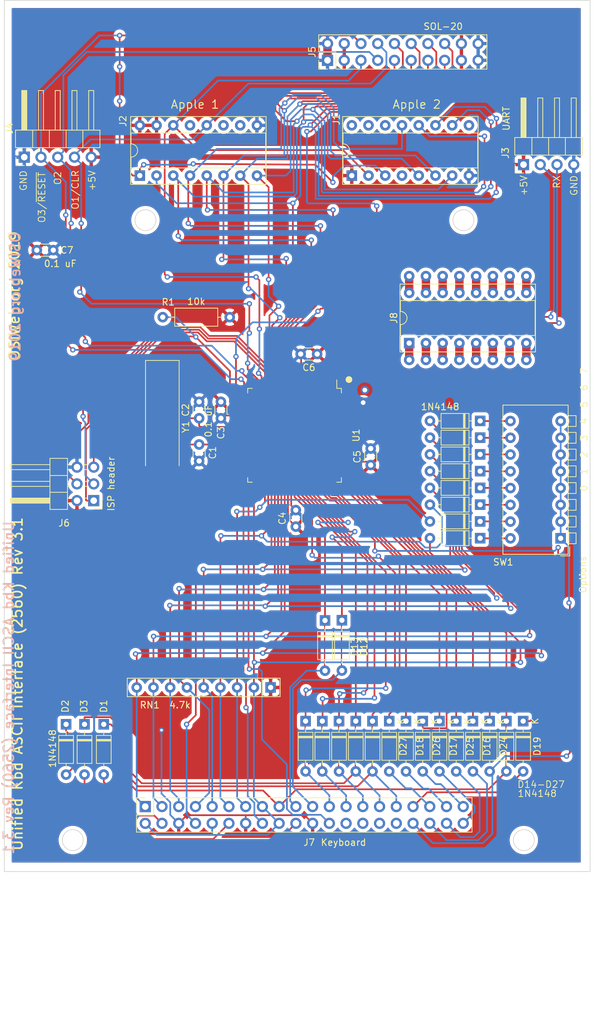
<source format=kicad_pcb>
(kicad_pcb (version 20171130) (host pcbnew "(5.1.5-0-10_14)")
  (title_block (title "Unified Retro Keyboard ASCII Interface (2560)") (date 2020-04-16) (rev 3.1))
  (layers (0 F.Cu signal) (31 B.Cu signal) (34 B.Paste user) (35 F.Paste user) (36 B.SilkS user) (37 F.SilkS user) (38 B.Mask user) (39 F.Mask user) (44 Edge.Cuts user))
  (net 0 "")
  (net 1 GND)
  (net 2 /Row3)
  (net 3 /Row0)
  (net 4 /Row1)
  (net 5 /Row4)
  (net 6 /Row5)
  (net 7 /Row7)
  (net 8 /D7)
  (net 9 /D1)
  (net 10 /D2)
  (net 11 /D3)
  (net 12 /D4)
  (net 13 /D5)
  (net 14 /D6)
  (net 15 /Col0)
  (net 16 /Col1)
  (net 17 /Col2)
  (net 18 /Col3)
  (net 19 /Col4)
  (net 20 /Col5)
  (net 21 /Col6)
  (net 22 /Col7)
  (net 23 /Row6)
  (net 24 /Row2)
  (net 25 /D0)
  (net 26 /~STROBE)
  (net 27 /Row10)
  (net 28 /Row9)
  (net 29 /Row8)
  (net 30 /Row15)
  (net 31 /Row14)
  (net 32 /Row13)
  (net 33 /Row12)
  (net 34 /Row11)
  (net 35 /Tx)
  (net 36 /Rx)
  (net 37 "Net-(D11-Pad1)")
  (net 38 "Net-(D12-Pad1)")
  (net 39 "Net-(D13-Pad1)")
  (net 40 "Net-(D14-Pad1)")
  (net 41 "Net-(D15-Pad1)")
  (net 42 "Net-(D16-Pad1)")
  (net 43 "Net-(D17-Pad1)")
  (net 44 "Net-(D18-Pad1)")
  (net 45 "Net-(D19-Pad1)")
  (net 46 "Net-(D20-Pad1)")
  (net 47 "Net-(D24-Pad1)")
  (net 48 "Net-(D25-Pad1)")
  (net 49 "Net-(D26-Pad1)")
  (net 50 "Net-(D4-Pad1)")
  (net 51 "Net-(D5-Pad1)")
  (net 52 "Net-(D6-Pad1)")
  (net 53 "Net-(D7-Pad1)")
  (net 54 "Net-(D8-Pad1)")
  (net 55 "Net-(D9-Pad1)")
  (net 56 "Net-(D10-Pad1)")
  (net 57 "Net-(D27-Pad1)")
  (net 58 /LED1)
  (net 59 /OUT1)
  (net 60 /OUT2)
  (net 61 /OUT3)
  (net 62 /ISP-RESET)
  (net 63 /ISP-MOSI)
  (net 64 /ISP-SCK)
  (net 65 /ISP-MISO)
  (net 66 "Net-(J7-Pad32)")
  (net 67 "Net-(J7-Pad30)")
  (net 68 "Net-(J7-Pad28)")
  (net 69 "Net-(J7-Pad26)")
  (net 70 /LED3)
  (net 71 /LED2)
  (net 72 "Net-(C1-Pad1)")
  (net 73 "Net-(C2-Pad1)")
  (net 74 "Net-(D1-Pad2)")
  (net 75 "Net-(D2-Pad2)")
  (net 76 "Net-(D3-Pad2)")
  (net 77 "Net-(D21-Pad1)")
  (net 78 "Net-(D22-Pad1)")
  (net 79 "Net-(D23-Pad1)")
  (net 80 "Net-(J1-Pad9)")
  (net 81 "Net-(J1-Pad4)")
  (net 82 "Net-(J1-Pad14)")
  (net 83 "Net-(J1-Pad15)")
  (net 84 "Net-(J1-Pad16)")
  (net 85 "Net-(J2-Pad10)")
  (net 86 "Net-(J2-Pad11)")
  (net 87 "Net-(J2-Pad13)")
  (net 88 "Net-(U1-Pad98)")
  (net 89 "Net-(U1-Pad97)")
  (net 90 "Net-(U1-Pad96)")
  (net 91 "Net-(U1-Pad95)")
  (net 92 "Net-(U1-Pad94)")
  (net 93 "Net-(U1-Pad93)")
  (net 94 "Net-(U1-Pad92)")
  (net 95 "Net-(U1-Pad91)")
  (net 96 "Net-(U1-Pad90)")
  (net 97 "Net-(U1-Pad89)")
  (net 98 "Net-(U1-Pad88)")
  (net 99 "Net-(U1-Pad87)")
  (net 100 "Net-(U1-Pad86)")
  (net 101 "Net-(U1-Pad85)")
  (net 102 "Net-(U1-Pad84)")
  (net 103 "Net-(U1-Pad83)")
  (net 104 "Net-(U1-Pad82)")
  (net 105 "Net-(U1-Pad70)")
  (net 106 "Net-(U1-Pad52)")
  (net 107 "Net-(U1-Pad51)")
  (net 108 "Net-(U1-Pad47)")
  (net 109 "Net-(U1-Pad46)")
  (net 110 "Net-(U1-Pad45)")
  (net 111 "Net-(U1-Pad44)")
  (net 112 "Net-(U1-Pad43)")
  (net 113 "Net-(U1-Pad42)")
  (net 114 "Net-(U1-Pad41)")
  (net 115 "Net-(U1-Pad40)")
  (net 116 "Net-(U1-Pad39)")
  (net 117 "Net-(U1-Pad38)")
  (net 118 "Net-(U1-Pad37)")
  (net 119 "Net-(U1-Pad36)")
  (net 120 "Net-(U1-Pad35)")
  (net 121 "Net-(U1-Pad29)")
  (net 122 "Net-(U1-Pad28)")
  (net 123 "Net-(U1-Pad19)")
  (net 124 "Net-(U1-Pad9)")
  (net 125 "Net-(U1-Pad8)")
  (net 126 "Net-(U1-Pad7)")
  (net 127 "Net-(U1-Pad6)")
  (net 128 "Net-(U1-Pad5)")
  (net 129 "Net-(U1-Pad4)")
  (net 130 "Net-(U1-Pad1)")
  (net 131 VCC)
  (net 132 "Net-(J8-Pad1)")
  (net 133 "Net-(J8-Pad9)")
  (net 134 "Net-(J8-Pad2)")
  (net 135 "Net-(J8-Pad10)")
  (net 136 "Net-(J8-Pad3)")
  (net 137 "Net-(J8-Pad11)")
  (net 138 "Net-(J8-Pad4)")
  (net 139 "Net-(J8-Pad12)")
  (net 140 "Net-(J8-Pad5)")
  (net 141 "Net-(J8-Pad13)")
  (net 142 "Net-(J8-Pad6)")
  (net 143 "Net-(J8-Pad14)")
  (net 144 "Net-(J8-Pad7)")
  (net 145 "Net-(J8-Pad15)")
  (net 146 "Net-(J8-Pad8)")
  (net 147 "Net-(J8-Pad16)")
  (module unikbd:DIP-16_W7.62mm_Proto (layer F.Cu) (at 225.275 102.77 90)
    (fp_text reference J8 (at 3.81 -2.33 90) (layer F.SilkS))
    (fp_text value "Custom Connector / Proto")
    (fp_line (start 10.16 17.78) (end 7.62 17.78) (layer F.Cu) (width 1.27))
    (fp_line (start 10.16 15.24) (end 7.62 15.24) (layer F.Cu) (width 1.27))
    (fp_line (start 10.16 12.7) (end 7.62 12.7) (layer F.Cu) (width 1.27))
    (fp_line (start 10.16 10.16) (end 7.62 10.16) (layer F.Cu) (width 1.27))
    (fp_line (start 10.16 7.62) (end 7.62 7.62) (layer F.Cu) (width 1.27))
    (fp_line (start 10.16 5.08) (end 7.62 5.08) (layer F.Cu) (width 1.27))
    (fp_line (start 10.16 2.54) (end 7.62 2.54) (layer F.Cu) (width 1.27))
    (fp_line (start 10.16 0) (end 7.62 0) (layer F.Cu) (width 1.27))
    (fp_line (start 0 0) (end -2.54 0) (layer F.Cu) (width 1.27))
    (fp_line (start 0 2.54) (end -2.54 2.54) (layer F.Cu) (width 1.27))
    (fp_line (start 0 5.08) (end -2.54 5.08) (layer F.Cu) (width 1.27))
    (fp_line (start 0 7.62) (end -2.54 7.62) (layer F.Cu) (width 1.27))
    (fp_line (start 0 10.16) (end -2.54 10.16) (layer F.Cu) (width 1.27))
    (fp_line (start 0 12.7) (end -2.54 12.7) (layer F.Cu) (width 1.27))
    (fp_line (start 0 15.24) (end -2.54 15.24) (layer F.Cu) (width 1.27))
    (fp_line (start 0 17.78) (end -2.54 17.78) (layer F.Cu) (width 1.27))
    (pad 46 thru_hole oval (at 10.16 17.78 90) (size 1.6 1.6) (drill 0.8) (layers *.Cu *.Mask))
    (pad 45 thru_hole oval (at -2.54 17.78 90) (size 1.6 1.6) (drill 0.8) (layers *.Cu *.Mask))
    (pad 42 thru_hole oval (at 10.16 15.24 90) (size 1.6 1.6) (drill 0.8) (layers *.Cu *.Mask))
    (pad 41 thru_hole oval (at -2.54 15.24 90) (size 1.6 1.6) (drill 0.8) (layers *.Cu *.Mask))
    (pad 38 thru_hole oval (at 10.16 12.7 90) (size 1.6 1.6) (drill 0.8) (layers *.Cu *.Mask))
    (pad 37 thru_hole oval (at -2.54 12.7 90) (size 1.6 1.6) (drill 0.8) (layers *.Cu *.Mask))
    (pad 34 thru_hole oval (at 10.16 10.16 90) (size 1.6 1.6) (drill 0.8) (layers *.Cu *.Mask))
    (pad 33 thru_hole oval (at -2.54 10.16 90) (size 1.6 1.6) (drill 0.8) (layers *.Cu *.Mask))
    (pad 30 thru_hole oval (at 10.16 7.62 90) (size 1.6 1.6) (drill 0.8) (layers *.Cu *.Mask))
    (pad 29 thru_hole oval (at -2.54 7.62 90) (size 1.6 1.6) (drill 0.8) (layers *.Cu *.Mask))
    (pad 26 thru_hole oval (at 10.16 5.08 90) (size 1.6 1.6) (drill 0.8) (layers *.Cu *.Mask))
    (pad 25 thru_hole oval (at -2.54 5.08 90) (size 1.6 1.6) (drill 0.8) (layers *.Cu *.Mask))
    (pad 22 thru_hole oval (at 10.16 2.54 90) (size 1.6 1.6) (drill 0.8) (layers *.Cu *.Mask))
    (pad 21 thru_hole oval (at -2.54 2.54 90) (size 1.6 1.6) (drill 0.8) (layers *.Cu *.Mask))
    (pad 18 thru_hole oval (at 10.16 0 90) (size 1.6 1.6) (drill 0.8) (layers *.Cu *.Mask))
    (pad 17 thru_hole oval (at -2.54 0 90) (size 1.6 1.6) (drill 0.8) (layers *.Cu *.Mask))
    (pad 1 thru_hole rect (at 0 0 90) (size 1.6 1.6) (drill 0.8) (layers *.Cu *.Mask) (net 132 "Net-(J8-Pad1)"))
    (pad 9 thru_hole oval (at 7.62 17.78 90) (size 1.6 1.6) (drill 0.8) (layers *.Cu *.Mask) (net 133 "Net-(J8-Pad9)"))
    (pad 2 thru_hole oval (at 0 2.54 90) (size 1.6 1.6) (drill 0.8) (layers *.Cu *.Mask) (net 134 "Net-(J8-Pad2)"))
    (pad 10 thru_hole oval (at 7.62 15.24 90) (size 1.6 1.6) (drill 0.8) (layers *.Cu *.Mask) (net 135 "Net-(J8-Pad10)"))
    (pad 3 thru_hole oval (at 0 5.08 90) (size 1.6 1.6) (drill 0.8) (layers *.Cu *.Mask) (net 136 "Net-(J8-Pad3)"))
    (pad 11 thru_hole oval (at 7.62 12.7 90) (size 1.6 1.6) (drill 0.8) (layers *.Cu *.Mask) (net 137 "Net-(J8-Pad11)"))
    (pad 4 thru_hole oval (at 0 7.62 90) (size 1.6 1.6) (drill 0.8) (layers *.Cu *.Mask) (net 138 "Net-(J8-Pad4)"))
    (pad 12 thru_hole oval (at 7.62 10.16 90) (size 1.6 1.6) (drill 0.8) (layers *.Cu *.Mask) (net 139 "Net-(J8-Pad12)"))
    (pad 5 thru_hole oval (at 0 10.16 90) (size 1.6 1.6) (drill 0.8) (layers *.Cu *.Mask) (net 140 "Net-(J8-Pad5)"))
    (pad 13 thru_hole oval (at 7.62 7.62 90) (size 1.6 1.6) (drill 0.8) (layers *.Cu *.Mask) (net 141 "Net-(J8-Pad13)"))
    (pad 6 thru_hole oval (at 0 12.7 90) (size 1.6 1.6) (drill 0.8) (layers *.Cu *.Mask) (net 142 "Net-(J8-Pad6)"))
    (pad 14 thru_hole oval (at 7.62 5.08 90) (size 1.6 1.6) (drill 0.8) (layers *.Cu *.Mask) (net 143 "Net-(J8-Pad14)"))
    (pad 7 thru_hole oval (at 0 15.24 90) (size 1.6 1.6) (drill 0.8) (layers *.Cu *.Mask) (net 144 "Net-(J8-Pad7)"))
    (pad 15 thru_hole oval (at 7.62 2.54 90) (size 1.6 1.6) (drill 0.8) (layers *.Cu *.Mask) (net 145 "Net-(J8-Pad15)"))
    (pad 8 thru_hole oval (at 0 17.78 90) (size 1.6 1.6) (drill 0.8) (layers *.Cu *.Mask) (net 146 "Net-(J8-Pad8)"))
    (pad 16 thru_hole oval (at 7.62 0 90) (size 1.6 1.6) (drill 0.8) (layers *.Cu *.Mask) (net 147 "Net-(J8-Pad16)"))
  )
  (module unikbd:D_DO-35_SOD27_P7.62mm_Horizontal_bypassed (layer F.Cu) (at 240.03 160.0724 270)
    (fp_text reference D15 hide)
    (fp_text value 1N4148)
    (fp_poly (pts (xy 7.239 0.127) (xy 0.381 0.127) (xy 0.381 0) (xy 7.239 0)) (layer F.Cu) (width 0.0508))
    (pad 1 thru_hole rect (at 0 0 270) (size 1.6 1.6) (drill 0.8) (layers *.Cu *.Mask) (net 41 "Net-(D15-Pad1)"))
    (pad 2 thru_hole oval (at 7.62 0 270) (size 1.6 1.6) (drill 0.8) (layers *.Cu *.Mask) (net 7 /Row7))
  )
  (module Package_QFP:TQFP-100_14x14mm_P0.5mm (layer F.Cu) (at 207.876 116.74 270)
    (fp_text reference U1 (at 0 -9.35 90) (layer F.SilkS))
    (fp_text value ATmega2560-16AU)
    (pad 100 smd roundrect (at -6 -7.6625 270) (size 0.3 1.475) (layers F.Cu F.Paste F.Mask) (net 131 VCC))
    (pad 99 smd roundrect (at -5.5 -7.6625 270) (size 0.3 1.475) (layers F.Cu F.Paste F.Mask) (net 1 GND))
    (pad 98 smd roundrect (at -5 -7.6625 270) (size 0.3 1.475) (layers F.Cu F.Paste F.Mask) (net 88 "Net-(U1-Pad98)"))
    (pad 97 smd roundrect (at -4.5 -7.6625 270) (size 0.3 1.475) (layers F.Cu F.Paste F.Mask) (net 89 "Net-(U1-Pad97)"))
    (pad 96 smd roundrect (at -4 -7.6625 270) (size 0.3 1.475) (layers F.Cu F.Paste F.Mask) (net 90 "Net-(U1-Pad96)"))
    (pad 95 smd roundrect (at -3.5 -7.6625 270) (size 0.3 1.475) (layers F.Cu F.Paste F.Mask) (net 91 "Net-(U1-Pad95)"))
    (pad 94 smd roundrect (at -3 -7.6625 270) (size 0.3 1.475) (layers F.Cu F.Paste F.Mask) (net 92 "Net-(U1-Pad94)"))
    (pad 93 smd roundrect (at -2.5 -7.6625 270) (size 0.3 1.475) (layers F.Cu F.Paste F.Mask) (net 93 "Net-(U1-Pad93)"))
    (pad 92 smd roundrect (at -2 -7.6625 270) (size 0.3 1.475) (layers F.Cu F.Paste F.Mask) (net 94 "Net-(U1-Pad92)"))
    (pad 91 smd roundrect (at -1.5 -7.6625 270) (size 0.3 1.475) (layers F.Cu F.Paste F.Mask) (net 95 "Net-(U1-Pad91)"))
    (pad 90 smd roundrect (at -1 -7.6625 270) (size 0.3 1.475) (layers F.Cu F.Paste F.Mask) (net 96 "Net-(U1-Pad90)"))
    (pad 89 smd roundrect (at -0.5 -7.6625 270) (size 0.3 1.475) (layers F.Cu F.Paste F.Mask) (net 97 "Net-(U1-Pad89)"))
    (pad 88 smd roundrect (at 0 -7.6625 270) (size 0.3 1.475) (layers F.Cu F.Paste F.Mask) (net 98 "Net-(U1-Pad88)"))
    (pad 87 smd roundrect (at 0.5 -7.6625 270) (size 0.3 1.475) (layers F.Cu F.Paste F.Mask) (net 99 "Net-(U1-Pad87)"))
    (pad 86 smd roundrect (at 1 -7.6625 270) (size 0.3 1.475) (layers F.Cu F.Paste F.Mask) (net 100 "Net-(U1-Pad86)"))
    (pad 85 smd roundrect (at 1.5 -7.6625 270) (size 0.3 1.475) (layers F.Cu F.Paste F.Mask) (net 101 "Net-(U1-Pad85)"))
    (pad 84 smd roundrect (at 2 -7.6625 270) (size 0.3 1.475) (layers F.Cu F.Paste F.Mask) (net 102 "Net-(U1-Pad84)"))
    (pad 83 smd roundrect (at 2.5 -7.6625 270) (size 0.3 1.475) (layers F.Cu F.Paste F.Mask) (net 103 "Net-(U1-Pad83)"))
    (pad 82 smd roundrect (at 3 -7.6625 270) (size 0.3 1.475) (layers F.Cu F.Paste F.Mask) (net 104 "Net-(U1-Pad82)"))
    (pad 81 smd roundrect (at 3.5 -7.6625 270) (size 0.3 1.475) (layers F.Cu F.Paste F.Mask) (net 1 GND))
    (pad 80 smd roundrect (at 4 -7.6625 270) (size 0.3 1.475) (layers F.Cu F.Paste F.Mask) (net 131 VCC))
    (pad 79 smd roundrect (at 4.5 -7.6625 270) (size 0.3 1.475) (layers F.Cu F.Paste F.Mask) (net 41 "Net-(D15-Pad1)"))
    (pad 78 smd roundrect (at 5 -7.6625 270) (size 0.3 1.475) (layers F.Cu F.Paste F.Mask) (net 47 "Net-(D24-Pad1)"))
    (pad 77 smd roundrect (at 5.5 -7.6625 270) (size 0.3 1.475) (layers F.Cu F.Paste F.Mask) (net 42 "Net-(D16-Pad1)"))
    (pad 76 smd roundrect (at 6 -7.6625 270) (size 0.3 1.475) (layers F.Cu F.Paste F.Mask) (net 48 "Net-(D25-Pad1)"))
    (pad 75 smd roundrect (at 7.6625 -6 270) (size 1.475 0.3) (layers F.Cu F.Paste F.Mask) (net 43 "Net-(D17-Pad1)"))
    (pad 74 smd roundrect (at 7.6625 -5.5 270) (size 1.475 0.3) (layers F.Cu F.Paste F.Mask) (net 49 "Net-(D26-Pad1)"))
    (pad 73 smd roundrect (at 7.6625 -5 270) (size 1.475 0.3) (layers F.Cu F.Paste F.Mask) (net 44 "Net-(D18-Pad1)"))
    (pad 72 smd roundrect (at 7.6625 -4.5 270) (size 1.475 0.3) (layers F.Cu F.Paste F.Mask) (net 57 "Net-(D27-Pad1)"))
    (pad 71 smd roundrect (at 7.6625 -4 270) (size 1.475 0.3) (layers F.Cu F.Paste F.Mask) (net 45 "Net-(D19-Pad1)"))
    (pad 70 smd roundrect (at 7.6625 -3.5 270) (size 1.475 0.3) (layers F.Cu F.Paste F.Mask) (net 105 "Net-(U1-Pad70)"))
    (pad 69 smd roundrect (at 7.6625 -3 270) (size 1.475 0.3) (layers F.Cu F.Paste F.Mask) (net 39 "Net-(D13-Pad1)"))
    (pad 68 smd roundrect (at 7.6625 -2.5 270) (size 1.475 0.3) (layers F.Cu F.Paste F.Mask) (net 38 "Net-(D12-Pad1)"))
    (pad 67 smd roundrect (at 7.6625 -2 270) (size 1.475 0.3) (layers F.Cu F.Paste F.Mask) (net 78 "Net-(D22-Pad1)"))
    (pad 66 smd roundrect (at 7.6625 -1.5 270) (size 1.475 0.3) (layers F.Cu F.Paste F.Mask) (net 79 "Net-(D23-Pad1)"))
    (pad 65 smd roundrect (at 7.6625 -1 270) (size 1.475 0.3) (layers F.Cu F.Paste F.Mask) (net 77 "Net-(D21-Pad1)"))
    (pad 64 smd roundrect (at 7.6625 -0.5 270) (size 1.475 0.3) (layers F.Cu F.Paste F.Mask) (net 40 "Net-(D14-Pad1)"))
    (pad 63 smd roundrect (at 7.6625 0 270) (size 1.475 0.3) (layers F.Cu F.Paste F.Mask) (net 46 "Net-(D20-Pad1)"))
    (pad 62 smd roundrect (at 7.6625 0.5 270) (size 1.475 0.3) (layers F.Cu F.Paste F.Mask) (net 1 GND))
    (pad 61 smd roundrect (at 7.6625 1 270) (size 1.475 0.3) (layers F.Cu F.Paste F.Mask) (net 131 VCC))
    (pad 60 smd roundrect (at 7.6625 1.5 270) (size 1.475 0.3) (layers F.Cu F.Paste F.Mask) (net 22 /Col7))
    (pad 59 smd roundrect (at 7.6625 2 270) (size 1.475 0.3) (layers F.Cu F.Paste F.Mask) (net 21 /Col6))
    (pad 58 smd roundrect (at 7.6625 2.5 270) (size 1.475 0.3) (layers F.Cu F.Paste F.Mask) (net 20 /Col5))
    (pad 57 smd roundrect (at 7.6625 3 270) (size 1.475 0.3) (layers F.Cu F.Paste F.Mask) (net 19 /Col4))
    (pad 56 smd roundrect (at 7.6625 3.5 270) (size 1.475 0.3) (layers F.Cu F.Paste F.Mask) (net 18 /Col3))
    (pad 55 smd roundrect (at 7.6625 4 270) (size 1.475 0.3) (layers F.Cu F.Paste F.Mask) (net 17 /Col2))
    (pad 54 smd roundrect (at 7.6625 4.5 270) (size 1.475 0.3) (layers F.Cu F.Paste F.Mask) (net 16 /Col1))
    (pad 53 smd roundrect (at 7.6625 5 270) (size 1.475 0.3) (layers F.Cu F.Paste F.Mask) (net 15 /Col0))
    (pad 52 smd roundrect (at 7.6625 5.5 270) (size 1.475 0.3) (layers F.Cu F.Paste F.Mask) (net 106 "Net-(U1-Pad52)"))
    (pad 51 smd roundrect (at 7.6625 6 270) (size 1.475 0.3) (layers F.Cu F.Paste F.Mask) (net 107 "Net-(U1-Pad51)"))
    (pad 50 smd roundrect (at 6 7.6625 270) (size 0.3 1.475) (layers F.Cu F.Paste F.Mask) (net 70 /LED3))
    (pad 49 smd roundrect (at 5.5 7.6625 270) (size 0.3 1.475) (layers F.Cu F.Paste F.Mask) (net 71 /LED2))
    (pad 48 smd roundrect (at 5 7.6625 270) (size 0.3 1.475) (layers F.Cu F.Paste F.Mask) (net 58 /LED1))
    (pad 47 smd roundrect (at 4.5 7.6625 270) (size 0.3 1.475) (layers F.Cu F.Paste F.Mask) (net 108 "Net-(U1-Pad47)"))
    (pad 46 smd roundrect (at 4 7.6625 270) (size 0.3 1.475) (layers F.Cu F.Paste F.Mask) (net 109 "Net-(U1-Pad46)"))
    (pad 45 smd roundrect (at 3.5 7.6625 270) (size 0.3 1.475) (layers F.Cu F.Paste F.Mask) (net 110 "Net-(U1-Pad45)"))
    (pad 44 smd roundrect (at 3 7.6625 270) (size 0.3 1.475) (layers F.Cu F.Paste F.Mask) (net 111 "Net-(U1-Pad44)"))
    (pad 43 smd roundrect (at 2.5 7.6625 270) (size 0.3 1.475) (layers F.Cu F.Paste F.Mask) (net 112 "Net-(U1-Pad43)"))
    (pad 42 smd roundrect (at 2 7.6625 270) (size 0.3 1.475) (layers F.Cu F.Paste F.Mask) (net 113 "Net-(U1-Pad42)"))
    (pad 41 smd roundrect (at 1.5 7.6625 270) (size 0.3 1.475) (layers F.Cu F.Paste F.Mask) (net 114 "Net-(U1-Pad41)"))
    (pad 40 smd roundrect (at 1 7.6625 270) (size 0.3 1.475) (layers F.Cu F.Paste F.Mask) (net 115 "Net-(U1-Pad40)"))
    (pad 39 smd roundrect (at 0.5 7.6625 270) (size 0.3 1.475) (layers F.Cu F.Paste F.Mask) (net 116 "Net-(U1-Pad39)"))
    (pad 38 smd roundrect (at 0 7.6625 270) (size 0.3 1.475) (layers F.Cu F.Paste F.Mask) (net 117 "Net-(U1-Pad38)"))
    (pad 37 smd roundrect (at -0.5 7.6625 270) (size 0.3 1.475) (layers F.Cu F.Paste F.Mask) (net 118 "Net-(U1-Pad37)"))
    (pad 36 smd roundrect (at -1 7.6625 270) (size 0.3 1.475) (layers F.Cu F.Paste F.Mask) (net 119 "Net-(U1-Pad36)"))
    (pad 35 smd roundrect (at -1.5 7.6625 270) (size 0.3 1.475) (layers F.Cu F.Paste F.Mask) (net 120 "Net-(U1-Pad35)"))
    (pad 34 smd roundrect (at -2 7.6625 270) (size 0.3 1.475) (layers F.Cu F.Paste F.Mask) (net 72 "Net-(C1-Pad1)"))
    (pad 33 smd roundrect (at -2.5 7.6625 270) (size 0.3 1.475) (layers F.Cu F.Paste F.Mask) (net 73 "Net-(C2-Pad1)"))
    (pad 32 smd roundrect (at -3 7.6625 270) (size 0.3 1.475) (layers F.Cu F.Paste F.Mask) (net 1 GND))
    (pad 31 smd roundrect (at -3.5 7.6625 270) (size 0.3 1.475) (layers F.Cu F.Paste F.Mask) (net 131 VCC))
    (pad 30 smd roundrect (at -4 7.6625 270) (size 0.3 1.475) (layers F.Cu F.Paste F.Mask) (net 62 /ISP-RESET))
    (pad 29 smd roundrect (at -4.5 7.6625 270) (size 0.3 1.475) (layers F.Cu F.Paste F.Mask) (net 121 "Net-(U1-Pad29)"))
    (pad 28 smd roundrect (at -5 7.6625 270) (size 0.3 1.475) (layers F.Cu F.Paste F.Mask) (net 122 "Net-(U1-Pad28)"))
    (pad 27 smd roundrect (at -5.5 7.6625 270) (size 0.3 1.475) (layers F.Cu F.Paste F.Mask) (net 8 /D7))
    (pad 26 smd roundrect (at -6 7.6625 270) (size 0.3 1.475) (layers F.Cu F.Paste F.Mask) (net 61 /OUT3))
    (pad 25 smd roundrect (at -7.6625 6 270) (size 1.475 0.3) (layers F.Cu F.Paste F.Mask) (net 60 /OUT2))
    (pad 24 smd roundrect (at -7.6625 5.5 270) (size 1.475 0.3) (layers F.Cu F.Paste F.Mask) (net 59 /OUT1))
    (pad 23 smd roundrect (at -7.6625 5 270) (size 1.475 0.3) (layers F.Cu F.Paste F.Mask) (net 26 /~STROBE))
    (pad 22 smd roundrect (at -7.6625 4.5 270) (size 1.475 0.3) (layers F.Cu F.Paste F.Mask) (net 65 /ISP-MISO))
    (pad 21 smd roundrect (at -7.6625 4 270) (size 1.475 0.3) (layers F.Cu F.Paste F.Mask) (net 63 /ISP-MOSI))
    (pad 20 smd roundrect (at -7.6625 3.5 270) (size 1.475 0.3) (layers F.Cu F.Paste F.Mask) (net 64 /ISP-SCK))
    (pad 19 smd roundrect (at -7.6625 3 270) (size 1.475 0.3) (layers F.Cu F.Paste F.Mask) (net 123 "Net-(U1-Pad19)"))
    (pad 18 smd roundrect (at -7.6625 2.5 270) (size 1.475 0.3) (layers F.Cu F.Paste F.Mask) (net 14 /D6))
    (pad 17 smd roundrect (at -7.6625 2 270) (size 1.475 0.3) (layers F.Cu F.Paste F.Mask) (net 13 /D5))
    (pad 16 smd roundrect (at -7.6625 1.5 270) (size 1.475 0.3) (layers F.Cu F.Paste F.Mask) (net 12 /D4))
    (pad 15 smd roundrect (at -7.6625 1 270) (size 1.475 0.3) (layers F.Cu F.Paste F.Mask) (net 11 /D3))
    (pad 14 smd roundrect (at -7.6625 0.5 270) (size 1.475 0.3) (layers F.Cu F.Paste F.Mask) (net 10 /D2))
    (pad 13 smd roundrect (at -7.6625 0 270) (size 1.475 0.3) (layers F.Cu F.Paste F.Mask) (net 9 /D1))
    (pad 12 smd roundrect (at -7.6625 -0.5 270) (size 1.475 0.3) (layers F.Cu F.Paste F.Mask) (net 25 /D0))
    (pad 11 smd roundrect (at -7.6625 -1 270) (size 1.475 0.3) (layers F.Cu F.Paste F.Mask) (net 1 GND))
    (pad 10 smd roundrect (at -7.6625 -1.5 270) (size 1.475 0.3) (layers F.Cu F.Paste F.Mask) (net 131 VCC))
    (pad 9 smd roundrect (at -7.6625 -2 270) (size 1.475 0.3) (layers F.Cu F.Paste F.Mask) (net 124 "Net-(U1-Pad9)"))
    (pad 8 smd roundrect (at -7.6625 -2.5 270) (size 1.475 0.3) (layers F.Cu F.Paste F.Mask) (net 125 "Net-(U1-Pad8)"))
    (pad 7 smd roundrect (at -7.6625 -3 270) (size 1.475 0.3) (layers F.Cu F.Paste F.Mask) (net 126 "Net-(U1-Pad7)"))
    (pad 6 smd roundrect (at -7.6625 -3.5 270) (size 1.475 0.3) (layers F.Cu F.Paste F.Mask) (net 127 "Net-(U1-Pad6)"))
    (pad 5 smd roundrect (at -7.6625 -4 270) (size 1.475 0.3) (layers F.Cu F.Paste F.Mask) (net 128 "Net-(U1-Pad5)"))
    (pad 4 smd roundrect (at -7.6625 -4.5 270) (size 1.475 0.3) (layers F.Cu F.Paste F.Mask) (net 129 "Net-(U1-Pad4)"))
    (pad 3 smd roundrect (at -7.6625 -5 270) (size 1.475 0.3) (layers F.Cu F.Paste F.Mask) (net 35 /Tx))
    (pad 2 smd roundrect (at -7.6625 -5.5 270) (size 1.475 0.3) (layers F.Cu F.Paste F.Mask) (net 36 /Rx))
    (pad 1 smd roundrect (at -7.6625 -6 270) (size 1.475 0.3) (layers F.Cu F.Paste F.Mask) (net 130 "Net-(U1-Pad1)"))
  )
  (module Crystal:Crystal_SMD_HC49-SD_HandSoldering (layer F.Cu) (at 187.81 115.47 270)
    (fp_text reference Y1 (at 0 -3.55 90) (layer F.SilkS))
    (fp_text value "16.000 MHz")
    (pad 2 smd rect (at 5.9375 0 270) (size 7.875 2) (layers F.Cu F.Paste F.Mask) (net 72 "Net-(C1-Pad1)"))
    (pad 1 smd rect (at -5.9375 0 270) (size 7.875 2) (layers F.Cu F.Paste F.Mask) (net 73 "Net-(C2-Pad1)"))
  )
  (module Resistor_THT:R_Axial_DIN0207_L6.3mm_D2.5mm_P10.16mm_Horizontal (layer F.Cu) (at 198.0335 98.833 180)
    (fp_text reference R1 (at 9.3345 2.286) (layer F.SilkS))
    (fp_text value 10k (at 5.08 2.37) (layer F.SilkS))
    (pad 2 thru_hole oval (at 10.16 0 180) (size 1.6 1.6) (drill 0.8) (layers *.Cu *.Mask) (net 62 /ISP-RESET))
    (pad 1 thru_hole circle (at 0 0 180) (size 1.6 1.6) (drill 0.8) (layers *.Cu *.Mask) (net 131 VCC))
  )
  (module Diode_THT:D_DO-35_SOD27_P7.62mm_Horizontal (layer F.Cu) (at 222.25 160.0724 270)
    (fp_text reference D27 (at 3.81 -2.12 90) (layer F.SilkS))
    (fp_text value 1N4148)
    (fp_text user K (at 0 -1.8 90) (layer F.SilkS))
    (pad 2 thru_hole oval (at 7.62 0 270) (size 1.6 1.6) (drill 0.8) (layers *.Cu *.Mask) (net 31 /Row14))
    (pad 1 thru_hole rect (at 0 0 270) (size 1.6 1.6) (drill 0.8) (layers *.Cu *.Mask) (net 57 "Net-(D27-Pad1)"))
  )
  (module Diode_THT:D_DO-35_SOD27_P7.62mm_Horizontal (layer F.Cu) (at 227.33 160.0724 270)
    (fp_text reference D26 (at 3.81 -2.12 90) (layer F.SilkS))
    (fp_text value 1N4148)
    (fp_text user K (at 0 -1.8 90) (layer F.SilkS))
    (pad 2 thru_hole oval (at 7.62 0 270) (size 1.6 1.6) (drill 0.8) (layers *.Cu *.Mask) (net 33 /Row12))
    (pad 1 thru_hole rect (at 0 0 270) (size 1.6 1.6) (drill 0.8) (layers *.Cu *.Mask) (net 49 "Net-(D26-Pad1)"))
  )
  (module Diode_THT:D_DO-35_SOD27_P7.62mm_Horizontal (layer F.Cu) (at 232.41 160.0724 270)
    (fp_text reference D25 (at 3.81 -2.12 90) (layer F.SilkS))
    (fp_text value 1N4148)
    (fp_text user K (at 0 -1.8 90) (layer F.SilkS))
    (pad 2 thru_hole oval (at 7.62 0 270) (size 1.6 1.6) (drill 0.8) (layers *.Cu *.Mask) (net 27 /Row10))
    (pad 1 thru_hole rect (at 0 0 270) (size 1.6 1.6) (drill 0.8) (layers *.Cu *.Mask) (net 48 "Net-(D25-Pad1)"))
  )
  (module Diode_THT:D_DO-35_SOD27_P7.62mm_Horizontal (layer F.Cu) (at 237.49 160.0724 270)
    (fp_text reference D24 (at 3.81 -2.12 90) (layer F.SilkS))
    (fp_text value 1N4148)
    (fp_text user K (at 0 -1.8 90) (layer F.SilkS))
    (pad 2 thru_hole oval (at 7.62 0 270) (size 1.6 1.6) (drill 0.8) (layers *.Cu *.Mask) (net 29 /Row8))
    (pad 1 thru_hole rect (at 0 0 270) (size 1.6 1.6) (drill 0.8) (layers *.Cu *.Mask) (net 47 "Net-(D24-Pad1)"))
  )
  (module Diode_THT:D_DO-35_SOD27_P7.62mm_Horizontal (layer F.Cu) (at 242.57 160.0724 270)
    (fp_text reference D19 (at 3.81 -2.12 90) (layer F.SilkS))
    (fp_text value 1N4148)
    (fp_text user K (at 0 -1.8 90) (layer F.SilkS))
    (pad 2 thru_hole oval (at 7.62 0 270) (size 1.6 1.6) (drill 0.8) (layers *.Cu *.Mask) (net 30 /Row15))
    (pad 1 thru_hole rect (at 0 0 270) (size 1.6 1.6) (drill 0.8) (layers *.Cu *.Mask) (net 45 "Net-(D19-Pad1)"))
  )
  (module Diode_THT:D_DO-35_SOD27_P7.62mm_Horizontal (layer F.Cu) (at 224.79 160.0724 270)
    (fp_text reference D18 (at 3.81 -2.12 90) (layer F.SilkS))
    (fp_text value 1N4148)
    (fp_text user K (at 0 -1.8 90) (layer F.SilkS))
    (pad 2 thru_hole oval (at 7.62 0 270) (size 1.6 1.6) (drill 0.8) (layers *.Cu *.Mask) (net 32 /Row13))
    (pad 1 thru_hole rect (at 0 0 270) (size 1.6 1.6) (drill 0.8) (layers *.Cu *.Mask) (net 44 "Net-(D18-Pad1)"))
  )
  (module Diode_THT:D_DO-35_SOD27_P7.62mm_Horizontal (layer F.Cu) (at 229.87 160.0724 270)
    (fp_text reference D17 (at 3.81 -2.12 90) (layer F.SilkS))
    (fp_text value 1N4148)
    (fp_text user K (at 0 -1.8 90) (layer F.SilkS))
    (pad 2 thru_hole oval (at 7.62 0 270) (size 1.6 1.6) (drill 0.8) (layers *.Cu *.Mask) (net 34 /Row11))
    (pad 1 thru_hole rect (at 0 0 270) (size 1.6 1.6) (drill 0.8) (layers *.Cu *.Mask) (net 43 "Net-(D17-Pad1)"))
  )
  (module Diode_THT:D_DO-35_SOD27_P7.62mm_Horizontal (layer F.Cu) (at 234.95 160.0724 270)
    (fp_text reference D16 (at 3.81 -2.12 90) (layer F.SilkS))
    (fp_text value 1N4148)
    (fp_text user K (at 0 -1.8 90) (layer F.SilkS))
    (pad 2 thru_hole oval (at 7.62 0 270) (size 1.6 1.6) (drill 0.8) (layers *.Cu *.Mask) (net 28 /Row9))
    (pad 1 thru_hole rect (at 0 0 270) (size 1.6 1.6) (drill 0.8) (layers *.Cu *.Mask) (net 42 "Net-(D16-Pad1)"))
  )
  (module Capacitor_THT:C_Disc_D3.0mm_W1.6mm_P2.50mm (layer F.Cu) (at 211.305 104.421 180)
    (fp_text reference C6 (at 1.25 -2.05) (layer F.SilkS))
    (fp_text value "0.1 uF")
    (pad 2 thru_hole circle (at 2.5 0 180) (size 1.6 1.6) (drill 0.8) (layers *.Cu *.Mask) (net 1 GND))
    (pad 1 thru_hole circle (at 0 0 180) (size 1.6 1.6) (drill 0.8) (layers *.Cu *.Mask) (net 131 VCC))
  )
  (module Capacitor_THT:C_Disc_D3.0mm_W1.6mm_P2.50mm (layer F.Cu) (at 193.398 114.16 90)
    (fp_text reference C2 (at 1.25 -2.05 90) (layer F.SilkS))
    (fp_text value 36pf)
    (pad 2 thru_hole circle (at 2.5 0 90) (size 1.6 1.6) (drill 0.8) (layers *.Cu *.Mask) (net 1 GND))
    (pad 1 thru_hole circle (at 0 0 90) (size 1.6 1.6) (drill 0.8) (layers *.Cu *.Mask) (net 73 "Net-(C2-Pad1)"))
  )
  (module Capacitor_THT:C_Disc_D3.0mm_W1.6mm_P2.50mm (layer F.Cu) (at 219.433 121.2485 90)
    (fp_text reference C5 (at 1.25 -2.05 90) (layer F.SilkS))
    (fp_text value "0.1 uF")
    (pad 2 thru_hole circle (at 2.5 0 90) (size 1.6 1.6) (drill 0.8) (layers *.Cu *.Mask) (net 1 GND))
    (pad 1 thru_hole circle (at 0 0 90) (size 1.6 1.6) (drill 0.8) (layers *.Cu *.Mask) (net 131 VCC))
  )
  (module Capacitor_THT:C_Disc_D3.0mm_W1.6mm_P2.50mm (layer F.Cu) (at 193.398 118.137 270)
    (fp_text reference C1 (at 1.25 -2.05 90) (layer F.SilkS))
    (fp_text value 36pf)
    (pad 2 thru_hole circle (at 2.5 0 270) (size 1.6 1.6) (drill 0.8) (layers *.Cu *.Mask) (net 1 GND))
    (pad 1 thru_hole circle (at 0 0 270) (size 1.6 1.6) (drill 0.8) (layers *.Cu *.Mask) (net 72 "Net-(C1-Pad1)"))
  )
  (module Capacitor_THT:C_Disc_D3.0mm_W1.6mm_P2.50mm (layer F.Cu) (at 208.0665 130.583 90)
    (fp_text reference C4 (at 1.25 -2.05 90) (layer F.SilkS))
    (fp_text value "0.1 uF")
    (pad 2 thru_hole circle (at 2.5 0 90) (size 1.6 1.6) (drill 0.8) (layers *.Cu *.Mask) (net 1 GND))
    (pad 1 thru_hole circle (at 0 0 90) (size 1.6 1.6) (drill 0.8) (layers *.Cu *.Mask) (net 131 VCC))
  )
  (module unikbd:PinHeader_2x20_P2.54mm_Vertical (layer F.Cu) (at 185.397 175.5918 90)
    (fp_text reference J7 (at -2.8702 24.7015 180) (layer F.SilkS))
    (fp_text value Keyboard (at -2.8702 29.9085 180) (layer F.SilkS))
    (pad 40 thru_hole oval (at 0.0254 48.0822 90) (size 1.7 1.7) (drill 1) (layers *.Cu *.Mask) (net 34 /Row11))
    (pad 39 thru_hole oval (at 2.5654 48.0822 90) (size 1.7 1.7) (drill 1) (layers *.Cu *.Mask) (net 33 /Row12))
    (pad 38 thru_hole oval (at 0.0254 45.5422 90) (size 1.7 1.7) (drill 1) (layers *.Cu *.Mask) (net 27 /Row10))
    (pad 37 thru_hole oval (at 2.5654 45.5422 90) (size 1.7 1.7) (drill 1) (layers *.Cu *.Mask) (net 32 /Row13))
    (pad 36 thru_hole oval (at 0.0254 43.0022 90) (size 1.7 1.7) (drill 1) (layers *.Cu *.Mask) (net 28 /Row9))
    (pad 35 thru_hole oval (at 2.5654 43.0022 90) (size 1.7 1.7) (drill 1) (layers *.Cu *.Mask) (net 31 /Row14))
    (pad 34 thru_hole oval (at 0.0254 40.4622 90) (size 1.7 1.7) (drill 1) (layers *.Cu *.Mask) (net 29 /Row8))
    (pad 33 thru_hole oval (at 2.5654 40.4622 90) (size 1.7 1.7) (drill 1) (layers *.Cu *.Mask) (net 30 /Row15))
    (pad 32 thru_hole oval (at 0.0254 37.9222 90) (size 1.7 1.7) (drill 1) (layers *.Cu *.Mask) (net 66 "Net-(J7-Pad32)"))
    (pad 31 thru_hole oval (at 2.5654 37.9222 90) (size 1.7 1.7) (drill 1) (layers *.Cu *.Mask) (net 3 /Row0))
    (pad 30 thru_hole oval (at 0.0254 35.3822 90) (size 1.7 1.7) (drill 1) (layers *.Cu *.Mask) (net 67 "Net-(J7-Pad30)"))
    (pad 29 thru_hole oval (at 2.5654 35.3822 90) (size 1.7 1.7) (drill 1) (layers *.Cu *.Mask) (net 4 /Row1))
    (pad 28 thru_hole oval (at 0.0254 32.8422 90) (size 1.7 1.7) (drill 1) (layers *.Cu *.Mask) (net 68 "Net-(J7-Pad28)"))
    (pad 27 thru_hole oval (at 2.5654 32.8422 90) (size 1.7 1.7) (drill 1) (layers *.Cu *.Mask) (net 24 /Row2))
    (pad 26 thru_hole oval (at 0.0254 30.3022 90) (size 1.7 1.7) (drill 1) (layers *.Cu *.Mask) (net 69 "Net-(J7-Pad26)"))
    (pad 25 thru_hole oval (at 2.5654 30.3022 90) (size 1.7 1.7) (drill 1) (layers *.Cu *.Mask) (net 2 /Row3))
    (pad 24 thru_hole oval (at 0.0254 27.7622 90) (size 1.7 1.7) (drill 1) (layers *.Cu *.Mask) (net 70 /LED3))
    (pad 23 thru_hole oval (at 2.5654 27.7622 90) (size 1.7 1.7) (drill 1) (layers *.Cu *.Mask) (net 5 /Row4))
    (pad 22 thru_hole oval (at 0.0254 25.2222 90) (size 1.7 1.7) (drill 1) (layers *.Cu *.Mask) (net 131 VCC))
    (pad 21 thru_hole oval (at 2.5654 25.2222 90) (size 1.7 1.7) (drill 1) (layers *.Cu *.Mask) (net 6 /Row5))
    (pad 20 thru_hole oval (at 0.0254 22.6822 90) (size 1.7 1.7) (drill 1) (layers *.Cu *.Mask) (net 76 "Net-(D3-Pad2)"))
    (pad 19 thru_hole oval (at 2.5654 22.6822 90) (size 1.7 1.7) (drill 1) (layers *.Cu *.Mask) (net 23 /Row6))
    (pad 18 thru_hole oval (at 0.0254 20.1422 90) (size 1.7 1.7) (drill 1) (layers *.Cu *.Mask) (net 15 /Col0))
    (pad 17 thru_hole oval (at 2.5654 20.1422 90) (size 1.7 1.7) (drill 1) (layers *.Cu *.Mask) (net 7 /Row7))
    (pad 16 thru_hole oval (at 0.0254 17.6022 90) (size 1.7 1.7) (drill 1) (layers *.Cu *.Mask) (net 71 /LED2))
    (pad 15 thru_hole oval (at 2.5654 17.6022 90) (size 1.7 1.7) (drill 1) (layers *.Cu *.Mask) (net 15 /Col0))
    (pad 14 thru_hole oval (at 0.0254 15.0622 90) (size 1.7 1.7) (drill 1) (layers *.Cu *.Mask) (net 131 VCC))
    (pad 13 thru_hole oval (at 2.5654 15.0622 90) (size 1.7 1.7) (drill 1) (layers *.Cu *.Mask) (net 16 /Col1))
    (pad 12 thru_hole oval (at 0.0254 12.5222 90) (size 1.7 1.7) (drill 1) (layers *.Cu *.Mask) (net 75 "Net-(D2-Pad2)"))
    (pad 11 thru_hole oval (at 2.5654 12.5222 90) (size 1.7 1.7) (drill 1) (layers *.Cu *.Mask) (net 17 /Col2))
    (pad 10 thru_hole oval (at 0.0254 9.9822 90) (size 1.7 1.7) (drill 1) (layers *.Cu *.Mask) (net 15 /Col0))
    (pad 9 thru_hole oval (at 2.5654 9.9822 90) (size 1.7 1.7) (drill 1) (layers *.Cu *.Mask) (net 18 /Col3))
    (pad 8 thru_hole oval (at 0.0254 7.4422 90) (size 1.7 1.7) (drill 1) (layers *.Cu *.Mask) (net 58 /LED1))
    (pad 7 thru_hole oval (at 2.5654 7.4422 90) (size 1.7 1.7) (drill 1) (layers *.Cu *.Mask) (net 19 /Col4))
    (pad 6 thru_hole oval (at 0.0254 4.9022 90) (size 1.7 1.7) (drill 1) (layers *.Cu *.Mask) (net 131 VCC))
    (pad 5 thru_hole oval (at 2.5654 4.9022 90) (size 1.7 1.7) (drill 1) (layers *.Cu *.Mask) (net 20 /Col5))
    (pad 4 thru_hole oval (at 0.0254 2.3622 90) (size 1.7 1.7) (drill 1) (layers *.Cu *.Mask) (net 74 "Net-(D1-Pad2)"))
    (pad 3 thru_hole oval (at 2.5654 2.3622 90) (size 1.7 1.7) (drill 1) (layers *.Cu *.Mask) (net 21 /Col6))
    (pad 2 thru_hole oval (at 0.0254 -0.1778 90) (size 1.7 1.7) (drill 1) (layers *.Cu *.Mask) (net 15 /Col0))
    (pad 1 thru_hole rect (at 2.5654 -0.1778 90) (size 1.7 1.7) (drill 1) (layers *.Cu *.Mask) (net 22 /Col7))
  )
  (module unikbd:SOL20-header-vertical (layer F.Cu) (at 212.8798 59.8948 90)
    (fp_text reference J5 (at 1.27 -2.33 90) (layer F.SilkS))
    (fp_text value SOL-20 (at 5.1308 17.5514 180) (layer F.SilkS))
    (pad 20 thru_hole oval (at 2.54 22.86 90) (size 1.7 1.7) (drill 1) (layers *.Cu *.Mask) (net 1 GND))
    (pad 10 thru_hole oval (at 0 22.86 90) (size 1.7 1.7) (drill 1) (layers *.Cu *.Mask) (net 1 GND))
    (pad 19 thru_hole oval (at 2.54 20.32 90) (size 1.7 1.7) (drill 1) (layers *.Cu *.Mask) (net 131 VCC))
    (pad 9 thru_hole oval (at 0 20.32 90) (size 1.7 1.7) (drill 1) (layers *.Cu *.Mask) (net 131 VCC))
    (pad 18 thru_hole oval (at 2.54 17.78 90) (size 1.7 1.7) (drill 1) (layers *.Cu *.Mask) (net 8 /D7))
    (pad 8 thru_hole oval (at 0 17.78 90) (size 1.7 1.7) (drill 1) (layers *.Cu *.Mask) (net 11 /D3))
    (pad 17 thru_hole oval (at 2.54 15.24 90) (size 1.7 1.7) (drill 1) (layers *.Cu *.Mask) (net 14 /D6))
    (pad 7 thru_hole oval (at 0 15.24 90) (size 1.7 1.7) (drill 1) (layers *.Cu *.Mask) (net 10 /D2))
    (pad 16 thru_hole oval (at 2.54 12.7 90) (size 1.7 1.7) (drill 1) (layers *.Cu *.Mask) (net 13 /D5))
    (pad 6 thru_hole oval (at 0 12.7 90) (size 1.7 1.7) (drill 1) (layers *.Cu *.Mask) (net 9 /D1))
    (pad 15 thru_hole oval (at 2.54 10.16 90) (size 1.7 1.7) (drill 1) (layers *.Cu *.Mask) (net 12 /D4))
    (pad 5 thru_hole oval (at 0 10.16 90) (size 1.7 1.7) (drill 1) (layers *.Cu *.Mask) (net 25 /D0))
    (pad 14 thru_hole oval (at 2.54 7.62 90) (size 1.7 1.7) (drill 1) (layers *.Cu *.Mask) (net 59 /OUT1))
    (pad 4 thru_hole oval (at 0 7.62 90) (size 1.7 1.7) (drill 1) (layers *.Cu *.Mask) (net 60 /OUT2))
    (pad 13 thru_hole oval (at 2.54 5.08 90) (size 1.7 1.7) (drill 1) (layers *.Cu *.Mask) (net 61 /OUT3))
    (pad 3 thru_hole oval (at 0 5.08 90) (size 1.7 1.7) (drill 1) (layers *.Cu *.Mask) (net 26 /~STROBE))
    (pad 12 thru_hole oval (at 2.54 2.54 90) (size 1.7 1.7) (drill 1) (layers *.Cu *.Mask) (net 131 VCC))
    (pad 2 thru_hole oval (at 0 2.54 90) (size 1.7 1.7) (drill 1) (layers *.Cu *.Mask) (net 131 VCC))
    (pad 11 thru_hole oval (at 2.54 0 90) (size 1.7 1.7) (drill 1) (layers *.Cu *.Mask) (net 1 GND))
    (pad 1 thru_hole rect (at 0 0 90) (size 1.7 1.7) (drill 1) (layers *.Cu *.Mask) (net 1 GND))
  )
  (module Connector_PinHeader_2.54mm:PinHeader_1x05_P2.54mm_Horizontal (layer F.Cu) (at 166.855 74.576 90)
    (fp_text reference J4 (at 4.385 -2.27 90) (layer F.SilkS))
    (fp_text value Conn_01x05)
    (pad 5 thru_hole oval (at 0 10.16 90) (size 1.7 1.7) (drill 1) (layers *.Cu *.Mask) (net 131 VCC))
    (pad 4 thru_hole oval (at 0 7.62 90) (size 1.7 1.7) (drill 1) (layers *.Cu *.Mask) (net 59 /OUT1))
    (pad 3 thru_hole oval (at 0 5.08 90) (size 1.7 1.7) (drill 1) (layers *.Cu *.Mask) (net 60 /OUT2))
    (pad 2 thru_hole oval (at 0 2.54 90) (size 1.7 1.7) (drill 1) (layers *.Cu *.Mask) (net 61 /OUT3))
    (pad 1 thru_hole rect (at 0 0 90) (size 1.7 1.7) (drill 1) (layers *.Cu *.Mask) (net 1 GND))
  )
  (module Capacitor_THT:C_Disc_D3.0mm_W1.6mm_P2.50mm (layer F.Cu) (at 168.76 88.673)
    (fp_text reference C7 (at 4.572 0) (layer F.SilkS))
    (fp_text value "0.1 uF" (at 3.556 2.05) (layer F.SilkS))
    (pad 2 thru_hole circle (at 2.5 0) (size 1.6 1.6) (drill 0.8) (layers *.Cu *.Mask) (net 1 GND))
    (pad 1 thru_hole circle (at 0 0) (size 1.6 1.6) (drill 0.8) (layers *.Cu *.Mask) (net 131 VCC))
  )
  (module unikbd:D_DO-35_SOD27_P7.62mm_Horizontal_bypassed (layer F.Cu) (at 212.4988 144.807 270)
    (fp_text reference D13 (at 3.9878 -4.4958 90) (layer F.SilkS))
    (fp_text value 1N4148)
    (fp_poly (pts (xy 7.239 0.127) (xy 0.381 0.127) (xy 0.381 0) (xy 7.239 0)) (layer F.Cu) (width 0.0508))
    (pad 1 thru_hole rect (at 0 0 270) (size 1.6 1.6) (drill 0.8) (layers *.Cu *.Mask) (net 39 "Net-(D13-Pad1)"))
    (pad 2 thru_hole oval (at 7.62 0 270) (size 1.6 1.6) (drill 0.8) (layers *.Cu *.Mask) (net 23 /Row6))
  )
  (module unikbd:D_DO-35_SOD27_P7.62mm_Horizontal_bypassed (layer F.Cu) (at 209.55 160.0724 270)
    (fp_text reference D22 hide)
    (fp_text value 1N4148)
    (fp_poly (pts (xy 7.239 0.127) (xy 0.381 0.127) (xy 0.381 0) (xy 7.239 0)) (layer F.Cu) (width 0.0508))
    (pad 1 thru_hole rect (at 0 0 270) (size 1.6 1.6) (drill 0.8) (layers *.Cu *.Mask) (net 78 "Net-(D22-Pad1)"))
    (pad 2 thru_hole oval (at 7.62 0 270) (size 1.6 1.6) (drill 0.8) (layers *.Cu *.Mask) (net 5 /Row4))
  )
  (module unikbd:D_DO-35_SOD27_P7.62mm_Horizontal_bypassed (layer F.Cu) (at 214.63 160.0724 270)
    (fp_text reference D21 hide)
    (fp_text value 1N4148)
    (fp_poly (pts (xy 7.239 0.127) (xy 0.381 0.127) (xy 0.381 0) (xy 7.239 0)) (layer F.Cu) (width 0.0508))
    (pad 1 thru_hole rect (at 0 0 270) (size 1.6 1.6) (drill 0.8) (layers *.Cu *.Mask) (net 77 "Net-(D21-Pad1)"))
    (pad 2 thru_hole oval (at 7.62 0 270) (size 1.6 1.6) (drill 0.8) (layers *.Cu *.Mask) (net 24 /Row2))
  )
  (module unikbd:D_DO-35_SOD27_P7.62mm_Horizontal_bypassed (layer F.Cu) (at 219.71 160.0724 270)
    (fp_text reference D20 hide)
    (fp_text value 1N4148)
    (fp_poly (pts (xy 7.239 0.127) (xy 0.381 0.127) (xy 0.381 0) (xy 7.239 0)) (layer F.Cu) (width 0.0508))
    (pad 1 thru_hole rect (at 0 0 270) (size 1.6 1.6) (drill 0.8) (layers *.Cu *.Mask) (net 46 "Net-(D20-Pad1)"))
    (pad 2 thru_hole oval (at 7.62 0 270) (size 1.6 1.6) (drill 0.8) (layers *.Cu *.Mask) (net 3 /Row0))
  )
  (module unikbd:D_DO-35_SOD27_P7.62mm_Horizontal_bypassed (layer F.Cu) (at 215.0642 144.7816 270)
    (fp_text reference D12 (at 4.0132 -3.3528 90) (layer F.SilkS))
    (fp_text value 1N4148)
    (fp_poly (pts (xy 7.239 0.127) (xy 0.381 0.127) (xy 0.381 0) (xy 7.239 0)) (layer F.Cu) (width 0.0508))
    (pad 1 thru_hole rect (at 0 0 270) (size 1.6 1.6) (drill 0.8) (layers *.Cu *.Mask) (net 38 "Net-(D12-Pad1)"))
    (pad 2 thru_hole oval (at 7.62 0 270) (size 1.6 1.6) (drill 0.8) (layers *.Cu *.Mask) (net 6 /Row5))
  )
  (module unikbd:D_DO-35_SOD27_P7.62mm_Horizontal_bypassed (layer F.Cu) (at 212.09 160.0724 270)
    (fp_text reference D23 hide)
    (fp_text value 1N4148)
    (fp_poly (pts (xy 7.239 0.127) (xy 0.381 0.127) (xy 0.381 0) (xy 7.239 0)) (layer F.Cu) (width 0.0508))
    (pad 1 thru_hole rect (at 0 0 270) (size 1.6 1.6) (drill 0.8) (layers *.Cu *.Mask) (net 79 "Net-(D23-Pad1)"))
    (pad 2 thru_hole oval (at 7.62 0 270) (size 1.6 1.6) (drill 0.8) (layers *.Cu *.Mask) (net 2 /Row3))
  )
  (module unikbd:D_DO-35_SOD27_P7.62mm_Horizontal_bypassed (layer F.Cu) (at 217.17 160.0724 270)
    (fp_text reference D14 hide)
    (fp_text value 1N4148)
    (fp_poly (pts (xy 7.239 0.127) (xy 0.381 0.127) (xy 0.381 0) (xy 7.239 0)) (layer F.Cu) (width 0.0508))
    (pad 1 thru_hole rect (at 0 0 270) (size 1.6 1.6) (drill 0.8) (layers *.Cu *.Mask) (net 40 "Net-(D14-Pad1)"))
    (pad 2 thru_hole oval (at 7.62 0 270) (size 1.6 1.6) (drill 0.8) (layers *.Cu *.Mask) (net 4 /Row1))
  )
  (module Diode_THT:D_DO-35_SOD27_P7.62mm_Horizontal (layer F.Cu) (at 175.999 160.555 270)
    (fp_text reference D3 (at -2.7305 0.0762 90) (layer F.SilkS))
    (fp_text value 1N4148)
    (pad 2 thru_hole oval (at 7.62 0 270) (size 1.6 1.6) (drill 0.8) (layers *.Cu *.Mask) (net 76 "Net-(D3-Pad2)"))
    (pad 1 thru_hole rect (at 0 0 270) (size 1.6 1.6) (drill 0.8) (layers *.Cu *.Mask) (net 4 /Row1))
  )
  (module Connector_PinHeader_2.54mm:PinHeader_1x04_P2.54mm_Horizontal (layer F.Cu) (at 242.62828 75.70376 90)
    (fp_text reference J3 (at 1.76276 -2.74828 90) (layer F.SilkS))
    (fp_text value UART (at 6.96976 -2.62128 90) (layer F.SilkS))
    (pad 4 thru_hole oval (at 0 7.62 90) (size 1.7 1.7) (drill 1) (layers *.Cu *.Mask) (net 1 GND))
    (pad 3 thru_hole oval (at 0 5.08 90) (size 1.7 1.7) (drill 1) (layers *.Cu *.Mask) (net 36 /Rx))
    (pad 2 thru_hole oval (at 0 2.54 90) (size 1.7 1.7) (drill 1) (layers *.Cu *.Mask) (net 35 /Tx))
    (pad 1 thru_hole rect (at 0 0 90) (size 1.7 1.7) (drill 1) (layers *.Cu *.Mask) (net 131 VCC))
  )
  (module Button_Switch_THT:SW_DIP_SPSTx08_Piano_CTS_Series194-8MSTN_W7.62mm_P2.54mm (layer F.Cu) (at 248.262 132.361 180)
    (fp_text reference SW1 (at 8.7122 -3.6068) (layer F.SilkS))
    (fp_text value Options (at -3.3782 -5.4864 90) (layer F.SilkS))
    (pad 1 thru_hole rect (at 0 0 180) (size 1.6 1.6) (drill 0.8) (layers *.Cu *.Mask) (net 29 /Row8))
    (pad 9 thru_hole oval (at 7.62 17.78 180) (size 1.6 1.6) (drill 0.8) (layers *.Cu *.Mask) (net 37 "Net-(D11-Pad1)"))
    (pad 2 thru_hole oval (at 0 2.54 180) (size 1.6 1.6) (drill 0.8) (layers *.Cu *.Mask) (net 29 /Row8))
    (pad 10 thru_hole oval (at 7.62 15.24 180) (size 1.6 1.6) (drill 0.8) (layers *.Cu *.Mask) (net 56 "Net-(D10-Pad1)"))
    (pad 3 thru_hole oval (at 0 5.08 180) (size 1.6 1.6) (drill 0.8) (layers *.Cu *.Mask) (net 29 /Row8))
    (pad 11 thru_hole oval (at 7.62 12.7 180) (size 1.6 1.6) (drill 0.8) (layers *.Cu *.Mask) (net 55 "Net-(D9-Pad1)"))
    (pad 4 thru_hole oval (at 0 7.62 180) (size 1.6 1.6) (drill 0.8) (layers *.Cu *.Mask) (net 29 /Row8))
    (pad 12 thru_hole oval (at 7.62 10.16 180) (size 1.6 1.6) (drill 0.8) (layers *.Cu *.Mask) (net 54 "Net-(D8-Pad1)"))
    (pad 5 thru_hole oval (at 0 10.16 180) (size 1.6 1.6) (drill 0.8) (layers *.Cu *.Mask) (net 29 /Row8))
    (pad 13 thru_hole oval (at 7.62 7.62 180) (size 1.6 1.6) (drill 0.8) (layers *.Cu *.Mask) (net 53 "Net-(D7-Pad1)"))
    (pad 6 thru_hole oval (at 0 12.7 180) (size 1.6 1.6) (drill 0.8) (layers *.Cu *.Mask) (net 29 /Row8))
    (pad 14 thru_hole oval (at 7.62 5.08 180) (size 1.6 1.6) (drill 0.8) (layers *.Cu *.Mask) (net 52 "Net-(D6-Pad1)"))
    (pad 7 thru_hole oval (at 0 15.24 180) (size 1.6 1.6) (drill 0.8) (layers *.Cu *.Mask) (net 29 /Row8))
    (pad 15 thru_hole oval (at 7.62 2.54 180) (size 1.6 1.6) (drill 0.8) (layers *.Cu *.Mask) (net 51 "Net-(D5-Pad1)"))
    (pad 8 thru_hole oval (at 0 17.78 180) (size 1.6 1.6) (drill 0.8) (layers *.Cu *.Mask) (net 29 /Row8))
    (pad 16 thru_hole oval (at 7.62 0 180) (size 1.6 1.6) (drill 0.8) (layers *.Cu *.Mask) (net 50 "Net-(D4-Pad1)"))
  )
  (module Diode_THT:D_DO-35_SOD27_P7.62mm_Horizontal (layer F.Cu) (at 236.0446 114.5556 180)
    (fp_text reference D11 hide)
    (fp_text value 1N4148 hide)
    (pad 2 thru_hole oval (at 7.62 0 180) (size 1.6 1.6) (drill 0.8) (layers *.Cu *.Mask) (net 22 /Col7))
    (pad 1 thru_hole rect (at 0 0 180) (size 1.6 1.6) (drill 0.8) (layers *.Cu *.Mask) (net 37 "Net-(D11-Pad1)"))
  )
  (module Diode_THT:D_DO-35_SOD27_P7.62mm_Horizontal (layer F.Cu) (at 236.0446 119.6356 180)
    (fp_text reference D9)
    (fp_text value 1N4148 hide)
    (pad 2 thru_hole oval (at 7.62 0 180) (size 1.6 1.6) (drill 0.8) (layers *.Cu *.Mask) (net 20 /Col5))
    (pad 1 thru_hole rect (at 0 0 180) (size 1.6 1.6) (drill 0.8) (layers *.Cu *.Mask) (net 55 "Net-(D9-Pad1)"))
  )
  (module Diode_THT:D_DO-35_SOD27_P7.62mm_Horizontal (layer F.Cu) (at 236.0446 124.7156 180)
    (fp_text reference D7 hide)
    (fp_text value 1N4148 hide)
    (pad 2 thru_hole oval (at 7.62 0 180) (size 1.6 1.6) (drill 0.8) (layers *.Cu *.Mask) (net 18 /Col3))
    (pad 1 thru_hole rect (at 0 0 180) (size 1.6 1.6) (drill 0.8) (layers *.Cu *.Mask) (net 53 "Net-(D7-Pad1)"))
  )
  (module Diode_THT:D_DO-35_SOD27_P7.62mm_Horizontal (layer F.Cu) (at 236.0446 129.7956 180)
    (fp_text reference D5 hide)
    (fp_text value 1N4148 hide)
    (pad 2 thru_hole oval (at 7.62 0 180) (size 1.6 1.6) (drill 0.8) (layers *.Cu *.Mask) (net 16 /Col1))
    (pad 1 thru_hole rect (at 0 0 180) (size 1.6 1.6) (drill 0.8) (layers *.Cu *.Mask) (net 51 "Net-(D5-Pad1)"))
  )
  (module Diode_THT:D_DO-35_SOD27_P7.62mm_Horizontal (layer F.Cu) (at 236.0446 117.0956 180)
    (fp_text reference D10 hide)
    (fp_text value 1N4148 hide)
    (pad 2 thru_hole oval (at 7.62 0 180) (size 1.6 1.6) (drill 0.8) (layers *.Cu *.Mask) (net 21 /Col6))
    (pad 1 thru_hole rect (at 0 0 180) (size 1.6 1.6) (drill 0.8) (layers *.Cu *.Mask) (net 56 "Net-(D10-Pad1)"))
  )
  (module Diode_THT:D_DO-35_SOD27_P7.62mm_Horizontal (layer F.Cu) (at 236.0446 122.1756 180)
    (fp_text reference D8 hide)
    (fp_text value 1N4148 hide)
    (pad 2 thru_hole oval (at 7.62 0 180) (size 1.6 1.6) (drill 0.8) (layers *.Cu *.Mask) (net 19 /Col4))
    (pad 1 thru_hole rect (at 0 0 180) (size 1.6 1.6) (drill 0.8) (layers *.Cu *.Mask) (net 54 "Net-(D8-Pad1)"))
  )
  (module Diode_THT:D_DO-35_SOD27_P7.62mm_Horizontal (layer F.Cu) (at 236.0446 127.2556 180)
    (fp_text reference D6 hide)
    (fp_text value 1N4148 hide)
    (pad 2 thru_hole oval (at 7.62 0 180) (size 1.6 1.6) (drill 0.8) (layers *.Cu *.Mask) (net 17 /Col2))
    (pad 1 thru_hole rect (at 0 0 180) (size 1.6 1.6) (drill 0.8) (layers *.Cu *.Mask) (net 52 "Net-(D6-Pad1)"))
  )
  (module Diode_THT:D_DO-35_SOD27_P7.62mm_Horizontal (layer F.Cu) (at 236.0446 132.3356 180)
    (fp_text reference D4 hide)
    (fp_text value 1N4148 (at 6.0706 19.9136) (layer F.SilkS))
    (pad 2 thru_hole oval (at 7.62 0 180) (size 1.6 1.6) (drill 0.8) (layers *.Cu *.Mask) (net 15 /Col0))
    (pad 1 thru_hole rect (at 0 0 180) (size 1.6 1.6) (drill 0.8) (layers *.Cu *.Mask) (net 50 "Net-(D4-Pad1)"))
  )
  (module Connector_PinHeader_2.54mm:PinHeader_2x03_P2.54mm_Horizontal (layer F.Cu) (at 177.396 126.646 180)
    (fp_text reference J6 (at 4.4958 -3.4036) (layer F.SilkS))
    (fp_text value "ISP header" (at -2.6416 2.54 90) (layer F.SilkS))
    (pad 6 thru_hole oval (at 2.54 5.08 180) (size 1.7 1.7) (drill 1) (layers *.Cu *.Mask) (net 1 GND))
    (pad 5 thru_hole oval (at 0 5.08 180) (size 1.7 1.7) (drill 1) (layers *.Cu *.Mask) (net 62 /ISP-RESET))
    (pad 4 thru_hole oval (at 2.54 2.54 180) (size 1.7 1.7) (drill 1) (layers *.Cu *.Mask) (net 63 /ISP-MOSI))
    (pad 3 thru_hole oval (at 0 2.54 180) (size 1.7 1.7) (drill 1) (layers *.Cu *.Mask) (net 64 /ISP-SCK))
    (pad 2 thru_hole oval (at 2.54 0 180) (size 1.7 1.7) (drill 1) (layers *.Cu *.Mask) (net 131 VCC))
    (pad 1 thru_hole rect (at 0 0 180) (size 1.7 1.7) (drill 1) (layers *.Cu *.Mask) (net 65 /ISP-MISO))
  )
  (module Capacitor_THT:C_Disc_D3.0mm_W1.6mm_P2.50mm (layer F.Cu) (at 196.7 111.66 270)
    (fp_text reference C3 (at 4.699 0 90) (layer F.SilkS))
    (fp_text value "0.1 uF" (at 2.921 1.905 90) (layer F.SilkS))
    (pad 2 thru_hole circle (at 2.5 0 270) (size 1.6 1.6) (drill 0.8) (layers *.Cu *.Mask) (net 1 GND))
    (pad 1 thru_hole circle (at 0 0 270) (size 1.6 1.6) (drill 0.8) (layers *.Cu *.Mask) (net 131 VCC))
  )
  (module Package_DIP:DIP-16_W7.62mm_Socket (layer F.Cu) (at 216.561832 77.37 90)
    (fp_text reference J1 (at 8.509 -2.335832 90) (layer F.SilkS))
    (fp_text value "Apple 2" (at 10.795 9.856168) (layer F.SilkS) (effects (font (size 1.27 1.27))))
    (pad 1 thru_hole rect (at 0 0 90) (size 1.6 1.6) (drill 0.8) (layers *.Cu *.Mask) (net 131 VCC))
    (pad 9 thru_hole oval (at 7.62 17.78 90) (size 1.6 1.6) (drill 0.8) (layers *.Cu *.Mask) (net 80 "Net-(J1-Pad9)"))
    (pad 2 thru_hole oval (at 0 2.54 90) (size 1.6 1.6) (drill 0.8) (layers *.Cu *.Mask) (net 26 /~STROBE))
    (pad 10 thru_hole oval (at 7.62 15.24 90) (size 1.6 1.6) (drill 0.8) (layers *.Cu *.Mask) (net 10 /D2))
    (pad 3 thru_hole oval (at 0 5.08 90) (size 1.6 1.6) (drill 0.8) (layers *.Cu *.Mask) (net 61 /OUT3))
    (pad 11 thru_hole oval (at 7.62 12.7 90) (size 1.6 1.6) (drill 0.8) (layers *.Cu *.Mask) (net 11 /D3))
    (pad 4 thru_hole oval (at 0 7.62 90) (size 1.6 1.6) (drill 0.8) (layers *.Cu *.Mask) (net 81 "Net-(J1-Pad4)"))
    (pad 12 thru_hole oval (at 7.62 10.16 90) (size 1.6 1.6) (drill 0.8) (layers *.Cu *.Mask) (net 25 /D0))
    (pad 5 thru_hole oval (at 0 10.16 90) (size 1.6 1.6) (drill 0.8) (layers *.Cu *.Mask) (net 13 /D5))
    (pad 13 thru_hole oval (at 7.62 7.62 90) (size 1.6 1.6) (drill 0.8) (layers *.Cu *.Mask) (net 9 /D1))
    (pad 6 thru_hole oval (at 0 12.7 90) (size 1.6 1.6) (drill 0.8) (layers *.Cu *.Mask) (net 12 /D4))
    (pad 14 thru_hole oval (at 7.62 5.08 90) (size 1.6 1.6) (drill 0.8) (layers *.Cu *.Mask) (net 82 "Net-(J1-Pad14)"))
    (pad 7 thru_hole oval (at 0 15.24 90) (size 1.6 1.6) (drill 0.8) (layers *.Cu *.Mask) (net 14 /D6))
    (pad 15 thru_hole oval (at 7.62 2.54 90) (size 1.6 1.6) (drill 0.8) (layers *.Cu *.Mask) (net 83 "Net-(J1-Pad15)"))
    (pad 8 thru_hole oval (at 0 17.78 90) (size 1.6 1.6) (drill 0.8) (layers *.Cu *.Mask) (net 1 GND))
    (pad 16 thru_hole oval (at 7.62 0 90) (size 1.6 1.6) (drill 0.8) (layers *.Cu *.Mask) (net 84 "Net-(J1-Pad16)"))
  )
  (module Diode_THT:D_DO-35_SOD27_P7.62mm_Horizontal (layer F.Cu) (at 173.205 160.555 270)
    (fp_text reference D2 (at -2.7305 0.127 90) (layer F.SilkS))
    (fp_text value 1N4148)
    (pad 2 thru_hole oval (at 7.62 0 270) (size 1.6 1.6) (drill 0.8) (layers *.Cu *.Mask) (net 75 "Net-(D2-Pad2)"))
    (pad 1 thru_hole rect (at 0 0 270) (size 1.6 1.6) (drill 0.8) (layers *.Cu *.Mask) (net 7 /Row7))
  )
  (module Diode_THT:D_DO-35_SOD27_P7.62mm_Horizontal (layer F.Cu) (at 178.92 160.555 270)
    (fp_text reference D1 (at -2.7305 0 90) (layer F.SilkS))
    (fp_text value 1N4148 (at 3.683 7.7724 90) (layer F.SilkS))
    (pad 2 thru_hole oval (at 7.62 0 270) (size 1.6 1.6) (drill 0.8) (layers *.Cu *.Mask) (net 74 "Net-(D1-Pad2)"))
    (pad 1 thru_hole rect (at 0 0 270) (size 1.6 1.6) (drill 0.8) (layers *.Cu *.Mask) (net 3 /Row0))
  )
  (module Resistor_THT:R_Array_SIP9 (layer F.Cu) (at 204.2438 154.967 180)
    (fp_text reference RN1 (at 18.3388 -2.667) (layer F.SilkS))
    (fp_text value 4.7k (at 13.7668 -2.667) (layer F.SilkS))
    (pad 1 thru_hole rect (at 0 0 180) (size 1.6 1.6) (drill 0.8) (layers *.Cu *.Mask) (net 131 VCC))
    (pad 2 thru_hole oval (at 2.54 0 180) (size 1.6 1.6) (drill 0.8) (layers *.Cu *.Mask) (net 15 /Col0))
    (pad 3 thru_hole oval (at 5.08 0 180) (size 1.6 1.6) (drill 0.8) (layers *.Cu *.Mask) (net 16 /Col1))
    (pad 4 thru_hole oval (at 7.62 0 180) (size 1.6 1.6) (drill 0.8) (layers *.Cu *.Mask) (net 17 /Col2))
    (pad 5 thru_hole oval (at 10.16 0 180) (size 1.6 1.6) (drill 0.8) (layers *.Cu *.Mask) (net 18 /Col3))
    (pad 6 thru_hole oval (at 12.7 0 180) (size 1.6 1.6) (drill 0.8) (layers *.Cu *.Mask) (net 19 /Col4))
    (pad 7 thru_hole oval (at 15.24 0 180) (size 1.6 1.6) (drill 0.8) (layers *.Cu *.Mask) (net 20 /Col5))
    (pad 8 thru_hole oval (at 17.78 0 180) (size 1.6 1.6) (drill 0.8) (layers *.Cu *.Mask) (net 21 /Col6))
    (pad 9 thru_hole oval (at 20.32 0 180) (size 1.6 1.6) (drill 0.8) (layers *.Cu *.Mask) (net 22 /Col7))
  )
  (module Package_DIP:DIP-16_W7.62mm_Socket (layer F.Cu) (at 184.390166 77.37 90)
    (fp_text reference J2 (at 8.255 -2.549166 270) (layer F.SilkS))
    (fp_text value "Apple 1" (at 10.795 8.372834 180) (layer F.SilkS) (effects (font (size 1.27 1.27))))
    (pad 1 thru_hole rect (at 0 0 90) (size 1.6 1.6) (drill 0.8) (layers *.Cu *.Mask) (net 61 /OUT3))
    (pad 9 thru_hole oval (at 7.62 17.78 90) (size 1.6 1.6) (drill 0.8) (layers *.Cu *.Mask) (net 1 GND))
    (pad 2 thru_hole oval (at 0 2.54 90) (size 1.6 1.6) (drill 0.8) (layers *.Cu *.Mask) (net 11 /D3))
    (pad 10 thru_hole oval (at 7.62 15.24 90) (size 1.6 1.6) (drill 0.8) (layers *.Cu *.Mask) (net 85 "Net-(J2-Pad10)"))
    (pad 3 thru_hole oval (at 0 5.08 90) (size 1.6 1.6) (drill 0.8) (layers *.Cu *.Mask) (net 10 /D2))
    (pad 11 thru_hole oval (at 7.62 12.7 90) (size 1.6 1.6) (drill 0.8) (layers *.Cu *.Mask) (net 86 "Net-(J2-Pad11)"))
    (pad 4 thru_hole oval (at 0 7.62 90) (size 1.6 1.6) (drill 0.8) (layers *.Cu *.Mask) (net 9 /D1))
    (pad 12 thru_hole oval (at 7.62 10.16 90) (size 1.6 1.6) (drill 0.8) (layers *.Cu *.Mask) (net 59 /OUT1))
    (pad 5 thru_hole oval (at 0 10.16 90) (size 1.6 1.6) (drill 0.8) (layers *.Cu *.Mask) (net 25 /D0))
    (pad 13 thru_hole oval (at 7.62 7.62 90) (size 1.6 1.6) (drill 0.8) (layers *.Cu *.Mask) (net 87 "Net-(J2-Pad13)"))
    (pad 6 thru_hole oval (at 0 12.7 90) (size 1.6 1.6) (drill 0.8) (layers *.Cu *.Mask) (net 12 /D4))
    (pad 14 thru_hole oval (at 7.62 5.08 90) (size 1.6 1.6) (drill 0.8) (layers *.Cu *.Mask) (net 26 /~STROBE))
    (pad 7 thru_hole oval (at 0 15.24 90) (size 1.6 1.6) (drill 0.8) (layers *.Cu *.Mask) (net 13 /D5))
    (pad 15 thru_hole oval (at 7.62 2.54 90) (size 1.6 1.6) (drill 0.8) (layers *.Cu *.Mask) (net 131 VCC))
    (pad 8 thru_hole oval (at 0 17.78 90) (size 1.6 1.6) (drill 0.8) (layers *.Cu *.Mask) (net 14 /D6))
    (pad 16 thru_hole oval (at 7.62 0 90) (size 1.6 1.6) (drill 0.8) (layers *.Cu *.Mask) (net 131 VCC))
  )
  (gr_circle (center 216.131 108.2945) (end 216.385 108.2945) (layer F.SilkS) (width 0.508))
  (gr_text O2 (at 171.935 77.751 90) (layer F.SilkS) (effects (font (size 1.016 1.016) (thickness 0.127))))
  (gr_text 1N4148 (at 244.706 171.0452) (layer F.SilkS) (effects (font (size 1.016 1.016) (thickness 0.127))))
  (gr_text "D14-D27\n" (at 245.2902 169.6736) (layer F.SilkS) (effects (font (size 1.016 1.016) (thickness 0.127))))
  (gr_text 7 (at 251.818 106.9864 90) (layer F.SilkS) (effects (font (size 1.016 1.016) (thickness 0.127))))
  (gr_text 6 (at 251.818 109.5264 90) (layer F.SilkS) (effects (font (size 1.016 1.016) (thickness 0.127))))
  (gr_text 5 (at 251.818 112.0664 90) (layer F.SilkS) (effects (font (size 1.016 1.016) (thickness 0.127))))
  (gr_text 4 (at 251.818 114.6064 90) (layer F.SilkS) (effects (font (size 1.016 1.016) (thickness 0.127))))
  (gr_text 3 (at 251.818 117.1464 90) (layer F.SilkS) (effects (font (size 1.016 1.016) (thickness 0.127))))
  (gr_text 2 (at 251.818 119.6864 90) (layer F.SilkS) (effects (font (size 1.016 1.016) (thickness 0.127))))
  (gr_text 1 (at 251.818 122.2264 90) (layer F.SilkS) (effects (font (size 1.016 1.016) (thickness 0.127))))
  (gr_text 0 (at 251.818 124.7664 90) (layer F.SilkS) (effects (font (size 1.016 1.016) (thickness 0.127))))
  (gr_text +5V (at 242.674 78.87368 90) (layer F.SilkS) (effects (font (size 1.016 1.016) (thickness 0.127))))
  (gr_text GND (at 250.294 78.87368 90) (layer F.SilkS) (effects (font (size 1.016 1.016) (thickness 0.127))))
  (gr_text RX (at 247.6778 78.317299 90) (layer F.SilkS) (effects (font (size 1.016 1.016) (thickness 0.127))))
  (gr_text "OSIWeb.org 2019" (at 165.4834 95.7342 90) (layer B.SilkS) (effects (font (size 1.524 1.524) (thickness 0.254)) (justify mirror)))
  (gr_text "OSIWeb.org 2019" (at 165.3564 95.6072 90) (layer F.SilkS) (effects (font (size 1.524 1.524) (thickness 0.254))))
  (gr_text "Unified Kbd ASCII Interface (2560) Rev 3.1\n\n" (at 165.7374 155.0178 90) (layer B.SilkS) (effects (font (size 1.524 1.524) (thickness 0.254)) (justify mirror)))
  (gr_text "Unified Kbd ASCII Interface (2560) Rev 3.1\n" (at 165.8136 154.4336 90) (layer F.SilkS) (effects (font (size 1.524 1.524) (thickness 0.254))))
  (gr_text +5V (at 177.142 78.132 90) (layer F.SilkS) (effects (font (size 1.016 1.016) (thickness 0.127))))
  (gr_text O1/CLR (at 174.602 79.529 90) (layer F.SilkS) (effects (font (size 1.016 1.016) (thickness 0.127))))
  (gr_text O3/~RESET (at 169.522 80.672 90) (layer F.SilkS) (effects (font (size 1.016 1.016) (thickness 0.127))))
  (gr_text GND (at 166.728 78.132 90) (layer F.SilkS) (effects (font (size 1.016 1.016) (thickness 0.127))))
  (gr_circle (center 233.506 84.1248) (end 235.0935 84.1248) (layer Edge.Cuts) (width 0.1))
  (gr_circle (center 185.246 84.1248) (end 186.8335 84.1248) (layer Edge.Cuts) (width 0.1))
  (gr_circle (center 174.2224 178.1048) (end 175.8099 178.1048) (layer Edge.Cuts) (width 0.1))
  (gr_circle (center 242.6754 178.1048) (end 244.2629 178.1048) (layer Edge.Cuts) (width 0.1))
  (gr_line (start 163.83 50.8) (end 252.73 50.8) (layer Edge.Cuts) (width 0.1))
  (gr_line (start 252.73 50.8) (end 252.73 182.88) (layer Edge.Cuts) (width 0.1))
  (gr_line (start 252.73 182.88) (end 163.83 182.88) (layer Edge.Cuts) (width 0.1))
  (gr_line (start 163.83 182.88) (end 163.83 50.8) (layer Edge.Cuts) (width 0.1))
  (segment (start 210.289 165.889) (end 210.289 166.27) (width 0.254) (layer F.Cu) (net 0))
  (segment (start 210.289 166.27) (end 210.035 166.524) (width 0.254) (layer F.Cu) (net 0))
  (segment (start 231.371 111.66) (end 231.371 111.914) (width 0.254) (layer B.Cu) (net 0))
  (segment (start 207.376 127.3925) (end 208.0665 128.083) (width 0.254) (layer F.Cu) (net 1))
  (segment (start 207.376 124.4025) (end 207.376 127.3925) (width 0.254) (layer F.Cu) (net 1))
  (segment (start 197.12 113.74) (end 196.7 114.16) (width 0.254) (layer F.Cu) (net 1))
  (segment (start 200.2135 113.74) (end 197.12 113.74) (width 0.254) (layer F.Cu) (net 1))
  (segment (start 212.8798 59.8948) (end 212.8798 57.3548) (width 1.27) (layer F.Cu) (net 1))
  (segment (start 217.9415 120.24) (end 219.433 118.7485) (width 0.254) (layer F.Cu) (net 1))
  (segment (start 215.5385 120.24) (end 217.9415 120.24) (width 0.254) (layer F.Cu) (net 1))
  (segment (start 215.5385 111.24) (end 217.743 111.24) (width 0.254) (layer F.Cu) (net 1))
  (via (at 218.29 111.787) (size 1.27) (drill 0.7112) (layers F.Cu B.Cu) (net 1))
  (segment (start 217.743 111.24) (end 218.29 111.787) (width 0.254) (layer F.Cu) (net 1))
  (segment (start 208.876 104.492) (end 208.805 104.421) (width 0.254) (layer F.Cu) (net 1))
  (segment (start 208.876 109.0775) (end 208.876 104.492) (width 0.254) (layer F.Cu) (net 1))
  (segment (start 215.6992 171.3246) (end 212.1432 167.7686) (width 0.254) (layer B.Cu) (net 2))
  (segment (start 215.6992 173.0264) (end 215.6992 171.3246) (width 0.254) (layer B.Cu) (net 2))
  (segment (start 223.346 173.6092) (end 223.346 173.0756) (width 0.254) (layer B.Cu) (net 3))
  (segment (start 223.3192 171.4008) (end 219.687 167.7686) (width 0.254) (layer B.Cu) (net 3))
  (segment (start 223.3192 173.0264) (end 223.3192 171.4008) (width 0.254) (layer B.Cu) (net 3))
  (segment (start 182.006 162.587) (end 179.974 160.555) (width 0.254) (layer F.Cu) (net 3))
  (segment (start 182.006 167.832) (end 182.006 162.587) (width 0.254) (layer F.Cu) (net 3))
  (segment (start 184.127 169.953) (end 182.006 167.832) (width 0.254) (layer F.Cu) (net 3))
  (segment (start 179.974 160.555) (end 178.92 160.555) (width 0.254) (layer F.Cu) (net 3))
  (segment (start 217.4494 169.953) (end 184.127 169.953) (width 0.254) (layer F.Cu) (net 3))
  (segment (start 219.71 167.6924) (end 217.4494 169.953) (width 0.254) (layer F.Cu) (net 3))
  (segment (start 220.7792 171.35) (end 220.7792 173.0264) (width 0.254) (layer B.Cu) (net 4))
  (segment (start 217.1978 167.7686) (end 220.7792 171.35) (width 0.254) (layer B.Cu) (net 4))
  (segment (start 175.999 159.501) (end 175.999 160.555) (width 0.254) (layer F.Cu) (net 4))
  (segment (start 179.932849 159.475599) (end 176.024401 159.475599) (width 0.254) (layer F.Cu) (net 4))
  (segment (start 176.024401 159.475599) (end 175.999 159.501) (width 0.254) (layer F.Cu) (net 4))
  (segment (start 183.16499 162.70774) (end 179.932849 159.475599) (width 0.254) (layer F.Cu) (net 4))
  (segment (start 215.36341 169.49899) (end 184.68899 169.49899) (width 0.254) (layer F.Cu) (net 4))
  (segment (start 217.17 167.6924) (end 215.36341 169.49899) (width 0.254) (layer F.Cu) (net 4))
  (segment (start 184.68899 169.49899) (end 183.16499 167.97499) (width 0.254) (layer F.Cu) (net 4))
  (segment (start 183.16499 167.97499) (end 183.16499 162.70774) (width 0.254) (layer F.Cu) (net 4))
  (segment (start 210.428599 168.568599) (end 210.428599 168.593999) (width 0.254) (layer B.Cu) (net 5))
  (segment (start 209.6286 167.7686) (end 210.428599 168.568599) (width 0.254) (layer B.Cu) (net 5))
  (segment (start 213.1592 171.3246) (end 213.1592 173.0264) (width 0.254) (layer B.Cu) (net 5))
  (segment (start 210.428599 168.593999) (end 213.1592 171.3246) (width 0.254) (layer B.Cu) (net 5))
  (segment (start 209.769201 172.176401) (end 210.6192 173.0264) (width 0.254) (layer B.Cu) (net 6))
  (segment (start 207.622 155.094) (end 207.622 170.0292) (width 0.254) (layer B.Cu) (net 6))
  (segment (start 213.6418 153.824) (end 208.892 153.824) (width 0.254) (layer B.Cu) (net 6))
  (segment (start 207.622 170.0292) (end 209.769201 172.176401) (width 0.254) (layer B.Cu) (net 6))
  (segment (start 208.892 153.824) (end 207.622 155.094) (width 0.254) (layer B.Cu) (net 6))
  (segment (start 215.0642 152.4016) (end 213.6418 153.824) (width 0.254) (layer B.Cu) (net 6))
  (segment (start 239.230001 168.492399) (end 240.03 167.6924) (width 0.254) (layer F.Cu) (net 7))
  (segment (start 237.315389 170.407011) (end 239.230001 168.492399) (width 0.254) (layer F.Cu) (net 7))
  (segment (start 217.637459 170.407011) (end 237.315389 170.407011) (width 0.254) (layer F.Cu) (net 7))
  (segment (start 208.158589 170.407011) (end 217.637459 170.407011) (width 0.254) (layer F.Cu) (net 7))
  (segment (start 205.5392 173.0264) (end 208.158589 170.407011) (width 0.254) (layer F.Cu) (net 7))
  (segment (start 204.689201 172.176401) (end 205.5392 173.0264) (width 0.254) (layer F.Cu) (net 7))
  (segment (start 203.1008 170.588) (end 204.689201 172.176401) (width 0.254) (layer F.Cu) (net 7))
  (segment (start 183.873 170.588) (end 203.1008 170.588) (width 0.254) (layer F.Cu) (net 7))
  (segment (start 173.548 161.952) (end 175.237 161.952) (width 0.254) (layer F.Cu) (net 7))
  (segment (start 173.205 160.555) (end 173.205 161.609) (width 0.254) (layer F.Cu) (net 7))
  (segment (start 173.205 161.609) (end 173.548 161.952) (width 0.254) (layer F.Cu) (net 7))
  (segment (start 175.237 161.952) (end 183.873 170.588) (width 0.254) (layer F.Cu) (net 7))
  (via (at 220.3474 81.9928) (size 0.8128) (drill 0.4064) (layers F.Cu B.Cu) (net 8))
  (segment (start 220.3728 81.9674) (end 220.3474 81.9928) (width 0.254) (layer F.Cu) (net 8))
  (segment (start 219.941001 81.586401) (end 209.958603 81.586401) (width 0.254) (layer B.Cu) (net 8))
  (segment (start 220.3474 81.9928) (end 219.941001 81.586401) (width 0.254) (layer B.Cu) (net 8))
  (segment (start 209.753328 81.381126) (end 209.753328 71.268111) (width 0.254) (layer B.Cu) (net 8))
  (via (at 209.753328 70.693375) (size 0.8128) (drill 0.4064) (layers F.Cu B.Cu) (net 8))
  (segment (start 209.753328 71.268111) (end 209.753328 70.693375) (width 0.254) (layer B.Cu) (net 8))
  (segment (start 209.958603 81.586401) (end 209.753328 81.381126) (width 0.254) (layer B.Cu) (net 8))
  (segment (start 210.328064 70.693375) (end 209.753328 70.693375) (width 0.254) (layer F.Cu) (net 8))
  (segment (start 231.836801 65.855199) (end 229.974 67.718) (width 0.254) (layer F.Cu) (net 8))
  (segment (start 231.836801 58.531801) (end 231.836801 65.855199) (width 0.254) (layer F.Cu) (net 8))
  (segment (start 213.303439 67.718) (end 210.328064 70.693375) (width 0.254) (layer F.Cu) (net 8))
  (segment (start 230.6598 57.3548) (end 231.836801 58.531801) (width 0.254) (layer F.Cu) (net 8))
  (segment (start 229.974 67.718) (end 213.303439 67.718) (width 0.254) (layer F.Cu) (net 8))
  (segment (start 200.2135 111.24) (end 198.947 111.24) (width 0.254) (layer F.Cu) (net 8))
  (segment (start 198.947 111.24) (end 198.986 111.201) (width 0.254) (layer F.Cu) (net 8))
  (via (at 198.986 104.802) (size 0.8128) (drill 0.4064) (layers F.Cu B.Cu) (net 8))
  (segment (start 198.986 111.201) (end 198.986 104.802) (width 0.254) (layer F.Cu) (net 8))
  (via (at 211.432 97.944) (size 0.8128) (drill 0.4064) (layers F.Cu B.Cu) (net 8))
  (segment (start 198.986 104.802) (end 198.986 102.135) (width 0.254) (layer B.Cu) (net 8))
  (segment (start 201.500601 99.620399) (end 209.755601 99.620399) (width 0.254) (layer B.Cu) (net 8))
  (segment (start 211.025601 98.350399) (end 211.432 97.944) (width 0.254) (layer B.Cu) (net 8))
  (segment (start 198.986 102.135) (end 201.500601 99.620399) (width 0.254) (layer B.Cu) (net 8))
  (segment (start 209.755601 99.620399) (end 211.025601 98.350399) (width 0.254) (layer B.Cu) (net 8))
  (segment (start 220.3474 81.9928) (end 220.3474 89.281586) (width 0.254) (layer F.Cu) (net 8))
  (segment (start 220.3474 89.281586) (end 212.091385 97.537601) (width 0.254) (layer F.Cu) (net 8))
  (segment (start 212.091385 97.537601) (end 211.838399 97.537601) (width 0.254) (layer F.Cu) (net 8))
  (segment (start 211.838399 97.537601) (end 211.432 97.944) (width 0.254) (layer F.Cu) (net 8))
  (via (at 206.4028 66.3718) (size 0.8128) (drill 0.4064) (layers F.Cu B.Cu) (net 9))
  (segment (start 192.010166 77.37) (end 196.048766 73.3314) (width 0.254) (layer B.Cu) (net 9))
  (segment (start 196.048766 73.3314) (end 205.8694 73.3314) (width 0.254) (layer B.Cu) (net 9))
  (segment (start 205.593199 67.181401) (end 206.4028 66.3718) (width 0.254) (layer B.Cu) (net 9))
  (segment (start 205.593199 67.892233) (end 205.593199 67.181401) (width 0.254) (layer B.Cu) (net 9))
  (segment (start 205.8694 73.3314) (end 205.8694 68.168434) (width 0.254) (layer B.Cu) (net 9))
  (segment (start 205.8694 68.168434) (end 205.593199 67.892233) (width 0.254) (layer B.Cu) (net 9))
  (segment (start 206.809199 65.965401) (end 206.4028 66.3718) (width 0.254) (layer F.Cu) (net 9))
  (segment (start 207.088655 65.685945) (end 206.809199 65.965401) (width 0.254) (layer F.Cu) (net 9))
  (segment (start 224.259055 65.685945) (end 207.088655 65.685945) (width 0.254) (layer F.Cu) (net 9))
  (segment (start 225.5798 64.3652) (end 224.259055 65.685945) (width 0.254) (layer F.Cu) (net 9))
  (segment (start 225.5798 59.8948) (end 225.5798 64.3652) (width 0.254) (layer F.Cu) (net 9))
  (via (at 211.813 84.99) (size 0.8128) (drill 0.4064) (layers F.Cu B.Cu) (net 9))
  (segment (start 211.813 84.99) (end 192.128 84.99) (width 0.254) (layer B.Cu) (net 9))
  (via (at 191.747 84.609) (size 0.8128) (drill 0.4064) (layers F.Cu B.Cu) (net 9))
  (segment (start 192.128 84.99) (end 191.747 84.609) (width 0.254) (layer B.Cu) (net 9))
  (segment (start 191.747 77.633166) (end 192.010166 77.37) (width 0.254) (layer F.Cu) (net 9))
  (segment (start 191.747 84.609) (end 191.747 77.633166) (width 0.254) (layer F.Cu) (net 9))
  (segment (start 211.813 95.658) (end 211.813 84.99) (width 0.254) (layer F.Cu) (net 9))
  (segment (start 206.098 101.373) (end 211.813 95.658) (width 0.254) (layer F.Cu) (net 9))
  (segment (start 206.098 105.183) (end 206.098 101.373) (width 0.254) (layer F.Cu) (net 9))
  (segment (start 207.876 106.961) (end 206.098 105.183) (width 0.254) (layer F.Cu) (net 9))
  (segment (start 207.876 109.0775) (end 207.876 106.961) (width 0.254) (layer F.Cu) (net 9))
  (segment (start 224.181832 69.75) (end 224.181832 73.306968) (width 0.254) (layer B.Cu) (net 9))
  (segment (start 214.8864 73.3314) (end 224.1574 73.3314) (width 0.254) (layer B.Cu) (net 9))
  (segment (start 213.8196 72.2646) (end 214.8864 73.3314) (width 0.254) (layer B.Cu) (net 9))
  (segment (start 211.78134 65.04474) (end 213.8196 67.083) (width 0.254) (layer B.Cu) (net 9))
  (segment (start 213.8196 67.083) (end 213.8196 72.2646) (width 0.254) (layer B.Cu) (net 9))
  (segment (start 207.72986 65.04474) (end 211.78134 65.04474) (width 0.254) (layer B.Cu) (net 9))
  (segment (start 206.4028 66.3718) (end 207.72986 65.04474) (width 0.254) (layer B.Cu) (net 9))
  (via (at 209.250618 69.242208) (size 0.8128) (drill 0.4064) (layers F.Cu B.Cu) (net 10))
  (segment (start 226.037 80.43702) (end 211.530411 80.43702) (width 0.254) (layer B.Cu) (net 10))
  (segment (start 210.615633 68.965799) (end 209.527027 68.965799) (width 0.254) (layer B.Cu) (net 10))
  (segment (start 209.527027 68.965799) (end 209.250618 69.242208) (width 0.254) (layer B.Cu) (net 10))
  (segment (start 211.530411 80.43702) (end 211.530411 69.880577) (width 0.254) (layer B.Cu) (net 10))
  (segment (start 211.530411 69.880577) (end 210.615633 68.965799) (width 0.254) (layer B.Cu) (net 10))
  (segment (start 228.1198 65.2542) (end 226.875233 66.498767) (width 0.254) (layer F.Cu) (net 10))
  (segment (start 209.250618 68.667472) (end 209.250618 69.242208) (width 0.254) (layer F.Cu) (net 10))
  (segment (start 228.1198 59.8948) (end 228.1198 65.2542) (width 0.254) (layer F.Cu) (net 10))
  (segment (start 209.882633 66.498767) (end 209.250618 67.130782) (width 0.254) (layer F.Cu) (net 10))
  (segment (start 209.250618 67.130782) (end 209.250618 68.667472) (width 0.254) (layer F.Cu) (net 10))
  (segment (start 226.875233 66.498767) (end 209.882633 66.498767) (width 0.254) (layer F.Cu) (net 10))
  (via (at 237.721 69.242) (size 0.8128) (drill 0.4064) (layers F.Cu B.Cu) (net 10))
  (segment (start 237.594 69.136204) (end 237.615204 69.136204) (width 0.254) (layer B.Cu) (net 10))
  (segment (start 234.087832 67.464) (end 235.921796 67.464) (width 0.254) (layer B.Cu) (net 10))
  (segment (start 237.615204 69.136204) (end 237.721 69.242) (width 0.254) (layer B.Cu) (net 10))
  (segment (start 235.921796 67.464) (end 237.594 69.136204) (width 0.254) (layer B.Cu) (net 10))
  (segment (start 231.801832 69.75) (end 234.087832 67.464) (width 0.254) (layer B.Cu) (net 10))
  (segment (start 237.263784 79.435069) (end 237.670183 79.02867) (width 0.254) (layer B.Cu) (net 10))
  (segment (start 237.594 69.136204) (end 237.670183 69.212387) (width 0.254) (layer F.Cu) (net 10))
  (via (at 237.670183 79.02867) (size 0.8128) (drill 0.4064) (layers F.Cu B.Cu) (net 10))
  (segment (start 237.670183 78.453934) (end 237.670183 79.02867) (width 0.254) (layer F.Cu) (net 10))
  (segment (start 236.261833 80.43702) (end 237.263784 79.435069) (width 0.254) (layer B.Cu) (net 10))
  (segment (start 226.056326 80.43702) (end 236.261833 80.43702) (width 0.254) (layer B.Cu) (net 10))
  (segment (start 237.670183 69.212387) (end 237.670183 78.453934) (width 0.254) (layer F.Cu) (net 10))
  (via (at 210.416 87.149) (size 0.8128) (drill 0.4064) (layers F.Cu B.Cu) (net 10))
  (segment (start 210.416 87.149) (end 190.731 87.149) (width 0.254) (layer B.Cu) (net 10))
  (via (at 190.223 86.514) (size 0.8128) (drill 0.4064) (layers F.Cu B.Cu) (net 10))
  (segment (start 190.223 86.641) (end 190.223 86.514) (width 0.254) (layer B.Cu) (net 10))
  (segment (start 190.731 87.149) (end 190.223 86.641) (width 0.254) (layer B.Cu) (net 10))
  (segment (start 190.223 78.122834) (end 189.470166 77.37) (width 0.254) (layer F.Cu) (net 10))
  (segment (start 190.223 86.514) (end 190.223 78.122834) (width 0.254) (layer F.Cu) (net 10))
  (segment (start 210.416 96.48025) (end 210.416 87.723736) (width 0.254) (layer F.Cu) (net 10))
  (segment (start 207.376 109.0775) (end 207.376 107.03575) (width 0.254) (layer F.Cu) (net 10))
  (segment (start 210.416 87.723736) (end 210.416 87.149) (width 0.254) (layer F.Cu) (net 10))
  (segment (start 207.376 107.03575) (end 205.691589 105.35134) (width 0.254) (layer F.Cu) (net 10))
  (segment (start 205.691589 105.35134) (end 205.691589 101.20466) (width 0.254) (layer F.Cu) (net 10))
  (segment (start 205.691589 101.20466) (end 210.416 96.48025) (width 0.254) (layer F.Cu) (net 10))
  (segment (start 208.844219 69.648607) (end 209.250618 69.242208) (width 0.254) (layer B.Cu) (net 10))
  (segment (start 208.22522 80.034825) (end 208.22522 70.267606) (width 0.254) (layer B.Cu) (net 10))
  (segment (start 189.470166 77.37) (end 192.645166 80.545) (width 0.254) (layer B.Cu) (net 10))
  (segment (start 208.22522 70.267606) (end 208.844219 69.648607) (width 0.254) (layer B.Cu) (net 10))
  (segment (start 207.715045 80.545) (end 208.22522 80.034825) (width 0.254) (layer B.Cu) (net 10))
  (segment (start 192.645166 80.545) (end 207.715045 80.545) (width 0.254) (layer B.Cu) (net 10))
  (via (at 210.2636 69.6992) (size 0.8128) (drill 0.4064) (layers F.Cu B.Cu) (net 11))
  (segment (start 212.651211 67.311589) (end 210.669999 69.292801) (width 0.254) (layer F.Cu) (net 11))
  (segment (start 210.669999 69.292801) (end 210.2636 69.6992) (width 0.254) (layer F.Cu) (net 11))
  (segment (start 228.983411 67.311589) (end 212.651211 67.311589) (width 0.254) (layer F.Cu) (net 11))
  (segment (start 230.6598 65.6352) (end 228.983411 67.311589) (width 0.254) (layer F.Cu) (net 11))
  (segment (start 230.6598 59.8948) (end 230.6598 65.6352) (width 0.254) (layer F.Cu) (net 11))
  (via (at 238.524104 68.706597) (size 0.8128) (drill 0.4064) (layers F.Cu B.Cu) (net 11))
  (segment (start 238.117705 68.300198) (end 238.524104 68.706597) (width 0.254) (layer B.Cu) (net 11))
  (segment (start 236.773507 66.956) (end 238.117705 68.300198) (width 0.254) (layer B.Cu) (net 11))
  (segment (start 232.055832 66.956) (end 236.773507 66.956) (width 0.254) (layer B.Cu) (net 11))
  (segment (start 229.261832 69.75) (end 232.055832 66.956) (width 0.254) (layer B.Cu) (net 11))
  (via (at 238.483004 79.91) (size 0.8128) (drill 0.4064) (layers F.Cu B.Cu) (net 11))
  (segment (start 238.524104 79.8689) (end 238.483004 79.91) (width 0.254) (layer F.Cu) (net 11))
  (segment (start 238.524104 68.706597) (end 238.524104 79.8689) (width 0.254) (layer F.Cu) (net 11))
  (via (at 207.622 81.561) (size 0.8128) (drill 0.4064) (layers F.Cu B.Cu) (net 11))
  (segment (start 207.622 98.699498) (end 207.622 82.135736) (width 0.254) (layer F.Cu) (net 11))
  (segment (start 210.482445 69.975609) (end 209.159285 69.975609) (width 0.254) (layer B.Cu) (net 11))
  (segment (start 206.876 107.110502) (end 205.285178 105.51968) (width 0.254) (layer F.Cu) (net 11))
  (segment (start 207.622 82.135736) (end 207.622 81.561) (width 0.254) (layer F.Cu) (net 11))
  (segment (start 211.0764 80.891031) (end 211.0764 70.569564) (width 0.254) (layer B.Cu) (net 11))
  (segment (start 205.285178 105.51968) (end 205.285179 101.036319) (width 0.254) (layer F.Cu) (net 11))
  (segment (start 238.483004 79.91) (end 237.501973 80.891031) (width 0.254) (layer B.Cu) (net 11))
  (segment (start 237.501973 80.891031) (end 211.0764 80.891031) (width 0.254) (layer B.Cu) (net 11))
  (segment (start 206.876 109.0775) (end 206.876 107.110502) (width 0.254) (layer F.Cu) (net 11))
  (segment (start 205.285179 101.036319) (end 207.622 98.699498) (width 0.254) (layer F.Cu) (net 11))
  (segment (start 209.159285 69.975609) (end 208.774569 70.360325) (width 0.254) (layer B.Cu) (net 11))
  (segment (start 208.774569 70.360325) (end 208.774569 80.408431) (width 0.254) (layer B.Cu) (net 11))
  (segment (start 211.0764 70.569564) (end 210.482445 69.975609) (width 0.254) (layer B.Cu) (net 11))
  (segment (start 208.774569 80.408431) (end 207.622 81.561) (width 0.254) (layer B.Cu) (net 11))
  (segment (start 189.969 81.561) (end 207.622 81.561) (width 0.254) (layer B.Cu) (net 11))
  (segment (start 186.930166 78.522166) (end 189.969 81.561) (width 0.254) (layer B.Cu) (net 11))
  (segment (start 186.930166 77.37) (end 186.930166 78.522166) (width 0.254) (layer B.Cu) (net 11))
  (segment (start 226.236033 74.344201) (end 229.261832 77.37) (width 0.254) (layer B.Cu) (net 12))
  (segment (start 226.213832 74.322) (end 226.236033 74.344201) (width 0.254) (layer B.Cu) (net 12))
  (segment (start 214.0482 74.322) (end 226.213832 74.322) (width 0.254) (layer B.Cu) (net 12))
  (segment (start 213.352833 73.626633) (end 214.0482 74.322) (width 0.254) (layer B.Cu) (net 12))
  (segment (start 211.07689 65.49875) (end 213.352833 67.774693) (width 0.254) (layer B.Cu) (net 12))
  (segment (start 208.39345 65.49875) (end 211.07689 65.49875) (width 0.254) (layer B.Cu) (net 12))
  (segment (start 213.352833 67.774693) (end 213.352833 73.626633) (width 0.254) (layer B.Cu) (net 12))
  (segment (start 200.115965 74.344201) (end 206.329799 74.344201) (width 0.254) (layer B.Cu) (net 12))
  (segment (start 206.329799 67.562401) (end 208.39345 65.49875) (width 0.254) (layer B.Cu) (net 12))
  (segment (start 206.329799 74.344201) (end 206.329799 67.562401) (width 0.254) (layer B.Cu) (net 12))
  (segment (start 197.090166 77.37) (end 200.115965 74.344201) (width 0.254) (layer B.Cu) (net 12))
  (via (at 206.3266 67.5402) (size 0.8128) (drill 0.4064) (layers F.Cu B.Cu) (net 12))
  (segment (start 223.889799 58.204799) (end 223.0398 57.3548) (width 0.254) (layer F.Cu) (net 12))
  (segment (start 224.3098 58.6248) (end 223.889799 58.204799) (width 0.254) (layer F.Cu) (net 12))
  (segment (start 205.386811 66.193255) (end 206.300532 65.279534) (width 0.254) (layer F.Cu) (net 12))
  (segment (start 206.300532 65.279534) (end 222.887466 65.279534) (width 0.254) (layer F.Cu) (net 12))
  (segment (start 224.3098 63.8572) (end 224.3098 58.6248) (width 0.254) (layer F.Cu) (net 12))
  (segment (start 206.3266 67.5402) (end 205.386811 66.600411) (width 0.254) (layer F.Cu) (net 12))
  (segment (start 205.386811 66.600411) (end 205.386811 66.193255) (width 0.254) (layer F.Cu) (net 12))
  (segment (start 222.887466 65.279534) (end 224.3098 63.8572) (width 0.254) (layer F.Cu) (net 12))
  (segment (start 197.090166 89.806834) (end 196.827 90.07) (width 0.254) (layer F.Cu) (net 12))
  (segment (start 197.090166 77.37) (end 197.090166 89.806834) (width 0.254) (layer F.Cu) (net 12))
  (via (at 196.827 90.07) (size 0.8128) (drill 0.4064) (layers F.Cu B.Cu) (net 12))
  (segment (start 206.606 90.517736) (end 206.606 89.943) (width 0.254) (layer F.Cu) (net 12))
  (segment (start 206.606 99.140747) (end 206.606 90.517736) (width 0.254) (layer F.Cu) (net 12))
  (segment (start 204.878768 105.688019) (end 204.87877 100.867977) (width 0.254) (layer F.Cu) (net 12))
  (segment (start 206.376 107.185252) (end 204.878768 105.688019) (width 0.254) (layer F.Cu) (net 12))
  (segment (start 206.376 109.0775) (end 206.376 107.185252) (width 0.254) (layer F.Cu) (net 12))
  (segment (start 196.827 90.07) (end 206.479 90.07) (width 0.254) (layer B.Cu) (net 12))
  (segment (start 206.479 90.07) (end 206.606 89.943) (width 0.254) (layer B.Cu) (net 12))
  (segment (start 204.87877 100.867977) (end 206.606 99.140747) (width 0.254) (layer F.Cu) (net 12))
  (via (at 206.606 89.943) (size 0.8128) (drill 0.4064) (layers F.Cu B.Cu) (net 12))
  (segment (start 206.790188 74.798212) (end 206.790188 68.422833) (width 0.254) (layer B.Cu) (net 13))
  (segment (start 209.263536 66.524221) (end 208.6888 66.524221) (width 0.254) (layer B.Cu) (net 13))
  (segment (start 199.630166 77.37) (end 202.201954 74.798212) (width 0.254) (layer B.Cu) (net 13))
  (segment (start 206.790188 68.422833) (end 208.6888 66.524221) (width 0.254) (layer B.Cu) (net 13))
  (segment (start 226.721832 77.37) (end 224.150044 74.798212) (width 0.254) (layer B.Cu) (net 13))
  (segment (start 213.343388 74.798212) (end 212.898822 74.353642) (width 0.254) (layer B.Cu) (net 13))
  (segment (start 211.203421 66.524221) (end 209.263536 66.524221) (width 0.254) (layer B.Cu) (net 13))
  (via (at 208.6888 66.524221) (size 0.8128) (drill 0.4064) (layers F.Cu B.Cu) (net 13))
  (segment (start 212.898822 74.353642) (end 212.898822 68.219622) (width 0.254) (layer B.Cu) (net 13))
  (segment (start 224.150044 74.798212) (end 213.343388 74.798212) (width 0.254) (layer B.Cu) (net 13))
  (segment (start 202.201954 74.798212) (end 206.790188 74.798212) (width 0.254) (layer B.Cu) (net 13))
  (segment (start 212.898822 68.219622) (end 211.203421 66.524221) (width 0.254) (layer B.Cu) (net 13))
  (segment (start 226.8498 58.6248) (end 226.8498 64.6192) (width 0.254) (layer F.Cu) (net 13))
  (segment (start 225.376644 66.092356) (end 209.120665 66.092356) (width 0.254) (layer F.Cu) (net 13))
  (segment (start 209.120665 66.092356) (end 209.095199 66.117822) (width 0.254) (layer F.Cu) (net 13))
  (segment (start 209.095199 66.117822) (end 208.6888 66.524221) (width 0.254) (layer F.Cu) (net 13))
  (segment (start 225.5798 57.3548) (end 226.8498 58.6248) (width 0.254) (layer F.Cu) (net 13))
  (segment (start 226.8498 64.6192) (end 225.376644 66.092356) (width 0.254) (layer F.Cu) (net 13))
  (via (at 205.640878 98.920428) (size 0.8128) (drill 0.4064) (layers F.Cu B.Cu) (net 13))
  (segment (start 205.234479 99.326827) (end 205.640878 98.920428) (width 0.254) (layer F.Cu) (net 13))
  (segment (start 205.876 109.0775) (end 205.876 107.260003) (width 0.254) (layer F.Cu) (net 13))
  (segment (start 205.876 107.260003) (end 204.472358 105.85636) (width 0.254) (layer F.Cu) (net 13))
  (segment (start 204.472358 105.85636) (end 204.472358 100.088948) (width 0.254) (layer F.Cu) (net 13))
  (segment (start 204.472358 100.088948) (end 205.234479 99.326827) (width 0.254) (layer F.Cu) (net 13))
  (segment (start 201.23545 94.515) (end 200.891 94.515) (width 0.254) (layer B.Cu) (net 13))
  (segment (start 205.640878 98.920428) (end 201.23545 94.515) (width 0.254) (layer B.Cu) (net 13))
  (segment (start 200.891 78.630834) (end 200.891 94.515) (width 0.254) (layer F.Cu) (net 13))
  (segment (start 199.630166 77.37) (end 200.891 78.630834) (width 0.254) (layer F.Cu) (net 13))
  (via (at 200.891 94.515) (size 0.8128) (drill 0.4064) (layers F.Cu B.Cu) (net 13))
  (segment (start 202.170166 77.37) (end 202.170166 78.141166) (width 0.254) (layer F.Cu) (net 14))
  (segment (start 212.460765 79.465565) (end 212.444811 79.449611) (width 0.254) (layer B.Cu) (net 14))
  (segment (start 229.706267 79.465565) (end 212.460765 79.465565) (width 0.254) (layer B.Cu) (net 14))
  (segment (start 206.573532 77.37) (end 207.279165 76.664367) (width 0.254) (layer B.Cu) (net 14))
  (segment (start 231.801832 77.37) (end 229.706267 79.465565) (width 0.254) (layer B.Cu) (net 14))
  (segment (start 212.444811 69.111854) (end 211.076399 67.743442) (width 0.254) (layer B.Cu) (net 14))
  (segment (start 212.444811 79.449611) (end 212.444811 69.111854) (width 0.254) (layer B.Cu) (net 14))
  (via (at 210.67 67.337043) (size 0.8128) (drill 0.4064) (layers F.Cu B.Cu) (net 14))
  (segment (start 211.076399 67.743442) (end 210.67 67.337043) (width 0.254) (layer B.Cu) (net 14))
  (segment (start 208.866557 67.337043) (end 210.095264 67.337043) (width 0.254) (layer B.Cu) (net 14))
  (segment (start 207.279165 68.924435) (end 208.866557 67.337043) (width 0.254) (layer B.Cu) (net 14))
  (segment (start 207.279165 76.664367) (end 207.279165 68.924435) (width 0.254) (layer B.Cu) (net 14))
  (segment (start 210.095264 67.337043) (end 210.67 67.337043) (width 0.254) (layer B.Cu) (net 14))
  (segment (start 202.170166 77.37) (end 206.573532 77.37) (width 0.254) (layer B.Cu) (net 14))
  (segment (start 211.101865 66.905178) (end 211.076399 66.930644) (width 0.254) (layer F.Cu) (net 14))
  (segment (start 228.1198 57.3548) (end 229.3898 58.6248) (width 0.254) (layer F.Cu) (net 14))
  (segment (start 229.3898 58.6248) (end 229.3898 65.2542) (width 0.254) (layer F.Cu) (net 14))
  (segment (start 229.3898 65.2542) (end 227.738822 66.905178) (width 0.254) (layer F.Cu) (net 14))
  (segment (start 227.738822 66.905178) (end 211.101865 66.905178) (width 0.254) (layer F.Cu) (net 14))
  (segment (start 211.076399 66.930644) (end 210.67 67.337043) (width 0.254) (layer F.Cu) (net 14))
  (via (at 205.463 97.182) (size 0.8128) (drill 0.4064) (layers F.Cu B.Cu) (net 14))
  (segment (start 205.463 97.182) (end 205.404093 97.123093) (width 0.254) (layer B.Cu) (net 14))
  (segment (start 205.376 109.0775) (end 205.376 107.334754) (width 0.254) (layer F.Cu) (net 14))
  (segment (start 204.065947 98.579053) (end 205.056601 97.588399) (width 0.254) (layer F.Cu) (net 14))
  (segment (start 205.376 107.334754) (end 204.065947 106.0247) (width 0.254) (layer F.Cu) (net 14))
  (segment (start 205.056601 97.588399) (end 205.463 97.182) (width 0.254) (layer F.Cu) (net 14))
  (segment (start 204.065947 106.0247) (end 204.065947 98.579053) (width 0.254) (layer F.Cu) (net 14))
  (via (at 203.939 93.118) (size 0.8128) (drill 0.4064) (layers F.Cu B.Cu) (net 14))
  (segment (start 203.939 79.138834) (end 203.939 93.118) (width 0.254) (layer F.Cu) (net 14))
  (segment (start 205.463 97.182) (end 203.939 95.658) (width 0.254) (layer B.Cu) (net 14))
  (segment (start 203.939 95.658) (end 203.939 93.118) (width 0.254) (layer B.Cu) (net 14))
  (segment (start 202.170166 77.37) (end 203.939 79.138834) (width 0.254) (layer F.Cu) (net 14))
  (segment (start 202.9992 173.0264) (end 201.7038 171.731) (width 0.254) (layer B.Cu) (net 15))
  (segment (start 201.7038 171.731) (end 201.7038 154.967) (width 0.254) (layer B.Cu) (net 15))
  (segment (start 185.2192 175.5664) (end 186.9718 177.319) (width 0.254) (layer B.Cu) (net 15))
  (segment (start 203.7866 177.319) (end 205.5392 175.5664) (width 0.254) (layer B.Cu) (net 15))
  (segment (start 195.3792 177.2682) (end 195.3792 175.5664) (width 0.254) (layer B.Cu) (net 15))
  (segment (start 186.9718 177.319) (end 195.43 177.319) (width 0.254) (layer B.Cu) (net 15))
  (segment (start 195.43 177.319) (end 195.3792 177.2682) (width 0.254) (layer B.Cu) (net 15))
  (segment (start 195.43 177.319) (end 203.7866 177.319) (width 0.254) (layer B.Cu) (net 15))
  (segment (start 202.9992 173.0264) (end 205.5392 175.5664) (width 0.254) (layer B.Cu) (net 15))
  (segment (start 201.7165 154.9543) (end 201.7038 154.967) (width 0.254) (layer F.Cu) (net 15))
  (segment (start 202.876 125.931) (end 201.7165 127.0905) (width 0.254) (layer F.Cu) (net 15))
  (segment (start 202.876 124.4025) (end 202.876 125.931) (width 0.254) (layer F.Cu) (net 15))
  (via (at 242.166 151.157) (size 0.8128) (drill 0.4064) (layers F.Cu B.Cu) (net 15))
  (segment (start 241.591264 151.157) (end 242.166 151.157) (width 0.254) (layer B.Cu) (net 15))
  (segment (start 201.7038 151.157) (end 241.591264 151.157) (width 0.254) (layer B.Cu) (net 15))
  (segment (start 201.7038 154.967) (end 201.7038 151.157) (width 0.254) (layer F.Cu) (net 15))
  (via (at 201.78 151.157) (size 0.8128) (drill 0.4064) (layers F.Cu B.Cu) (net 15))
  (segment (start 201.7165 151.2205) (end 201.78 151.157) (width 0.254) (layer F.Cu) (net 15))
  (segment (start 201.7165 127.0905) (end 201.7165 151.2205) (width 0.254) (layer F.Cu) (net 15))
  (segment (start 242.166 150.582264) (end 242.166 151.157) (width 0.254) (layer F.Cu) (net 15))
  (segment (start 242.166 148.236) (end 242.166 150.582264) (width 0.254) (layer F.Cu) (net 15))
  (segment (start 228.4246 134.4946) (end 242.166 148.236) (width 0.254) (layer F.Cu) (net 15))
  (segment (start 228.4246 132.8436) (end 228.4246 134.4946) (width 0.254) (layer F.Cu) (net 15))
  (segment (start 199.1638 171.731) (end 199.1638 168.7338) (width 0.254) (layer B.Cu) (net 16))
  (segment (start 200.4592 173.0264) (end 199.1638 171.731) (width 0.254) (layer B.Cu) (net 16))
  (segment (start 199.1638 168.7338) (end 199.1638 154.967) (width 0.254) (layer B.Cu) (net 16))
  (segment (start 198.833601 154.636801) (end 198.842766 154.645966) (width 0.254) (layer B.Cu) (net 16))
  (via (at 202.6055 127.650272) (size 0.8128) (drill 0.4064) (layers F.Cu B.Cu) (net 16))
  (segment (start 203.376 124.4025) (end 203.376 126.879772) (width 0.254) (layer F.Cu) (net 16))
  (segment (start 203.376 126.879772) (end 202.6055 127.650272) (width 0.254) (layer F.Cu) (net 16))
  (segment (start 201.958772 128.297) (end 199.112998 128.297) (width 0.254) (layer B.Cu) (net 16))
  (segment (start 199.1638 154.967) (end 199.1638 128.347802) (width 0.254) (layer F.Cu) (net 16))
  (via (at 199.112998 128.297) (size 0.8128) (drill 0.4064) (layers F.Cu B.Cu) (net 16))
  (segment (start 202.6055 127.650272) (end 201.958772 128.297) (width 0.254) (layer B.Cu) (net 16))
  (segment (start 199.1638 128.347802) (end 199.112998 128.297) (width 0.254) (layer F.Cu) (net 16))
  (segment (start 225.148 126.519) (end 228.4246 129.7956) (width 0.254) (layer B.Cu) (net 16))
  (segment (start 203.736772 126.519) (end 225.148 126.519) (width 0.254) (layer B.Cu) (net 16))
  (segment (start 202.6055 127.650272) (end 203.736772 126.519) (width 0.254) (layer B.Cu) (net 16))
  (segment (start 197.9192 173.0264) (end 196.6238 171.731) (width 0.254) (layer B.Cu) (net 17))
  (segment (start 196.6238 171.731) (end 196.6238 154.967) (width 0.254) (layer B.Cu) (net 17))
  (segment (start 196.7 154.51299) (end 196.6238 154.51299) (width 0.254) (layer B.Cu) (net 17))
  (via (at 202.8595 131.979994) (size 0.8128) (drill 0.4064) (layers F.Cu B.Cu) (net 17))
  (segment (start 203.876 124.4025) (end 203.876 130.963494) (width 0.254) (layer F.Cu) (net 17))
  (segment (start 203.876 130.963494) (end 202.8595 131.979994) (width 0.254) (layer F.Cu) (net 17))
  (segment (start 196.700006 131.979994) (end 196.7 131.98) (width 0.254) (layer B.Cu) (net 17))
  (segment (start 196.6238 154.967) (end 196.6238 132.0562) (width 0.254) (layer F.Cu) (net 17))
  (segment (start 202.8595 131.979994) (end 196.700006 131.979994) (width 0.254) (layer B.Cu) (net 17))
  (segment (start 196.6238 132.0562) (end 196.7 131.98) (width 0.254) (layer F.Cu) (net 17))
  (via (at 196.7 131.98) (size 0.8128) (drill 0.4064) (layers F.Cu B.Cu) (net 17))
  (segment (start 203.748506 132.869) (end 202.8595 131.979994) (width 0.254) (layer B.Cu) (net 17))
  (segment (start 222.989 132.869) (end 203.748506 132.869) (width 0.254) (layer B.Cu) (net 17))
  (segment (start 223.116 132.869) (end 222.989 132.869) (width 0.254) (layer B.Cu) (net 17))
  (segment (start 230.228 129.059) (end 228.4246 127.2556) (width 0.254) (layer B.Cu) (net 17))
  (segment (start 230.228 132.996) (end 230.228 129.059) (width 0.254) (layer B.Cu) (net 17))
  (segment (start 229.466 133.758) (end 230.228 132.996) (width 0.254) (layer B.Cu) (net 17))
  (segment (start 226.799 132.869) (end 227.688 133.758) (width 0.254) (layer B.Cu) (net 17))
  (segment (start 222.989 132.869) (end 226.799 132.869) (width 0.254) (layer B.Cu) (net 17))
  (segment (start 227.688 133.758) (end 229.466 133.758) (width 0.254) (layer B.Cu) (net 17))
  (segment (start 195.3792 156.2624) (end 194.0838 154.967) (width 0.254) (layer B.Cu) (net 18))
  (segment (start 195.3792 173.0264) (end 195.3792 156.2624) (width 0.254) (layer B.Cu) (net 18))
  (segment (start 193.753601 154.636801) (end 193.762767 154.645967) (width 0.254) (layer B.Cu) (net 18))
  (via (at 203.05 137.06) (size 0.8128) (drill 0.4064) (layers F.Cu B.Cu) (net 18))
  (segment (start 204.376 124.4025) (end 204.376 135.734) (width 0.254) (layer F.Cu) (net 18))
  (segment (start 204.376 135.734) (end 203.05 137.06) (width 0.254) (layer F.Cu) (net 18))
  (segment (start 194.0838 154.967) (end 194.0838 137.1108) (width 0.254) (layer F.Cu) (net 18))
  (segment (start 194.0838 137.1108) (end 194.033 137.06) (width 0.254) (layer F.Cu) (net 18))
  (segment (start 203.05 137.06) (end 194.033 137.06) (width 0.254) (layer B.Cu) (net 18))
  (via (at 194.033 137.06) (size 0.8128) (drill 0.4064) (layers F.Cu B.Cu) (net 18))
  (segment (start 231.498 134.928135) (end 233.329486 136.759621) (width 0.254) (layer F.Cu) (net 18))
  (via (at 233.735885 137.16602) (size 0.8128) (drill 0.4064) (layers F.Cu B.Cu) (net 18))
  (segment (start 203.05 137.06) (end 233.629865 137.06) (width 0.254) (layer B.Cu) (net 18))
  (segment (start 233.629865 137.06) (end 233.735885 137.16602) (width 0.254) (layer B.Cu) (net 18))
  (segment (start 233.329486 136.759621) (end 233.735885 137.16602) (width 0.254) (layer F.Cu) (net 18))
  (segment (start 231.498 127.789) (end 231.498 134.928135) (width 0.254) (layer F.Cu) (net 18))
  (segment (start 228.4246 124.7156) (end 231.498 127.789) (width 0.254) (layer F.Cu) (net 18))
  (segment (start 191.62 154.512991) (end 191.5438 154.512991) (width 0.254) (layer B.Cu) (net 19))
  (segment (start 194.922 170.9436) (end 192.8392 173.0264) (width 0.254) (layer B.Cu) (net 19))
  (segment (start 194.922 158.3452) (end 194.922 170.9436) (width 0.254) (layer B.Cu) (net 19))
  (segment (start 191.5438 154.967) (end 194.922 158.3452) (width 0.254) (layer B.Cu) (net 19))
  (via (at 203.177 140.107998) (size 0.8128) (drill 0.4064) (layers F.Cu B.Cu) (net 19))
  (segment (start 204.876 124.4025) (end 204.876 138.408998) (width 0.254) (layer F.Cu) (net 19))
  (segment (start 204.876 138.408998) (end 203.177 140.107998) (width 0.254) (layer F.Cu) (net 19))
  (segment (start 190.476998 140.107998) (end 190.35 139.981) (width 0.254) (layer B.Cu) (net 19))
  (segment (start 203.177 140.107998) (end 190.476998 140.107998) (width 0.254) (layer B.Cu) (net 19))
  (segment (start 190.35 153.7732) (end 190.35 139.981) (width 0.254) (layer F.Cu) (net 19))
  (segment (start 191.5438 154.967) (end 190.35 153.7732) (width 0.254) (layer F.Cu) (net 19))
  (via (at 190.35 139.981) (size 0.8128) (drill 0.4064) (layers F.Cu B.Cu) (net 19))
  (segment (start 231.95519 134.415442) (end 238.159908 140.62016) (width 0.254) (layer F.Cu) (net 19))
  (via (at 238.566307 141.421691) (size 0.8128) (drill 0.4064) (layers F.Cu B.Cu) (net 19))
  (segment (start 231.95519 125.70619) (end 231.95519 134.415442) (width 0.254) (layer F.Cu) (net 19))
  (segment (start 238.159908 140.62016) (end 238.159908 141.015292) (width 0.254) (layer F.Cu) (net 19))
  (segment (start 228.4246 122.1756) (end 231.95519 125.70619) (width 0.254) (layer F.Cu) (net 19))
  (segment (start 203.177 140.107998) (end 237.252614 140.107998) (width 0.254) (layer B.Cu) (net 19))
  (segment (start 238.159908 141.015292) (end 238.566307 141.421691) (width 0.254) (layer F.Cu) (net 19))
  (segment (start 237.252614 140.107998) (end 238.566307 141.421691) (width 0.254) (layer B.Cu) (net 19))
  (segment (start 189.08 154.51299) (end 189.0038 154.51299) (width 0.254) (layer B.Cu) (net 20))
  (segment (start 189.0038 170.528919) (end 190.2992 171.824319) (width 0.254) (layer B.Cu) (net 20))
  (segment (start 190.2992 171.824319) (end 190.2992 173.0264) (width 0.254) (layer B.Cu) (net 20))
  (segment (start 189.0038 154.967) (end 189.0038 170.528919) (width 0.254) (layer B.Cu) (net 20))
  (via (at 188.953 142.521) (size 0.8128) (drill 0.4064) (layers F.Cu B.Cu) (net 20))
  (segment (start 189.0038 154.967) (end 189.0038 142.5718) (width 0.254) (layer F.Cu) (net 20))
  (segment (start 189.0038 142.5718) (end 188.953 142.521) (width 0.254) (layer F.Cu) (net 20))
  (via (at 203.431004 142.648) (size 0.8128) (drill 0.4064) (layers F.Cu B.Cu) (net 20))
  (segment (start 205.376 140.703004) (end 203.837403 142.241601) (width 0.254) (layer F.Cu) (net 20))
  (segment (start 188.953 142.521) (end 203.304004 142.521) (width 0.254) (layer B.Cu) (net 20))
  (segment (start 205.376 124.4025) (end 205.376 140.703004) (width 0.254) (layer F.Cu) (net 20))
  (segment (start 203.837403 142.241601) (end 203.431004 142.648) (width 0.254) (layer F.Cu) (net 20))
  (segment (start 203.304004 142.521) (end 203.431004 142.648) (width 0.254) (layer B.Cu) (net 20))
  (segment (start 240.367367 142.648) (end 240.695183 142.975816) (width 0.254) (layer B.Cu) (net 20))
  (via (at 240.695183 142.975816) (size 0.8128) (drill 0.4064) (layers F.Cu B.Cu) (net 20))
  (segment (start 232.387 123.598) (end 232.387 134.272501) (width 0.254) (layer F.Cu) (net 20))
  (segment (start 228.4246 119.6356) (end 232.387 123.598) (width 0.254) (layer F.Cu) (net 20))
  (segment (start 240.288784 142.174285) (end 240.288784 142.569417) (width 0.254) (layer F.Cu) (net 20))
  (segment (start 232.387 134.272501) (end 240.288784 142.174285) (width 0.254) (layer F.Cu) (net 20))
  (segment (start 203.431004 142.648) (end 240.367367 142.648) (width 0.254) (layer B.Cu) (net 20))
  (segment (start 240.288784 142.569417) (end 240.695183 142.975816) (width 0.254) (layer F.Cu) (net 20))
  (segment (start 187.7592 173.0264) (end 186.4638 171.731) (width 0.254) (layer B.Cu) (net 21))
  (segment (start 186.4638 171.731) (end 186.4638 154.967) (width 0.254) (layer B.Cu) (net 21))
  (segment (start 203.964399 146.813601) (end 203.558 147.22) (width 0.254) (layer F.Cu) (net 21))
  (segment (start 205.876 144.902) (end 203.964399 146.813601) (width 0.254) (layer F.Cu) (net 21))
  (segment (start 205.876 124.4025) (end 205.876 144.902) (width 0.254) (layer F.Cu) (net 21))
  (via (at 203.558 147.22) (size 0.8128) (drill 0.4064) (layers F.Cu B.Cu) (net 21))
  (segment (start 186.4638 147.2327) (end 186.4765 147.22) (width 0.254) (layer F.Cu) (net 21))
  (segment (start 186.4638 154.967) (end 186.4638 147.2327) (width 0.254) (layer F.Cu) (net 21))
  (segment (start 203.558 147.22) (end 186.4765 147.22) (width 0.254) (layer B.Cu) (net 21))
  (via (at 186.4765 147.22) (size 0.8128) (drill 0.4064) (layers F.Cu B.Cu) (net 21))
  (segment (start 243.436 147.22) (end 243.563 147.093) (width 0.254) (layer B.Cu) (net 21))
  (segment (start 203.558 147.22) (end 243.436 147.22) (width 0.254) (layer B.Cu) (net 21))
  (via (at 243.563 147.093) (size 0.8128) (drill 0.4064) (layers F.Cu B.Cu) (net 21))
  (segment (start 243.563 147.093) (end 243.563 144.87375) (width 0.254) (layer F.Cu) (net 21))
  (segment (start 232.869589 134.180339) (end 232.869589 121.540589) (width 0.254) (layer F.Cu) (net 21))
  (segment (start 229.224599 117.895599) (end 228.4246 117.0956) (width 0.254) (layer F.Cu) (net 21))
  (segment (start 232.869589 121.540589) (end 229.224599 117.895599) (width 0.254) (layer F.Cu) (net 21))
  (segment (start 243.563 144.87375) (end 232.869589 134.180339) (width 0.254) (layer F.Cu) (net 21))
  (segment (start 185.2192 173.0264) (end 183.9238 171.731) (width 0.254) (layer B.Cu) (net 22))
  (segment (start 183.9238 171.731) (end 183.9238 154.967) (width 0.254) (layer B.Cu) (net 22))
  (via (at 203.05 149.76) (size 0.8128) (drill 0.4064) (layers F.Cu B.Cu) (net 22))
  (segment (start 203.456399 149.353601) (end 203.05 149.76) (width 0.254) (layer F.Cu) (net 22))
  (segment (start 206.376 124.4025) (end 206.376 146.434) (width 0.254) (layer F.Cu) (net 22))
  (segment (start 206.376 146.434) (end 203.456399 149.353601) (width 0.254) (layer F.Cu) (net 22))
  (segment (start 244.960002 149.76) (end 245.341002 150.141) (width 0.254) (layer B.Cu) (net 22))
  (segment (start 203.05 149.76) (end 244.960002 149.76) (width 0.254) (layer B.Cu) (net 22))
  (via (at 183.746 149.887) (size 0.8128) (drill 0.4064) (layers F.Cu B.Cu) (net 22))
  (segment (start 183.9238 154.967) (end 183.9238 150.0648) (width 0.254) (layer F.Cu) (net 22))
  (segment (start 183.873 149.76) (end 183.746 149.887) (width 0.254) (layer B.Cu) (net 22))
  (segment (start 183.9238 150.0648) (end 183.746 149.887) (width 0.254) (layer F.Cu) (net 22))
  (segment (start 203.05 149.76) (end 183.873 149.76) (width 0.254) (layer B.Cu) (net 22))
  (via (at 245.341002 150.141) (size 0.8128) (drill 0.4064) (layers F.Cu B.Cu) (net 22))
  (segment (start 245.341002 146.077002) (end 245.341002 149.566264) (width 0.254) (layer F.Cu) (net 22))
  (segment (start 245.341002 149.566264) (end 245.341002 150.141) (width 0.254) (layer F.Cu) (net 22))
  (segment (start 233.276 134.012) (end 245.341002 146.077002) (width 0.254) (layer F.Cu) (net 22))
  (segment (start 233.276 119.407) (end 233.276 134.012) (width 0.254) (layer F.Cu) (net 22))
  (segment (start 228.4246 114.5556) (end 233.276 119.407) (width 0.254) (layer F.Cu) (net 22))
  (segment (start 207.215589 154.92566) (end 207.215589 172.162789) (width 0.254) (layer B.Cu) (net 23))
  (segment (start 207.215589 172.162789) (end 207.229201 172.176401) (width 0.254) (layer B.Cu) (net 23))
  (segment (start 209.714249 152.427) (end 207.215589 154.92566) (width 0.254) (layer B.Cu) (net 23))
  (segment (start 212.4988 152.427) (end 209.714249 152.427) (width 0.254) (layer B.Cu) (net 23))
  (segment (start 207.229201 172.176401) (end 208.0792 173.0264) (width 0.254) (layer B.Cu) (net 23))
  (segment (start 218.2392 171.35) (end 218.2392 173.0264) (width 0.254) (layer B.Cu) (net 24))
  (segment (start 214.6578 167.7686) (end 218.2392 171.35) (width 0.254) (layer B.Cu) (net 24))
  (segment (start 194.550166 77.37) (end 197.099742 79.919576) (width 0.254) (layer B.Cu) (net 25))
  (segment (start 197.099742 79.919576) (end 207.733176 79.919576) (width 0.254) (layer B.Cu) (net 25))
  (segment (start 207.733176 79.919576) (end 207.733176 69.638824) (width 0.254) (layer B.Cu) (net 25))
  (segment (start 207.733176 69.638824) (end 208.2443 69.1277) (width 0.254) (layer B.Cu) (net 25))
  (via (at 208.2443 69.1277) (size 0.8128) (drill 0.4064) (layers F.Cu B.Cu) (net 25))
  (segment (start 207.669564 69.1277) (end 208.2443 69.1277) (width 0.254) (layer F.Cu) (net 25))
  (segment (start 204.9804 67.4894) (end 206.6187 69.1277) (width 0.254) (layer F.Cu) (net 25))
  (segment (start 204.9804 66.024915) (end 204.9804 67.4894) (width 0.254) (layer F.Cu) (net 25))
  (segment (start 206.132192 64.873123) (end 204.9804 66.024915) (width 0.254) (layer F.Cu) (net 25))
  (segment (start 221.769877 64.873123) (end 206.132192 64.873123) (width 0.254) (layer F.Cu) (net 25))
  (segment (start 223.0398 63.6032) (end 221.769877 64.873123) (width 0.254) (layer F.Cu) (net 25))
  (segment (start 206.6187 69.1277) (end 207.669564 69.1277) (width 0.254) (layer F.Cu) (net 25))
  (segment (start 223.0398 59.8948) (end 223.0398 63.6032) (width 0.254) (layer F.Cu) (net 25))
  (via (at 236.705 71.401) (size 0.8128) (drill 0.4064) (layers F.Cu B.Cu) (net 25))
  (segment (start 226.721832 69.75) (end 228.372832 71.401) (width 0.254) (layer B.Cu) (net 25))
  (segment (start 228.372832 71.401) (end 236.705 71.401) (width 0.254) (layer B.Cu) (net 25))
  (via (at 236.578004 79.021) (size 0.8128) (drill 0.4064) (layers F.Cu B.Cu) (net 25))
  (segment (start 212.142511 79.935399) (end 235.663605 79.935399) (width 0.254) (layer B.Cu) (net 25))
  (segment (start 236.171605 79.427399) (end 236.578004 79.021) (width 0.254) (layer B.Cu) (net 25))
  (segment (start 235.663605 79.935399) (end 236.171605 79.427399) (width 0.254) (layer B.Cu) (net 25))
  (segment (start 210.6192 68.099) (end 211.9908 69.4706) (width 0.254) (layer B.Cu) (net 25))
  (segment (start 236.705 78.894004) (end 236.578004 79.021) (width 0.254) (layer F.Cu) (net 25))
  (segment (start 209.273 68.099) (end 210.6192 68.099) (width 0.254) (layer B.Cu) (net 25))
  (segment (start 235.765204 79.8338) (end 236.578004 79.021) (width 0.254) (layer F.Cu) (net 25))
  (segment (start 236.705 71.401) (end 236.705 78.894004) (width 0.254) (layer F.Cu) (net 25))
  (segment (start 211.9908 79.783688) (end 212.142511 79.935399) (width 0.254) (layer B.Cu) (net 25))
  (segment (start 211.9908 69.4706) (end 211.9908 79.783688) (width 0.254) (layer B.Cu) (net 25))
  (segment (start 208.2443 69.1277) (end 209.273 68.099) (width 0.254) (layer B.Cu) (net 25))
  (via (at 213.718 82.577) (size 0.8128) (drill 0.4064) (layers F.Cu B.Cu) (net 25))
  (segment (start 194.550166 77.37) (end 194.550166 82.459166) (width 0.254) (layer F.Cu) (net 25))
  (segment (start 194.922 82.577) (end 194.668 82.577) (width 0.254) (layer B.Cu) (net 25))
  (via (at 194.668 82.577) (size 0.8128) (drill 0.4064) (layers F.Cu B.Cu) (net 25))
  (segment (start 194.550166 82.459166) (end 194.668 82.577) (width 0.254) (layer F.Cu) (net 25))
  (segment (start 213.718 82.577) (end 194.922 82.577) (width 0.254) (layer B.Cu) (net 25))
  (segment (start 213.718 94.515) (end 213.718 82.577) (width 0.254) (layer F.Cu) (net 25))
  (segment (start 206.733 101.5) (end 213.718 94.515) (width 0.254) (layer F.Cu) (net 25))
  (segment (start 206.733 104.929) (end 206.733 101.5) (width 0.254) (layer F.Cu) (net 25))
  (segment (start 208.376 106.572) (end 206.733 104.929) (width 0.254) (layer F.Cu) (net 25))
  (segment (start 208.376 109.0775) (end 208.376 106.572) (width 0.254) (layer F.Cu) (net 25))
  (segment (start 189.461 70.004) (end 189.461 69.877) (width 0.254) (layer B.Cu) (net 26))
  (segment (start 215.23785 73.506018) (end 218.301833 76.570001) (width 0.254) (layer F.Cu) (net 26))
  (segment (start 218.301833 76.570001) (end 219.101832 77.37) (width 0.254) (layer F.Cu) (net 26))
  (segment (start 193.226184 73.506018) (end 215.23785 73.506018) (width 0.254) (layer F.Cu) (net 26))
  (segment (start 189.470166 69.75) (end 193.226184 73.506018) (width 0.254) (layer F.Cu) (net 26))
  (segment (start 219.179 77.447168) (end 219.101832 77.37) (width 0.254) (layer F.Cu) (net 26))
  (segment (start 217.9598 61.096881) (end 216.08847 62.968211) (width 0.254) (layer B.Cu) (net 26))
  (segment (start 190.270165 68.950001) (end 189.470166 69.75) (width 0.254) (layer B.Cu) (net 26))
  (segment (start 196.251955 62.968211) (end 190.270165 68.950001) (width 0.254) (layer B.Cu) (net 26))
  (segment (start 216.08847 62.968211) (end 196.251955 62.968211) (width 0.254) (layer B.Cu) (net 26))
  (segment (start 217.9598 59.8948) (end 217.9598 61.096881) (width 0.254) (layer B.Cu) (net 26))
  (segment (start 202.876 109.0775) (end 202.876 107.803) (width 0.254) (layer F.Cu) (net 26))
  (via (at 202.415 107.342) (size 0.8128) (drill 0.4064) (layers F.Cu B.Cu) (net 26))
  (segment (start 202.876 107.803) (end 202.415 107.342) (width 0.254) (layer F.Cu) (net 26))
  (segment (start 202.415 106.767264) (end 202.542 106.640264) (width 0.254) (layer B.Cu) (net 26))
  (segment (start 202.415 107.342) (end 202.415 106.767264) (width 0.254) (layer B.Cu) (net 26))
  (segment (start 202.542 106.640264) (end 202.542 101.5) (width 0.254) (layer B.Cu) (net 26))
  (segment (start 202.542 101.5) (end 202.542 100.738) (width 0.254) (layer B.Cu) (net 26))
  (segment (start 202.542 101.5) (end 202.542 101.373) (width 0.254) (layer B.Cu) (net 26))
  (segment (start 202.542 100.738) (end 202.542 100.484) (width 0.254) (layer B.Cu) (net 26))
  (via (at 202.542 100.611) (size 0.8128) (drill 0.4064) (layers F.Cu B.Cu) (net 26))
  (segment (start 202.542 100.484) (end 202.542 100.611) (width 0.254) (layer B.Cu) (net 26))
  (segment (start 202.542 100.611) (end 202.542 93.245) (width 0.254) (layer F.Cu) (net 26))
  (via (at 202.034 92.737) (size 0.8128) (drill 0.4064) (layers F.Cu B.Cu) (net 26))
  (segment (start 202.542 93.245) (end 202.034 92.737) (width 0.254) (layer F.Cu) (net 26))
  (segment (start 202.034 92.737) (end 188.572 92.737) (width 0.254) (layer B.Cu) (net 26))
  (via (at 188.572 92.737) (size 0.8128) (drill 0.4064) (layers F.Cu B.Cu) (net 26))
  (segment (start 188.165601 92.330601) (end 188.165601 78.538399) (width 0.254) (layer F.Cu) (net 26))
  (segment (start 188.572 92.737) (end 188.165601 92.330601) (width 0.254) (layer F.Cu) (net 26))
  (segment (start 188.165601 71.054565) (end 189.470166 69.75) (width 0.254) (layer F.Cu) (net 26))
  (segment (start 188.165601 78.538399) (end 188.165601 71.054565) (width 0.254) (layer F.Cu) (net 26))
  (segment (start 233.022 177.6492) (end 230.9392 175.5664) (width 0.254) (layer B.Cu) (net 27))
  (segment (start 235.1048 177.6492) (end 233.022 177.6492) (width 0.254) (layer B.Cu) (net 27))
  (segment (start 235.9684 176.7856) (end 235.1048 177.6492) (width 0.254) (layer B.Cu) (net 27))
  (segment (start 235.9684 171.096) (end 235.9684 176.7856) (width 0.254) (layer B.Cu) (net 27))
  (segment (start 232.5902 167.7178) (end 235.9684 171.096) (width 0.254) (layer B.Cu) (net 27))
  (segment (start 230.9392 178.1064) (end 228.3992 175.5664) (width 0.254) (layer B.Cu) (net 28))
  (segment (start 235.7652 178.1064) (end 230.9392 178.1064) (width 0.254) (layer B.Cu) (net 28))
  (segment (start 237.086 176.7856) (end 235.7652 178.1064) (width 0.254) (layer B.Cu) (net 28))
  (segment (start 237.086 169.572) (end 237.086 176.7856) (width 0.254) (layer B.Cu) (net 28))
  (segment (start 235.2318 167.7178) (end 237.086 169.572) (width 0.254) (layer B.Cu) (net 28))
  (segment (start 236.47959 178.56041) (end 228.85321 178.56041) (width 0.254) (layer B.Cu) (net 29))
  (segment (start 228.85321 178.56041) (end 225.8592 175.5664) (width 0.254) (layer B.Cu) (net 29))
  (segment (start 237.8988 177.1412) (end 236.47959 178.56041) (width 0.254) (layer B.Cu) (net 29))
  (segment (start 237.8988 167.7178) (end 237.8988 177.1412) (width 0.254) (layer B.Cu) (net 29))
  (segment (start 248.262 114.581) (end 248.262 115.71237) (width 0.254) (layer B.Cu) (net 29))
  (segment (start 248.262 115.71237) (end 248.262 117.121) (width 0.254) (layer B.Cu) (net 29))
  (segment (start 248.262 129.821) (end 248.262 130.95237) (width 0.254) (layer B.Cu) (net 29))
  (segment (start 248.262 130.95237) (end 248.262 132.361) (width 0.254) (layer B.Cu) (net 29))
  (segment (start 248.262 127.281) (end 248.262 129.821) (width 0.254) (layer B.Cu) (net 29))
  (segment (start 248.262 124.741) (end 248.262 125.87237) (width 0.254) (layer B.Cu) (net 29))
  (segment (start 248.262 125.87237) (end 248.262 127.281) (width 0.254) (layer B.Cu) (net 29))
  (segment (start 248.262 122.201) (end 248.262 123.33237) (width 0.254) (layer B.Cu) (net 29))
  (segment (start 248.262 123.33237) (end 248.262 124.741) (width 0.254) (layer B.Cu) (net 29))
  (segment (start 248.262 119.661) (end 248.262 122.201) (width 0.254) (layer B.Cu) (net 29))
  (segment (start 248.262 117.121) (end 248.262 118.25237) (width 0.254) (layer B.Cu) (net 29))
  (segment (start 248.262 118.25237) (end 248.262 119.661) (width 0.254) (layer B.Cu) (net 29))
  (via (at 249.151 165.380994) (size 0.8128) (drill 0.4064) (layers F.Cu B.Cu) (net 29))
  (segment (start 248.576264 165.380994) (end 249.151 165.380994) (width 0.254) (layer B.Cu) (net 29))
  (segment (start 237.49 167.6924) (end 239.801406 165.380994) (width 0.254) (layer B.Cu) (net 29))
  (segment (start 239.801406 165.380994) (end 248.576264 165.380994) (width 0.254) (layer B.Cu) (net 29))
  (segment (start 249.659 164.872994) (end 249.151 165.380994) (width 0.254) (layer F.Cu) (net 29))
  (segment (start 249.659 142.14) (end 249.659 164.872994) (width 0.254) (layer F.Cu) (net 29))
  (via (at 249.532 142.14) (size 0.8128) (drill 0.4064) (layers F.Cu B.Cu) (net 29))
  (segment (start 249.659 142.14) (end 249.532 142.14) (width 0.254) (layer F.Cu) (net 29))
  (segment (start 249.532 133.631) (end 248.262 132.361) (width 0.254) (layer B.Cu) (net 29))
  (segment (start 249.532 142.14) (end 249.532 133.631) (width 0.254) (layer B.Cu) (net 29))
  (segment (start 242.57 167.6924) (end 239.401378 170.861022) (width 0.254) (layer F.Cu) (net 30))
  (segment (start 226.709199 172.176401) (end 225.8592 173.0264) (width 0.254) (layer F.Cu) (net 30))
  (segment (start 239.401378 170.861022) (end 228.024578 170.861022) (width 0.254) (layer F.Cu) (net 30))
  (segment (start 228.024578 170.861022) (end 226.709199 172.176401) (width 0.254) (layer F.Cu) (net 30))
  (segment (start 224.7416 170.2578) (end 225.6306 170.2578) (width 0.254) (layer B.Cu) (net 31))
  (segment (start 227.549201 172.176401) (end 228.3992 173.0264) (width 0.254) (layer B.Cu) (net 31))
  (segment (start 225.6306 170.2578) (end 227.549201 172.176401) (width 0.254) (layer B.Cu) (net 31))
  (segment (start 222.2524 167.7686) (end 224.7416 170.2578) (width 0.254) (layer B.Cu) (net 31))
  (segment (start 227.4086 170.3086) (end 228.2214 170.3086) (width 0.254) (layer B.Cu) (net 32))
  (segment (start 228.2214 170.3086) (end 230.9392 173.0264) (width 0.254) (layer B.Cu) (net 32))
  (segment (start 224.8686 167.7686) (end 227.4086 170.3086) (width 0.254) (layer B.Cu) (net 32))
  (segment (start 233.114031 172.661231) (end 233.4792 173.0264) (width 0.254) (layer F.Cu) (net 33))
  (segment (start 227.434 167.7686) (end 229.2882 169.6228) (width 0.254) (layer B.Cu) (net 33))
  (segment (start 230.0756 169.6228) (end 233.4792 173.0264) (width 0.254) (layer B.Cu) (net 33))
  (segment (start 229.2882 169.6228) (end 230.0756 169.6228) (width 0.254) (layer B.Cu) (net 33))
  (segment (start 235.2064 173.8392) (end 233.4792 175.5664) (width 0.254) (layer B.Cu) (net 34))
  (segment (start 235.2064 172.9756) (end 235.2064 173.8392) (width 0.254) (layer B.Cu) (net 34))
  (segment (start 229.9994 167.7686) (end 235.2064 172.9756) (width 0.254) (layer B.Cu) (net 34))
  (segment (start 212.876 107.676) (end 221.763968 98.788032) (width 0.254) (layer F.Cu) (net 35))
  (via (at 246.760591 98.788032) (size 0.8128) (drill 0.4064) (layers F.Cu B.Cu) (net 35))
  (segment (start 246.185855 98.788032) (end 246.760591 98.788032) (width 0.254) (layer F.Cu) (net 35))
  (segment (start 221.763968 98.788032) (end 246.185855 98.788032) (width 0.254) (layer F.Cu) (net 35))
  (segment (start 212.876 109.0775) (end 212.876 107.676) (width 0.254) (layer F.Cu) (net 35))
  (segment (start 246.760591 98.213296) (end 246.760591 98.788032) (width 0.254) (layer B.Cu) (net 35))
  (segment (start 247.246 97.727887) (end 246.760591 98.213296) (width 0.254) (layer B.Cu) (net 35))
  (segment (start 247.246 77.78148) (end 247.246 97.727887) (width 0.254) (layer B.Cu) (net 35))
  (segment (start 245.16828 75.70376) (end 247.246 77.78148) (width 0.254) (layer B.Cu) (net 35))
  (via (at 248.008 99.722) (size 0.8128) (drill 0.4064) (layers F.Cu B.Cu) (net 36))
  (segment (start 247.70828 75.70376) (end 247.70828 99.42228) (width 0.254) (layer B.Cu) (net 36))
  (segment (start 221.91275 99.722) (end 247.433264 99.722) (width 0.254) (layer F.Cu) (net 36))
  (segment (start 247.70828 99.42228) (end 248.008 99.722) (width 0.254) (layer B.Cu) (net 36))
  (segment (start 213.376 108.25875) (end 221.91275 99.722) (width 0.254) (layer F.Cu) (net 36))
  (segment (start 213.376 109.0775) (end 213.376 108.25875) (width 0.254) (layer F.Cu) (net 36))
  (segment (start 247.433264 99.722) (end 248.008 99.722) (width 0.254) (layer F.Cu) (net 36))
  (segment (start 236.07 114.581) (end 236.0446 114.5556) (width 0.254) (layer F.Cu) (net 37))
  (segment (start 240.642 114.581) (end 236.07 114.581) (width 0.254) (layer F.Cu) (net 37))
  (via (at 217.02 131.345) (size 0.8128) (drill 0.4064) (layers F.Cu B.Cu) (net 38))
  (segment (start 216.445264 131.345) (end 217.02 131.345) (width 0.254) (layer F.Cu) (net 38))
  (segment (start 210.376 124.4025) (end 210.376 125.510246) (width 0.254) (layer F.Cu) (net 38))
  (segment (start 210.376 125.510246) (end 216.210754 131.345) (width 0.254) (layer F.Cu) (net 38))
  (segment (start 216.210754 131.345) (end 216.445264 131.345) (width 0.254) (layer F.Cu) (net 38))
  (segment (start 217.02 131.345) (end 216.18181 132.18319) (width 0.254) (layer B.Cu) (net 38))
  (segment (start 216.18181 132.18319) (end 213.591 132.18319) (width 0.254) (layer B.Cu) (net 38))
  (via (at 213.591 132.18319) (size 0.8128) (drill 0.4064) (layers F.Cu B.Cu) (net 38))
  (segment (start 215.0642 133.65639) (end 213.591 132.18319) (width 0.254) (layer F.Cu) (net 38))
  (segment (start 215.0642 144.7816) (end 215.0642 133.65639) (width 0.254) (layer F.Cu) (net 38))
  (segment (start 215.429264 129.948) (end 216.004 129.948) (width 0.254) (layer F.Cu) (net 39))
  (segment (start 210.876 125.394736) (end 215.429264 129.948) (width 0.254) (layer F.Cu) (net 39))
  (segment (start 210.876 124.4025) (end 210.876 125.394736) (width 0.254) (layer F.Cu) (net 39))
  (via (at 216.004 129.948) (size 0.8128) (drill 0.4064) (layers F.Cu B.Cu) (net 39))
  (segment (start 216.004 129.948) (end 215.429264 129.948) (width 0.254) (layer B.Cu) (net 39))
  (via (at 211.432 129.948) (size 0.8128) (drill 0.4064) (layers F.Cu B.Cu) (net 39))
  (segment (start 215.429264 129.948) (end 211.432 129.948) (width 0.254) (layer B.Cu) (net 39))
  (segment (start 212.4988 131.0148) (end 212.4988 144.807) (width 0.254) (layer F.Cu) (net 39))
  (segment (start 211.432 129.948) (end 212.4988 131.0148) (width 0.254) (layer F.Cu) (net 39))
  (segment (start 217.17 159.0184) (end 217.17 160.0724) (width 0.254) (layer F.Cu) (net 40))
  (segment (start 217.17 134.669999) (end 217.17 159.0184) (width 0.254) (layer F.Cu) (net 40))
  (segment (start 208.376 124.4025) (end 208.376 125.875999) (width 0.254) (layer F.Cu) (net 40))
  (segment (start 208.376 125.875999) (end 217.17 134.669999) (width 0.254) (layer F.Cu) (net 40))
  (segment (start 240.03 159.0184) (end 240.03 160.0724) (width 0.254) (layer F.Cu) (net 41))
  (segment (start 240.03 146.735) (end 240.03 159.0184) (width 0.254) (layer F.Cu) (net 41))
  (segment (start 227.18 133.976487) (end 227.271487 133.976487) (width 0.254) (layer F.Cu) (net 41))
  (segment (start 226.505719 133.25) (end 226.505719 133.302206) (width 0.254) (layer F.Cu) (net 41))
  (segment (start 217.36823 122.181516) (end 217.36823 124.112511) (width 0.254) (layer F.Cu) (net 41))
  (segment (start 216.684486 121.497772) (end 217.36823 122.181516) (width 0.254) (layer F.Cu) (net 41))
  (segment (start 217.36823 124.112511) (end 226.505719 133.25) (width 0.254) (layer F.Cu) (net 41))
  (segment (start 216.609736 121.497772) (end 216.684486 121.497772) (width 0.254) (layer F.Cu) (net 41))
  (segment (start 226.505719 133.302206) (end 227.18 133.976487) (width 0.254) (layer F.Cu) (net 41))
  (segment (start 216.516145 121.404181) (end 216.609736 121.497772) (width 0.254) (layer F.Cu) (net 41))
  (segment (start 216.347804 121.31059) (end 216.441394 121.40418) (width 0.254) (layer F.Cu) (net 41))
  (segment (start 216.441394 121.40418) (end 216.516145 121.404181) (width 0.254) (layer F.Cu) (net 41))
  (segment (start 227.271487 133.976487) (end 240.03 146.735) (width 0.254) (layer F.Cu) (net 41))
  (segment (start 215.5385 121.31059) (end 216.347804 121.31059) (width 0.254) (layer F.Cu) (net 41))
  (segment (start 215.5385 121.24) (end 215.5385 121.31059) (width 0.254) (layer F.Cu) (net 41))
  (segment (start 234.95 159.0184) (end 234.95 160.0724) (width 0.254) (layer F.Cu) (net 42))
  (segment (start 234.95 142.843783) (end 234.95 159.0184) (width 0.254) (layer F.Cu) (net 42))
  (segment (start 215.5385 122.24) (end 215.609094 122.310594) (width 0.254) (layer F.Cu) (net 42))
  (segment (start 226.84332 134.789309) (end 226.895526 134.789309) (width 0.254) (layer F.Cu) (net 42))
  (segment (start 225.692897 133.58668) (end 225.692897 133.638886) (width 0.254) (layer F.Cu) (net 42))
  (segment (start 216.347808 122.310594) (end 216.555408 122.518194) (width 0.254) (layer F.Cu) (net 42))
  (segment (start 216.555408 124.449191) (end 225.692897 133.58668) (width 0.254) (layer F.Cu) (net 42))
  (segment (start 215.609094 122.310594) (end 216.347808 122.310594) (width 0.254) (layer F.Cu) (net 42))
  (segment (start 216.555408 122.518194) (end 216.555408 124.449191) (width 0.254) (layer F.Cu) (net 42))
  (segment (start 225.692897 133.638886) (end 226.84332 134.789309) (width 0.254) (layer F.Cu) (net 42))
  (segment (start 226.895526 134.789309) (end 234.95 142.843783) (width 0.254) (layer F.Cu) (net 42))
  (segment (start 229.87 140.766) (end 229.87 160.0724) (width 0.254) (layer F.Cu) (net 43))
  (segment (start 213.876 124.772) (end 229.87 140.766) (width 0.254) (layer F.Cu) (net 43))
  (segment (start 213.876 124.4025) (end 213.876 124.772) (width 0.254) (layer F.Cu) (net 43))
  (segment (start 213.567964 125.833178) (end 214.36243 125.833178) (width 0.254) (layer F.Cu) (net 44))
  (segment (start 214.36243 125.833178) (end 224.79 136.260748) (width 0.254) (layer F.Cu) (net 44))
  (segment (start 212.876 124.4025) (end 212.876 125.141214) (width 0.254) (layer F.Cu) (net 44))
  (segment (start 212.876 125.141214) (end 213.567964 125.833178) (width 0.254) (layer F.Cu) (net 44))
  (segment (start 224.79 136.260748) (end 224.79 159.0184) (width 0.254) (layer F.Cu) (net 44))
  (segment (start 224.79 159.0184) (end 224.79 160.0724) (width 0.254) (layer F.Cu) (net 44))
  (via (at 247.881 133.758002) (size 0.8128) (drill 0.4064) (layers F.Cu B.Cu) (net 45))
  (segment (start 242.57 160.0724) (end 243.624 160.0724) (width 0.254) (layer F.Cu) (net 45))
  (segment (start 247.881 134.332738) (end 247.881 133.758002) (width 0.254) (layer F.Cu) (net 45))
  (segment (start 243.624 160.0724) (end 247.881 155.8154) (width 0.254) (layer F.Cu) (net 45))
  (segment (start 247.881 155.8154) (end 247.881 134.332738) (width 0.254) (layer F.Cu) (net 45))
  (segment (start 211.876 125.290717) (end 213.231283 126.646) (width 0.254) (layer F.Cu) (net 45))
  (segment (start 213.231283 126.646) (end 214.02575 126.646) (width 0.254) (layer F.Cu) (net 45))
  (segment (start 211.876 124.4025) (end 211.876 125.290717) (width 0.254) (layer F.Cu) (net 45))
  (segment (start 220.068 132.68825) (end 220.068 133.691264) (width 0.254) (layer F.Cu) (net 45))
  (segment (start 214.02575 126.646) (end 220.068 132.68825) (width 0.254) (layer F.Cu) (net 45))
  (segment (start 220.068 133.691264) (end 220.068 134.266) (width 0.254) (layer F.Cu) (net 45))
  (segment (start 247.373002 134.266) (end 220.068 134.266) (width 0.254) (layer B.Cu) (net 45))
  (via (at 220.068 134.266) (size 0.8128) (drill 0.4064) (layers F.Cu B.Cu) (net 45))
  (segment (start 247.881 133.758002) (end 247.373002 134.266) (width 0.254) (layer B.Cu) (net 45))
  (via (at 210.543 134.901) (size 0.8128) (drill 0.4064) (layers F.Cu B.Cu) (net 46))
  (segment (start 207.876 124.4025) (end 207.876 126.089742) (width 0.254) (layer F.Cu) (net 46))
  (segment (start 210.543 134.326264) (end 210.543 134.901) (width 0.254) (layer F.Cu) (net 46))
  (segment (start 210.543 128.756742) (end 210.543 134.326264) (width 0.254) (layer F.Cu) (net 46))
  (segment (start 207.876 126.089742) (end 210.543 128.756742) (width 0.254) (layer F.Cu) (net 46))
  (segment (start 220.365108 135.307399) (end 220.603403 135.069104) (width 0.254) (layer B.Cu) (net 46))
  (segment (start 221.009802 135.475503) (end 220.603403 135.069104) (width 0.254) (layer F.Cu) (net 46))
  (segment (start 210.543 134.901) (end 210.949399 135.307399) (width 0.254) (layer B.Cu) (net 46))
  (segment (start 223.116 137.581701) (end 221.009802 135.475503) (width 0.254) (layer F.Cu) (net 46))
  (segment (start 210.949399 135.307399) (end 220.365108 135.307399) (width 0.254) (layer B.Cu) (net 46))
  (segment (start 223.116 155.6124) (end 223.116 137.581701) (width 0.254) (layer F.Cu) (net 46))
  (segment (start 219.71 159.0184) (end 223.116 155.6124) (width 0.254) (layer F.Cu) (net 46))
  (segment (start 219.71 160.0724) (end 219.71 159.0184) (width 0.254) (layer F.Cu) (net 46))
  (via (at 220.603403 135.069104) (size 0.8128) (drill 0.4064) (layers F.Cu B.Cu) (net 46))
  (segment (start 215.60909 121.81059) (end 216.347803 121.81059) (width 0.254) (layer F.Cu) (net 47))
  (segment (start 237.49 159.0184) (end 237.49 160.0724) (width 0.254) (layer F.Cu) (net 47))
  (segment (start 216.441396 121.904183) (end 216.516147 121.904183) (width 0.254) (layer F.Cu) (net 47))
  (segment (start 226.099308 133.41834) (end 226.099308 133.470546) (width 0.254) (layer F.Cu) (net 47))
  (segment (start 216.961819 124.280851) (end 226.099308 133.41834) (width 0.254) (layer F.Cu) (net 47))
  (segment (start 216.516147 121.904183) (end 216.961819 122.349855) (width 0.254) (layer F.Cu) (net 47))
  (segment (start 226.099308 133.470546) (end 227.01166 134.382898) (width 0.254) (layer F.Cu) (net 47))
  (segment (start 227.01166 134.382898) (end 227.063866 134.382898) (width 0.254) (layer F.Cu) (net 47))
  (segment (start 227.063866 134.382898) (end 237.49 144.809032) (width 0.254) (layer F.Cu) (net 47))
  (segment (start 216.961819 122.349855) (end 216.961819 124.280851) (width 0.254) (layer F.Cu) (net 47))
  (segment (start 215.5385 121.74) (end 215.60909 121.81059) (width 0.254) (layer F.Cu) (net 47))
  (segment (start 216.347803 121.81059) (end 216.441396 121.904183) (width 0.254) (layer F.Cu) (net 47))
  (segment (start 237.49 144.809032) (end 237.49 159.0184) (width 0.254) (layer F.Cu) (net 47))
  (segment (start 232.41 140.878534) (end 232.41 159.0184) (width 0.254) (layer F.Cu) (net 48))
  (segment (start 232.41 159.0184) (end 232.41 160.0724) (width 0.254) (layer F.Cu) (net 48))
  (segment (start 226.727186 135.19572) (end 232.41 140.878534) (width 0.254) (layer F.Cu) (net 48))
  (segment (start 215.5385 124.05924) (end 226.67498 135.19572) (width 0.254) (layer F.Cu) (net 48))
  (segment (start 226.67498 135.19572) (end 226.727186 135.19572) (width 0.254) (layer F.Cu) (net 48))
  (segment (start 215.5385 122.74) (end 215.5385 124.05924) (width 0.254) (layer F.Cu) (net 48))
  (segment (start 230.893521 161.151801) (end 227.355401 161.151801) (width 0.254) (layer F.Cu) (net 49))
  (segment (start 213.376 124.4025) (end 213.376 123.663786) (width 0.254) (layer F.Cu) (net 49))
  (segment (start 213.654196 123.38559) (end 214.097804 123.38559) (width 0.254) (layer F.Cu) (net 49))
  (segment (start 214.097804 123.38559) (end 230.949401 140.237187) (width 0.254) (layer F.Cu) (net 49))
  (segment (start 213.376 123.663786) (end 213.654196 123.38559) (width 0.254) (layer F.Cu) (net 49))
  (segment (start 230.949401 161.095921) (end 230.893521 161.151801) (width 0.254) (layer F.Cu) (net 49))
  (segment (start 230.949401 140.237187) (end 230.949401 161.095921) (width 0.254) (layer F.Cu) (net 49))
  (segment (start 227.33 161.1264) (end 227.33 160.0724) (width 0.254) (layer F.Cu) (net 49))
  (segment (start 227.355401 161.151801) (end 227.33 161.1264) (width 0.254) (layer F.Cu) (net 49))
  (segment (start 236.07 132.361) (end 236.0446 132.3356) (width 0.254) (layer F.Cu) (net 50))
  (segment (start 240.642 132.361) (end 236.07 132.361) (width 0.254) (layer F.Cu) (net 50))
  (segment (start 240.6166 129.7956) (end 240.642 129.821) (width 0.254) (layer F.Cu) (net 51))
  (segment (start 236.0446 129.7956) (end 240.6166 129.7956) (width 0.254) (layer F.Cu) (net 51))
  (segment (start 236.07 127.281) (end 236.0446 127.2556) (width 0.254) (layer F.Cu) (net 52))
  (segment (start 240.642 127.281) (end 236.07 127.281) (width 0.254) (layer F.Cu) (net 52))
  (segment (start 240.6166 124.7156) (end 240.642 124.741) (width 0.254) (layer F.Cu) (net 53))
  (segment (start 236.0446 124.7156) (end 240.6166 124.7156) (width 0.254) (layer F.Cu) (net 53))
  (segment (start 236.07 122.201) (end 236.0446 122.1756) (width 0.254) (layer F.Cu) (net 54))
  (segment (start 240.642 122.201) (end 236.07 122.201) (width 0.254) (layer F.Cu) (net 54))
  (segment (start 240.6166 119.6356) (end 240.642 119.661) (width 0.254) (layer F.Cu) (net 55))
  (segment (start 236.0446 119.6356) (end 240.6166 119.6356) (width 0.254) (layer F.Cu) (net 55))
  (segment (start 236.07 117.121) (end 236.0446 117.0956) (width 0.254) (layer F.Cu) (net 56))
  (segment (start 240.642 117.121) (end 236.07 117.121) (width 0.254) (layer F.Cu) (net 56))
  (segment (start 212.376 125.215965) (end 213.399624 126.239589) (width 0.254) (layer F.Cu) (net 57))
  (segment (start 223.8145 135.86) (end 223.8145 157.4539) (width 0.254) (layer F.Cu) (net 57))
  (segment (start 214.19409 126.239589) (end 223.8145 135.86) (width 0.254) (layer F.Cu) (net 57))
  (segment (start 222.25 159.0184) (end 222.25 160.0724) (width 0.254) (layer F.Cu) (net 57))
  (segment (start 213.399624 126.239589) (end 214.19409 126.239589) (width 0.254) (layer F.Cu) (net 57))
  (segment (start 212.376 124.4025) (end 212.376 125.215965) (width 0.254) (layer F.Cu) (net 57))
  (segment (start 223.8145 157.4539) (end 222.25 159.0184) (width 0.254) (layer F.Cu) (net 57))
  (via (at 191.493 160.554998) (size 0.8128) (drill 0.4064) (layers F.Cu B.Cu) (net 58))
  (segment (start 192.8392 175.5664) (end 191.493 174.2202) (width 0.254) (layer B.Cu) (net 58))
  (segment (start 191.493 174.2202) (end 191.493 160.554998) (width 0.254) (layer B.Cu) (net 58))
  (segment (start 191.899399 160.148599) (end 191.493 160.554998) (width 0.254) (layer F.Cu) (net 58))
  (segment (start 192.89 125.56325) (end 192.89 159.157998) (width 0.254) (layer F.Cu) (net 58))
  (segment (start 192.89 159.157998) (end 191.899399 160.148599) (width 0.254) (layer F.Cu) (net 58))
  (segment (start 196.71325 121.74) (end 192.89 125.56325) (width 0.254) (layer F.Cu) (net 58))
  (segment (start 200.2135 121.74) (end 196.71325 121.74) (width 0.254) (layer F.Cu) (net 58))
  (segment (start 192.416566 71.8836) (end 194.550166 69.75) (width 0.254) (layer B.Cu) (net 59))
  (segment (start 176.9134 71.8836) (end 192.416566 71.8836) (width 0.254) (layer B.Cu) (net 59))
  (segment (start 174.475 74.322) (end 176.9134 71.8836) (width 0.254) (layer B.Cu) (net 59))
  (segment (start 174.475 74.576) (end 174.475 74.322) (width 0.254) (layer B.Cu) (net 59))
  (segment (start 220.4998 57.3548) (end 221.8206 58.6756) (width 0.254) (layer B.Cu) (net 59))
  (segment (start 200.877944 63.422222) (end 195.350165 68.950001) (width 0.254) (layer B.Cu) (net 59))
  (segment (start 221.8206 58.6756) (end 221.8206 61.0124) (width 0.254) (layer B.Cu) (net 59))
  (segment (start 221.8206 61.0124) (end 219.410778 63.422222) (width 0.254) (layer B.Cu) (net 59))
  (segment (start 219.410778 63.422222) (end 200.877944 63.422222) (width 0.254) (layer B.Cu) (net 59))
  (segment (start 195.350165 68.950001) (end 194.550166 69.75) (width 0.254) (layer B.Cu) (net 59))
  (segment (start 202.376 108.338786) (end 200.764 106.726786) (width 0.254) (layer F.Cu) (net 59))
  (segment (start 202.376 109.0775) (end 202.376 108.338786) (width 0.254) (layer F.Cu) (net 59))
  (via (at 200.764 105.818) (size 0.8128) (drill 0.4064) (layers F.Cu B.Cu) (net 59))
  (segment (start 200.764 106.726786) (end 200.764 105.818) (width 0.254) (layer F.Cu) (net 59))
  (segment (start 200.764 105.818) (end 200.764 101.5) (width 0.254) (layer B.Cu) (net 59))
  (via (at 201.018 101.246) (size 0.8128) (drill 0.4064) (layers F.Cu B.Cu) (net 59))
  (segment (start 200.764 101.5) (end 201.018 101.246) (width 0.254) (layer B.Cu) (net 59))
  (segment (start 201.018 101.246) (end 201.018 100.219986) (width 0.254) (layer F.Cu) (net 59))
  (via (at 201.018 96.801) (size 0.8128) (drill 0.4064) (layers F.Cu B.Cu) (net 59))
  (segment (start 201.018 100.219986) (end 201.018 96.801) (width 0.254) (layer F.Cu) (net 59))
  (segment (start 201.018 96.801) (end 177.06581 96.801) (width 0.254) (layer B.Cu) (net 59))
  (via (at 175.28781 95.023) (size 0.8128) (drill 0.4064) (layers F.Cu B.Cu) (net 59))
  (segment (start 177.06581 96.801) (end 175.28781 95.023) (width 0.254) (layer B.Cu) (net 59))
  (segment (start 175.491 94.81981) (end 175.28781 95.023) (width 0.254) (layer F.Cu) (net 59))
  (segment (start 174.475 74.576) (end 175.491 75.592) (width 0.254) (layer B.Cu) (net 59))
  (via (at 175.491 84.609) (size 0.8128) (drill 0.4064) (layers F.Cu B.Cu) (net 59))
  (segment (start 175.491 75.592) (end 175.491 84.609) (width 0.254) (layer B.Cu) (net 59))
  (segment (start 175.491 84.609) (end 175.491 94.81981) (width 0.254) (layer F.Cu) (net 59))
  (segment (start 172.784999 73.726001) (end 171.935 74.576) (width 0.254) (layer B.Cu) (net 60))
  (segment (start 172.784999 62.169001) (end 172.784999 73.726001) (width 0.254) (layer B.Cu) (net 60))
  (segment (start 176.3292 58.6248) (end 172.784999 62.169001) (width 0.254) (layer B.Cu) (net 60))
  (segment (start 220.4998 59.8948) (end 219.2298 58.6248) (width 0.254) (layer B.Cu) (net 60))
  (segment (start 219.2298 58.6248) (end 176.3292 58.6248) (width 0.254) (layer B.Cu) (net 60))
  (segment (start 201.726 108.9275) (end 201.5875 108.9275) (width 0.254) (layer F.Cu) (net 60))
  (segment (start 201.876 109.0775) (end 201.726 108.9275) (width 0.254) (layer F.Cu) (net 60))
  (via (at 199.875 106.961) (size 0.8128) (drill 0.4064) (layers F.Cu B.Cu) (net 60))
  (segment (start 199.875 107.215) (end 199.875 106.961) (width 0.254) (layer F.Cu) (net 60))
  (segment (start 201.5875 108.9275) (end 199.875 107.215) (width 0.254) (layer F.Cu) (net 60))
  (segment (start 176.761 103.151) (end 176.126 102.516) (width 0.254) (layer B.Cu) (net 60))
  (segment (start 195.303 103.151) (end 176.761 103.151) (width 0.254) (layer B.Cu) (net 60))
  (segment (start 199.113 106.961) (end 195.303 103.151) (width 0.254) (layer B.Cu) (net 60))
  (segment (start 199.875 106.961) (end 199.113 106.961) (width 0.254) (layer B.Cu) (net 60))
  (via (at 176.126 102.516) (size 0.8128) (drill 0.4064) (layers F.Cu B.Cu) (net 60))
  (segment (start 176.126 101.941264) (end 175.618 101.433264) (width 0.254) (layer F.Cu) (net 60))
  (segment (start 176.126 102.516) (end 176.126 101.941264) (width 0.254) (layer F.Cu) (net 60))
  (segment (start 175.618 101.433264) (end 175.618 97.944) (width 0.254) (layer F.Cu) (net 60))
  (segment (start 175.618 97.944) (end 173.84 96.166) (width 0.254) (layer F.Cu) (net 60))
  (segment (start 173.84 76.481) (end 171.935 74.576) (width 0.254) (layer B.Cu) (net 60))
  (segment (start 173.84 84.736) (end 173.967 84.609) (width 0.254) (layer F.Cu) (net 60))
  (via (at 173.967 84.609) (size 0.8128) (drill 0.4064) (layers F.Cu B.Cu) (net 60))
  (segment (start 173.967 84.609) (end 173.84 76.481) (width 0.254) (layer B.Cu) (net 60))
  (segment (start 173.84 96.166) (end 173.84 84.736) (width 0.254) (layer F.Cu) (net 60))
  (segment (start 184.254 77.497) (end 184.381 77.497) (width 0.254) (layer B.Cu) (net 61))
  (via (at 213.6926 78.386) (size 0.8128) (drill 0.4064) (layers F.Cu B.Cu) (net 61))
  (segment (start 169.395 74.576) (end 169.395 64.984249) (width 0.254) (layer B.Cu) (net 61))
  (segment (start 178.25545 56.123799) (end 180.758264 56.123799) (width 0.254) (layer B.Cu) (net 61))
  (segment (start 180.758264 56.123799) (end 181.333 56.123799) (width 0.254) (layer B.Cu) (net 61))
  (segment (start 217.9598 57.3548) (end 216.728799 56.123799) (width 0.254) (layer F.Cu) (net 61))
  (segment (start 184.390166 77.37) (end 183.336166 77.37) (width 0.254) (layer F.Cu) (net 61))
  (segment (start 169.395 64.984249) (end 178.25545 56.123799) (width 0.254) (layer B.Cu) (net 61))
  (via (at 181.333 56.123799) (size 0.8128) (drill 0.4064) (layers F.Cu B.Cu) (net 61))
  (segment (start 183.336166 77.37) (end 181.333 75.366834) (width 0.254) (layer F.Cu) (net 61))
  (segment (start 181.333 56.698535) (end 181.333 56.123799) (width 0.254) (layer F.Cu) (net 61))
  (segment (start 216.728799 56.123799) (end 181.333 56.123799) (width 0.254) (layer F.Cu) (net 61))
  (via (at 181.333 60.86) (size 0.8128) (drill 0.4064) (layers F.Cu B.Cu) (net 61))
  (segment (start 181.333 60.86) (end 181.333 56.698535) (width 0.254) (layer F.Cu) (net 61))
  (via (at 181.333 66.067) (size 0.8128) (drill 0.4064) (layers F.Cu B.Cu) (net 61))
  (segment (start 181.333 75.366834) (end 181.333 66.067) (width 0.254) (layer F.Cu) (net 61))
  (segment (start 181.333 66.067) (end 181.333 60.86) (width 0.254) (layer B.Cu) (net 61))
  (segment (start 215.369 75.846) (end 213.6926 77.5224) (width 0.254) (layer B.Cu) (net 61))
  (segment (start 213.6926 77.5224) (end 213.6926 78.386) (width 0.254) (layer B.Cu) (net 61))
  (segment (start 220.117832 75.846) (end 215.369 75.846) (width 0.254) (layer B.Cu) (net 61))
  (segment (start 221.641832 77.37) (end 220.117832 75.846) (width 0.254) (layer B.Cu) (net 61))
  (segment (start 213.286201 77.979601) (end 213.6926 78.386) (width 0.254) (layer F.Cu) (net 61))
  (segment (start 211.0256 75.719) (end 213.286201 77.979601) (width 0.254) (layer F.Cu) (net 61))
  (segment (start 184.390166 76.316) (end 184.987166 75.719) (width 0.254) (layer F.Cu) (net 61))
  (segment (start 184.390166 77.37) (end 184.390166 76.316) (width 0.254) (layer F.Cu) (net 61))
  (via (at 184.987166 75.719) (size 0.8128) (drill 0.4064) (layers F.Cu B.Cu) (net 61))
  (via (at 192.509 75.592) (size 0.8128) (drill 0.4064) (layers F.Cu B.Cu) (net 61))
  (segment (start 192.509 75.719) (end 192.509 75.592) (width 0.254) (layer F.Cu) (net 61))
  (segment (start 192.509 75.592) (end 211.0256 75.719) (width 0.254) (layer F.Cu) (net 61))
  (segment (start 184.987166 75.719) (end 192.509 75.719) (width 0.254) (layer B.Cu) (net 61))
  (via (at 173.15419 83.339) (size 0.8128) (drill 0.4064) (layers F.Cu B.Cu) (net 61))
  (segment (start 169.395 74.576) (end 173.15419 78.33519) (width 0.254) (layer B.Cu) (net 61))
  (segment (start 173.15419 78.33519) (end 173.15419 82.764264) (width 0.254) (layer B.Cu) (net 61))
  (segment (start 173.15419 82.764264) (end 173.15419 83.339) (width 0.254) (layer B.Cu) (net 61))
  (segment (start 173.15419 83.339) (end 173.15419 102.71919) (width 0.254) (layer F.Cu) (net 61))
  (via (at 174.221 103.786) (size 0.8128) (drill 0.4064) (layers F.Cu B.Cu) (net 61))
  (segment (start 173.15419 102.71919) (end 174.221 103.786) (width 0.254) (layer F.Cu) (net 61))
  (segment (start 174.221 103.786) (end 193.779 103.786) (width 0.254) (layer B.Cu) (net 61))
  (segment (start 193.779 103.786) (end 198.224 108.231) (width 0.254) (layer B.Cu) (net 61))
  (via (at 199.748 108.231) (size 0.8128) (drill 0.4064) (layers F.Cu B.Cu) (net 61))
  (segment (start 198.224 108.231) (end 199.748 108.231) (width 0.254) (layer B.Cu) (net 61))
  (segment (start 200.2135 108.6965) (end 199.748 108.231) (width 0.254) (layer F.Cu) (net 61))
  (segment (start 200.2135 110.74) (end 200.2135 108.6965) (width 0.254) (layer F.Cu) (net 61))
  (via (at 192.89 101.83019) (size 0.8128) (drill 0.4064) (layers F.Cu B.Cu) (net 62))
  (segment (start 199.114 112.74) (end 198.071591 111.697591) (width 0.254) (layer F.Cu) (net 62))
  (segment (start 200.2135 112.74) (end 199.114 112.74) (width 0.254) (layer F.Cu) (net 62))
  (segment (start 193.296399 102.236589) (end 192.89 101.83019) (width 0.254) (layer F.Cu) (net 62))
  (segment (start 187.8735 98.833) (end 189.89281 98.833) (width 0.254) (layer B.Cu) (net 62))
  (segment (start 198.071591 107.011781) (end 193.296399 102.236589) (width 0.254) (layer F.Cu) (net 62))
  (segment (start 198.071591 111.697591) (end 198.071591 107.011781) (width 0.254) (layer F.Cu) (net 62))
  (segment (start 192.483601 101.423791) (end 192.89 101.83019) (width 0.254) (layer B.Cu) (net 62))
  (segment (start 189.89281 98.833) (end 192.483601 101.423791) (width 0.254) (layer B.Cu) (net 62))
  (segment (start 192.81381 101.754) (end 192.89 101.83019) (width 0.254) (layer F.Cu) (net 62))
  (segment (start 187.556 101.754) (end 192.81381 101.754) (width 0.254) (layer F.Cu) (net 62))
  (segment (start 177.396 111.914) (end 187.556 101.754) (width 0.254) (layer F.Cu) (net 62))
  (segment (start 177.396 121.566) (end 177.396 111.914) (width 0.254) (layer F.Cu) (net 62))
  (segment (start 174.856 124.106) (end 173.078 122.328) (width 0.254) (layer F.Cu) (net 63))
  (segment (start 203.876 107.017933) (end 203.876 108.34) (width 0.254) (layer F.Cu) (net 63))
  (segment (start 193.387525 100.737978) (end 194.733725 102.084178) (width 0.254) (layer F.Cu) (net 63))
  (segment (start 173.078 122.328) (end 173.078 118.383932) (width 0.254) (layer F.Cu) (net 63))
  (segment (start 173.078 118.383932) (end 176.583178 114.878754) (width 0.254) (layer F.Cu) (net 63))
  (segment (start 187.42252 100.737978) (end 193.387525 100.737978) (width 0.254) (layer F.Cu) (net 63))
  (segment (start 176.583178 111.57732) (end 187.42252 100.737978) (width 0.254) (layer F.Cu) (net 63))
  (segment (start 194.733725 102.084178) (end 198.942245 102.084178) (width 0.254) (layer F.Cu) (net 63))
  (segment (start 198.942245 102.084178) (end 203.876 107.017933) (width 0.254) (layer F.Cu) (net 63))
  (segment (start 203.876 108.34) (end 203.876 109.0775) (width 0.254) (layer F.Cu) (net 63))
  (segment (start 176.583178 114.878754) (end 176.583178 111.57732) (width 0.254) (layer F.Cu) (net 63))
  (via (at 175.780839 113.883353) (size 0.8128) (drill 0.4064) (layers F.Cu B.Cu) (net 64))
  (segment (start 177.396 124.106) (end 176.125996 122.835996) (width 0.254) (layer B.Cu) (net 64))
  (segment (start 175.780839 114.458089) (end 175.780839 113.883353) (width 0.254) (layer B.Cu) (net 64))
  (segment (start 176.125996 122.835996) (end 176.125996 114.803246) (width 0.254) (layer B.Cu) (net 64))
  (segment (start 176.125996 114.803246) (end 175.780839 114.458089) (width 0.254) (layer B.Cu) (net 64))
  (segment (start 199.177902 101.677767) (end 194.902065 101.677767) (width 0.254) (layer F.Cu) (net 64))
  (segment (start 203.659536 106.19304) (end 203.659536 106.159401) (width 0.254) (layer F.Cu) (net 64))
  (segment (start 187.25418 100.331567) (end 175.780839 111.804908) (width 0.254) (layer F.Cu) (net 64))
  (segment (start 175.780839 111.804908) (end 175.780839 113.308617) (width 0.254) (layer F.Cu) (net 64))
  (segment (start 194.902065 101.677767) (end 193.555865 100.331567) (width 0.254) (layer F.Cu) (net 64))
  (segment (start 204.376 109.0775) (end 204.376 106.909504) (width 0.254) (layer F.Cu) (net 64))
  (segment (start 193.555865 100.331567) (end 187.25418 100.331567) (width 0.254) (layer F.Cu) (net 64))
  (segment (start 204.376 106.909504) (end 203.659536 106.19304) (width 0.254) (layer F.Cu) (net 64))
  (segment (start 203.659536 106.159401) (end 199.177902 101.677767) (width 0.254) (layer F.Cu) (net 64))
  (segment (start 175.780839 113.308617) (end 175.780839 113.883353) (width 0.254) (layer F.Cu) (net 64))
  (segment (start 176.989589 115.114411) (end 176.989589 111.74566) (width 0.254) (layer F.Cu) (net 65))
  (segment (start 198.706588 102.490589) (end 203.376 107.160001) (width 0.254) (layer F.Cu) (net 65))
  (segment (start 176.218999 115.885001) (end 176.989589 115.114411) (width 0.254) (layer F.Cu) (net 65))
  (segment (start 177.396 126.646) (end 176.292 126.646) (width 0.254) (layer F.Cu) (net 65))
  (segment (start 176.989589 111.74566) (end 187.59086 101.144389) (width 0.254) (layer F.Cu) (net 65))
  (segment (start 187.59086 101.144389) (end 193.219185 101.144389) (width 0.254) (layer F.Cu) (net 65))
  (segment (start 194.565385 102.490589) (end 198.706588 102.490589) (width 0.254) (layer F.Cu) (net 65))
  (segment (start 176.218999 126.572999) (end 176.218999 115.885001) (width 0.254) (layer F.Cu) (net 65))
  (segment (start 176.292 126.646) (end 176.218999 126.572999) (width 0.254) (layer F.Cu) (net 65))
  (segment (start 203.376 107.160001) (end 203.376 108.34) (width 0.254) (layer F.Cu) (net 65))
  (segment (start 203.376 108.34) (end 203.376 109.0775) (width 0.254) (layer F.Cu) (net 65))
  (segment (start 193.219185 101.144389) (end 194.565385 102.490589) (width 0.254) (layer F.Cu) (net 65))
  (via (at 201.018 152.173) (size 0.8128) (drill 0.4064) (layers F.Cu B.Cu) (net 70))
  (segment (start 211.8638 174.271) (end 213.1592 175.5664) (width 0.254) (layer B.Cu) (net 70))
  (segment (start 206.716201 173.405363) (end 207.581838 174.271) (width 0.254) (layer B.Cu) (net 70))
  (segment (start 206.716201 172.461439) (end 206.716201 173.405363) (width 0.254) (layer B.Cu) (net 70))
  (segment (start 207.581838 174.271) (end 211.8638 174.271) (width 0.254) (layer B.Cu) (net 70))
  (segment (start 201.018 152.173) (end 202.542 152.173) (width 0.254) (layer B.Cu) (net 70))
  (segment (start 206.71398 166.63198) (end 206.71398 172.459218) (width 0.254) (layer B.Cu) (net 70))
  (segment (start 202.923 162.841) (end 206.71398 166.63198) (width 0.254) (layer B.Cu) (net 70))
  (segment (start 202.923 152.554) (end 202.923 162.841) (width 0.254) (layer B.Cu) (net 70))
  (segment (start 206.71398 172.459218) (end 206.716201 172.461439) (width 0.254) (layer B.Cu) (net 70))
  (segment (start 202.542 152.173) (end 202.923 152.554) (width 0.254) (layer B.Cu) (net 70))
  (segment (start 200.891 152.046) (end 201.018 152.173) (width 0.254) (layer F.Cu) (net 70))
  (segment (start 200.891 125.249) (end 200.891 152.046) (width 0.254) (layer F.Cu) (net 70))
  (segment (start 200.0635 124.4215) (end 200.891 125.249) (width 0.254) (layer F.Cu) (net 70))
  (segment (start 200.0635 122.89) (end 200.0635 124.4215) (width 0.254) (layer F.Cu) (net 70))
  (segment (start 200.2135 122.74) (end 200.0635 122.89) (width 0.254) (layer F.Cu) (net 70))
  (via (at 200.51 158.015) (size 0.8128) (drill 0.4064) (layers F.Cu B.Cu) (net 71))
  (segment (start 200.764 171.437792) (end 200.764 158.269) (width 0.254) (layer B.Cu) (net 71))
  (segment (start 201.78 172.453792) (end 200.764 171.437792) (width 0.254) (layer B.Cu) (net 71))
  (segment (start 201.78 174.3472) (end 201.78 172.453792) (width 0.254) (layer B.Cu) (net 71))
  (segment (start 200.764 158.269) (end 200.51 158.015) (width 0.254) (layer B.Cu) (net 71))
  (segment (start 202.9992 175.5664) (end 201.78 174.3472) (width 0.254) (layer B.Cu) (net 71))
  (segment (start 200.129 127.408) (end 200.129 153.189) (width 0.254) (layer F.Cu) (net 71))
  (segment (start 198.24141 122.31059) (end 197.589 122.963) (width 0.254) (layer F.Cu) (net 71))
  (segment (start 197.589 122.963) (end 197.589 124.868) (width 0.254) (layer F.Cu) (net 71))
  (segment (start 197.589 124.868) (end 200.129 127.408) (width 0.254) (layer F.Cu) (net 71))
  (segment (start 200.14291 122.31059) (end 198.24141 122.31059) (width 0.254) (layer F.Cu) (net 71))
  (segment (start 200.51 153.57) (end 200.51 158.015) (width 0.254) (layer F.Cu) (net 71))
  (segment (start 200.129 153.189) (end 200.51 153.57) (width 0.254) (layer F.Cu) (net 71))
  (segment (start 200.2135 122.24) (end 200.14291 122.31059) (width 0.254) (layer F.Cu) (net 71))
  (segment (start 200.2135 114.74) (end 199.335 114.74) (width 0.254) (layer F.Cu) (net 72))
  (segment (start 199.335 114.74) (end 195.938 118.137) (width 0.254) (layer F.Cu) (net 72))
  (segment (start 195.938 118.137) (end 193.398 118.137) (width 0.254) (layer F.Cu) (net 72))
  (segment (start 187.81 118.137) (end 187.81 121.4075) (width 0.254) (layer F.Cu) (net 72))
  (segment (start 193.398 118.137) (end 187.81 118.137) (width 0.254) (layer F.Cu) (net 72))
  (segment (start 188.246 114.16) (end 187.81 113.724) (width 0.254) (layer F.Cu) (net 73))
  (segment (start 187.81 113.724) (end 187.81 109.5325) (width 0.254) (layer F.Cu) (net 73))
  (segment (start 193.398 114.16) (end 188.246 114.16) (width 0.254) (layer F.Cu) (net 73))
  (segment (start 199.2 114.24) (end 199.476 114.24) (width 0.254) (layer F.Cu) (net 73))
  (segment (start 197.97 115.47) (end 199.2 114.24) (width 0.254) (layer F.Cu) (net 73))
  (segment (start 193.57663 115.47) (end 197.97 115.47) (width 0.254) (layer F.Cu) (net 73))
  (segment (start 199.476 114.24) (end 200.2135 114.24) (width 0.254) (layer F.Cu) (net 73))
  (segment (start 193.398 115.29137) (end 193.57663 115.47) (width 0.254) (layer F.Cu) (net 73))
  (segment (start 193.398 114.16) (end 193.398 115.29137) (width 0.254) (layer F.Cu) (net 73))
  (segment (start 186.578999 174.386199) (end 186.909201 174.716401) (width 0.254) (layer F.Cu) (net 74))
  (segment (start 183.999829 174.386199) (end 186.578999 174.386199) (width 0.254) (layer F.Cu) (net 74))
  (segment (start 186.909201 174.716401) (end 187.7592 175.5664) (width 0.254) (layer F.Cu) (net 74))
  (segment (start 178.92 169.30637) (end 183.999829 174.386199) (width 0.254) (layer F.Cu) (net 74))
  (segment (start 178.92 168.175) (end 178.92 169.30637) (width 0.254) (layer F.Cu) (net 74))
  (segment (start 184.889 177.954) (end 195.5316 177.954) (width 0.254) (layer F.Cu) (net 75))
  (segment (start 177.523 170.588) (end 184.889 177.954) (width 0.254) (layer F.Cu) (net 75))
  (segment (start 177.523 167.032) (end 177.523 170.588) (width 0.254) (layer F.Cu) (net 75))
  (segment (start 195.5316 177.954) (end 197.069201 176.416399) (width 0.254) (layer F.Cu) (net 75))
  (segment (start 177.142 166.651) (end 177.523 167.032) (width 0.254) (layer F.Cu) (net 75))
  (segment (start 197.069201 176.416399) (end 197.9192 175.5664) (width 0.254) (layer F.Cu) (net 75))
  (segment (start 174.729 166.651) (end 177.142 166.651) (width 0.254) (layer F.Cu) (net 75))
  (segment (start 173.205 168.175) (end 174.729 166.651) (width 0.254) (layer F.Cu) (net 75))
  (segment (start 207.229201 176.416399) (end 208.0792 175.5664) (width 0.254) (layer F.Cu) (net 76))
  (segment (start 205.237589 178.408011) (end 207.229201 176.416399) (width 0.254) (layer F.Cu) (net 76))
  (segment (start 184.700943 178.408011) (end 205.237589 178.408011) (width 0.254) (layer F.Cu) (net 76))
  (segment (start 175.999 169.706068) (end 184.700943 178.408011) (width 0.254) (layer F.Cu) (net 76))
  (segment (start 175.999 168.175) (end 175.999 169.706068) (width 0.254) (layer F.Cu) (net 76))
  (via (at 218.3535 155.7925) (size 0.8128) (drill 0.4064) (layers F.Cu B.Cu) (net 77))
  (segment (start 214.63 156.0235) (end 214.734 155.9195) (width 0.254) (layer F.Cu) (net 77))
  (via (at 214.734 155.9195) (size 0.8128) (drill 0.4064) (layers F.Cu B.Cu) (net 77))
  (segment (start 218.3535 155.7925) (end 214.861 155.7925) (width 0.254) (layer B.Cu) (net 77))
  (segment (start 214.861 155.7925) (end 214.734 155.9195) (width 0.254) (layer B.Cu) (net 77))
  (segment (start 214.63 160.0724) (end 214.63 156.0235) (width 0.254) (layer F.Cu) (net 77))
  (segment (start 218.759899 155.386101) (end 218.3535 155.7925) (width 0.254) (layer F.Cu) (net 77))
  (segment (start 218.937701 155.208299) (end 218.759899 155.386101) (width 0.254) (layer F.Cu) (net 77))
  (segment (start 218.937701 135.7962) (end 218.937701 155.208299) (width 0.254) (layer F.Cu) (net 77))
  (segment (start 208.876 124.4025) (end 208.876 125.734498) (width 0.254) (layer F.Cu) (net 77))
  (segment (start 208.876 125.734498) (end 218.937701 135.7962) (width 0.254) (layer F.Cu) (net 77))
  (segment (start 221.144264 155.094) (end 221.719 155.094) (width 0.254) (layer B.Cu) (net 78))
  (segment (start 217.401 155.093978) (end 217.401022 155.094) (width 0.254) (layer B.Cu) (net 78))
  (via (at 221.719 155.094) (size 0.8128) (drill 0.4064) (layers F.Cu B.Cu) (net 78))
  (segment (start 217.401022 155.094) (end 221.144264 155.094) (width 0.254) (layer B.Cu) (net 78))
  (via (at 209.628608 155.368881) (size 0.8128) (drill 0.4064) (layers F.Cu B.Cu) (net 78))
  (segment (start 209.55 160.0724) (end 209.55 155.447489) (width 0.254) (layer F.Cu) (net 78))
  (segment (start 209.55 155.447489) (end 209.628608 155.368881) (width 0.254) (layer F.Cu) (net 78))
  (segment (start 217.401 155.094) (end 210.478225 155.094) (width 0.254) (layer B.Cu) (net 78))
  (segment (start 210.203344 155.368881) (end 209.628608 155.368881) (width 0.254) (layer B.Cu) (net 78))
  (segment (start 210.478225 155.094) (end 210.203344 155.368881) (width 0.254) (layer B.Cu) (net 78))
  (segment (start 209.876 125.584997) (end 221.719 137.427996) (width 0.254) (layer F.Cu) (net 78))
  (segment (start 209.876 124.4025) (end 209.876 125.584997) (width 0.254) (layer F.Cu) (net 78))
  (segment (start 221.719 154.519264) (end 221.719 155.094) (width 0.254) (layer F.Cu) (net 78))
  (segment (start 221.719 137.427996) (end 221.719 154.519264) (width 0.254) (layer F.Cu) (net 78))
  (via (at 212.1305 156.6815) (size 0.8128) (drill 0.4064) (layers F.Cu B.Cu) (net 79))
  (segment (start 212.362336 160.0724) (end 212.1305 159.840564) (width 0.254) (layer F.Cu) (net 79))
  (segment (start 212.1305 157.256236) (end 212.1305 156.6815) (width 0.254) (layer F.Cu) (net 79))
  (segment (start 212.1305 159.840564) (end 212.1305 157.256236) (width 0.254) (layer F.Cu) (net 79))
  (via (at 220.0045 156.5545) (size 0.8128) (drill 0.4064) (layers F.Cu B.Cu) (net 79))
  (segment (start 219.8775 156.6815) (end 220.0045 156.5545) (width 0.254) (layer B.Cu) (net 79))
  (segment (start 212.1305 156.6815) (end 219.8775 156.6815) (width 0.254) (layer B.Cu) (net 79))
  (segment (start 209.376 124.4025) (end 209.376 125.659748) (width 0.254) (layer F.Cu) (net 79))
  (segment (start 220.0045 136.288247) (end 220.0045 155.979764) (width 0.254) (layer F.Cu) (net 79))
  (segment (start 220.0045 155.979764) (end 220.0045 156.5545) (width 0.254) (layer F.Cu) (net 79))
  (segment (start 209.376 125.659748) (end 220.0045 136.288247) (width 0.254) (layer F.Cu) (net 79))
  (segment (start 191.149199 174.716401) (end 190.2992 175.5664) (width 0.254) (layer F.Cu) (net 131))
  (segment (start 191.530201 174.335399) (end 191.149199 174.716401) (width 0.254) (layer F.Cu) (net 131))
  (segment (start 210.6192 175.5664) (end 209.388199 174.335399) (width 0.254) (layer F.Cu) (net 131))
  (segment (start 200.445601 174.335399) (end 200.4592 174.348998) (width 0.254) (layer F.Cu) (net 131))
  (segment (start 200.4592 174.348998) (end 200.4592 175.5664) (width 0.254) (layer F.Cu) (net 131))
  (segment (start 209.388199 174.335399) (end 200.445601 174.335399) (width 0.254) (layer F.Cu) (net 131))
  (segment (start 200.445601 174.335399) (end 191.530201 174.335399) (width 0.254) (layer F.Cu) (net 131))
  (segment (start 206.876 129.3925) (end 208.0665 130.583) (width 0.254) (layer F.Cu) (net 131))
  (segment (start 206.876 124.4025) (end 206.876 129.3925) (width 0.254) (layer F.Cu) (net 131))
  (segment (start 204.459599 155.182799) (end 204.2438 154.967) (width 1.27) (layer F.Cu) (net 131))
  (segment (start 198.28 113.24) (end 196.7 111.66) (width 0.254) (layer F.Cu) (net 131))
  (segment (start 200.2135 113.24) (end 198.28 113.24) (width 0.254) (layer F.Cu) (net 131))
  (segment (start 218.9245 120.74) (end 219.433 121.2485) (width 0.254) (layer F.Cu) (net 131))
  (segment (start 215.5385 120.74) (end 218.9245 120.74) (width 0.254) (layer F.Cu) (net 131))
  (via (at 218.544 109.882) (size 1.27) (drill 0.7112) (layers F.Cu B.Cu) (net 131))
  (segment (start 215.5385 110.74) (end 217.686 110.74) (width 0.254) (layer F.Cu) (net 131))
  (segment (start 217.686 110.74) (end 218.544 109.882) (width 0.254) (layer F.Cu) (net 131))
  (segment (start 209.376 106.35) (end 211.305 104.421) (width 0.254) (layer F.Cu) (net 131))
  (segment (start 209.376 109.0775) (end 209.376 106.35) (width 0.254) (layer F.Cu) (net 131))
  (segment (start 204.2438 154.967) (end 204.2438 156.021) (width 0.254) (layer F.Cu) (net 131))
  (segment (start 189.0165 172.385766) (end 187.683 171.052266) (width 0.254) (layer B.Cu) (net 131))
  (segment (start 187.683 171.052266) (end 187.683 162.018736) (width 0.254) (layer B.Cu) (net 131))
  (segment (start 189.0165 174.2837) (end 189.0165 172.385766) (width 0.254) (layer B.Cu) (net 131))
  (segment (start 190.2992 175.5664) (end 189.0165 174.2837) (width 0.254) (layer B.Cu) (net 131))
  (segment (start 187.683 162.018736) (end 187.683 161.444) (width 0.254) (layer B.Cu) (net 131))
  (segment (start 198.8208 161.444) (end 188.257736 161.444) (width 0.254) (layer F.Cu) (net 131))
  (segment (start 188.257736 161.444) (end 187.683 161.444) (width 0.254) (layer F.Cu) (net 131))
  (segment (start 204.2438 156.021) (end 198.8208 161.444) (width 0.254) (layer F.Cu) (net 131))
  (via (at 187.683 161.444) (size 0.8128) (drill 0.4064) (layers F.Cu B.Cu) (net 131))
  (zone (net 1) (net_name GND) (layer B.Cu) (connect_pads (clearance 0.508)) (min_thickness 0.254) (fill yes (arc_segments 32) (thermal_gap 0.508) (thermal_bridge_width 0.508))
    (polygon (pts (xy 251.31 181.51) (xy 164.95 181.51) (xy 164.95 51.97) (xy 251.31 51.97)))
  )
  (zone (net 131) (net_name VCC) (layer F.Cu) (connect_pads (clearance 0.508)) (min_thickness 0.254) (fill yes (arc_segments 32) (thermal_gap 0.508) (thermal_bridge_width 0.508))
    (polygon (pts (xy 251.31 181.51) (xy 164.95 181.51) (xy 164.95 51.97) (xy 251.31 51.97)))
  )
)
</source>
